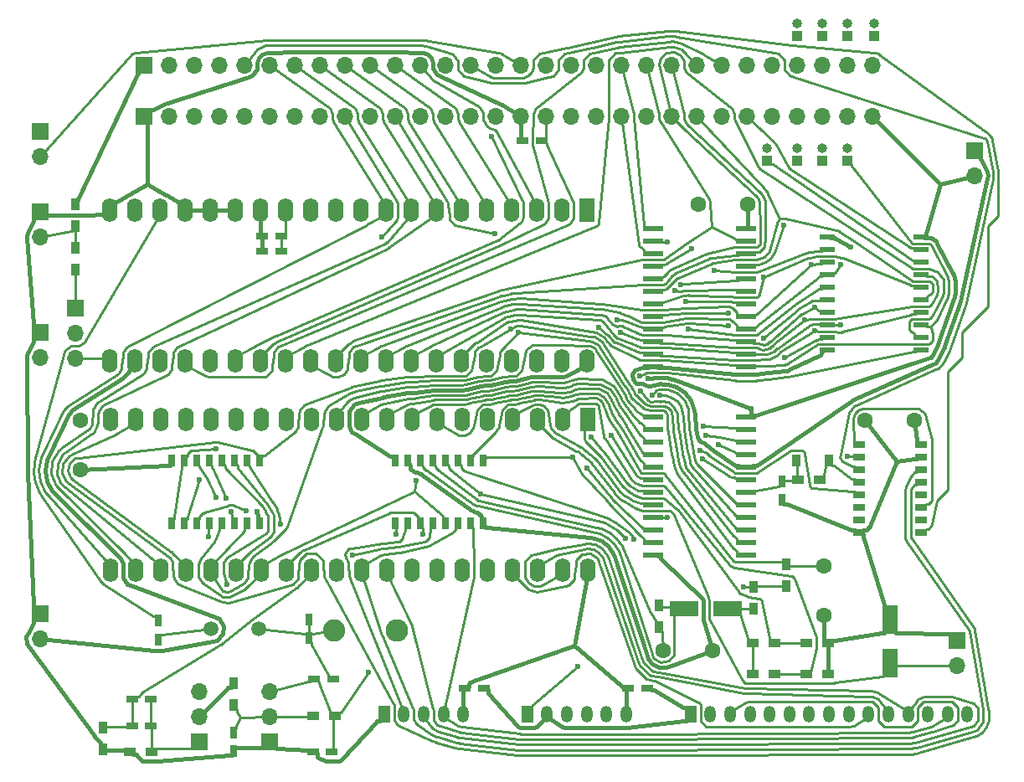
<source format=gbr>
G04 #@! TF.FileFunction,Copper,L1,Top,Signal*
%FSLAX46Y46*%
G04 Gerber Fmt 4.6, Leading zero omitted, Abs format (unit mm)*
G04 Created by KiCad (PCBNEW 4.0.7) date 06/28/18 00:34:14*
%MOMM*%
%LPD*%
G01*
G04 APERTURE LIST*
%ADD10C,0.100000*%
%ADD11R,0.750000X1.200000*%
%ADD12C,1.600000*%
%ADD13R,1.600000X3.000000*%
%ADD14R,1.200000X0.750000*%
%ADD15C,2.250000*%
%ADD16C,2.280000*%
%ADD17R,3.000000X1.600000*%
%ADD18R,0.900000X1.200000*%
%ADD19R,2.000000X0.600000*%
%ADD20R,1.700000X1.700000*%
%ADD21O,1.700000X1.700000*%
%ADD22R,1.600000X2.400000*%
%ADD23O,1.600000X2.400000*%
%ADD24R,1.200000X1.700000*%
%ADD25O,1.200000X1.700000*%
%ADD26R,1.000000X1.000000*%
%ADD27O,1.000000X1.000000*%
%ADD28R,1.200000X0.900000*%
%ADD29R,1.500000X0.600000*%
%ADD30R,1.300000X0.800000*%
%ADD31R,0.800000X1.300000*%
%ADD32C,1.500000*%
%ADD33C,0.600000*%
%ADD34C,0.250000*%
%ADD35C,0.400000*%
G04 APERTURE END LIST*
D10*
D11*
X85471000Y-104587000D03*
X85471000Y-106487000D03*
X100711000Y-106360000D03*
X100711000Y-104460000D03*
D12*
X140081000Y-62484000D03*
X145081000Y-62484000D03*
D13*
X159512000Y-108880000D03*
X159512000Y-104480000D03*
D14*
X101285000Y-110490000D03*
X103185000Y-110490000D03*
D15*
X103251000Y-105537000D03*
D16*
X109626000Y-105537000D03*
D14*
X84770000Y-112522000D03*
X82870000Y-112522000D03*
D11*
X93091000Y-117790000D03*
X93091000Y-115890000D03*
D14*
X124267000Y-56007000D03*
X122367000Y-56007000D03*
X101158000Y-117856000D03*
X103058000Y-117856000D03*
D12*
X77597000Y-84328000D03*
X77597000Y-89328000D03*
D11*
X148590000Y-90490000D03*
X148590000Y-92390000D03*
D12*
X156972000Y-84328000D03*
X161972000Y-84328000D03*
D14*
X116525000Y-111379000D03*
X118425000Y-111379000D03*
X96014000Y-67246500D03*
X97914000Y-67246500D03*
X96014000Y-65722500D03*
X97914000Y-65722500D03*
X133035000Y-111379000D03*
X134935000Y-111379000D03*
D12*
X152781000Y-99060000D03*
X152781000Y-104060000D03*
D17*
X138643000Y-103378000D03*
X143043000Y-103378000D03*
D12*
X136525000Y-107569000D03*
X141525000Y-107569000D03*
D18*
X149988000Y-88392000D03*
X153288000Y-88392000D03*
D19*
X135508000Y-64897000D03*
X135508000Y-66167000D03*
X135508000Y-67437000D03*
X135508000Y-68707000D03*
X135508000Y-69977000D03*
X135508000Y-71247000D03*
X135508000Y-72517000D03*
X135508000Y-73787000D03*
X135508000Y-75057000D03*
X135508000Y-76327000D03*
X135508000Y-77597000D03*
X135508000Y-78867000D03*
X144908000Y-78867000D03*
X144908000Y-77597000D03*
X144908000Y-76327000D03*
X144908000Y-75057000D03*
X144908000Y-73787000D03*
X144908000Y-72517000D03*
X144908000Y-71247000D03*
X144908000Y-69977000D03*
X144908000Y-68707000D03*
X144908000Y-67437000D03*
X144908000Y-66167000D03*
X144908000Y-64897000D03*
D20*
X84074000Y-53594000D03*
D21*
X86614000Y-53594000D03*
X89154000Y-53594000D03*
X91694000Y-53594000D03*
X94234000Y-53594000D03*
X96774000Y-53594000D03*
X99314000Y-53594000D03*
X101854000Y-53594000D03*
X104394000Y-53594000D03*
X106934000Y-53594000D03*
X109474000Y-53594000D03*
X112014000Y-53594000D03*
X114554000Y-53594000D03*
X117094000Y-53594000D03*
X119634000Y-53594000D03*
X122174000Y-53594000D03*
X124714000Y-53594000D03*
X127254000Y-53594000D03*
X129794000Y-53594000D03*
X132334000Y-53594000D03*
X134874000Y-53594000D03*
X137414000Y-53594000D03*
X139954000Y-53594000D03*
X142494000Y-53594000D03*
X145034000Y-53594000D03*
X147574000Y-53594000D03*
X150114000Y-53594000D03*
X152654000Y-53594000D03*
X155194000Y-53594000D03*
X157734000Y-53594000D03*
D20*
X84074000Y-48387000D03*
D21*
X86614000Y-48387000D03*
X89154000Y-48387000D03*
X91694000Y-48387000D03*
X94234000Y-48387000D03*
X96774000Y-48387000D03*
X99314000Y-48387000D03*
X101854000Y-48387000D03*
X104394000Y-48387000D03*
X106934000Y-48387000D03*
X109474000Y-48387000D03*
X112014000Y-48387000D03*
X114554000Y-48387000D03*
X117094000Y-48387000D03*
X119634000Y-48387000D03*
X122174000Y-48387000D03*
X124714000Y-48387000D03*
X127254000Y-48387000D03*
X129794000Y-48387000D03*
X132334000Y-48387000D03*
X134874000Y-48387000D03*
X137414000Y-48387000D03*
X139954000Y-48387000D03*
X142494000Y-48387000D03*
X145034000Y-48387000D03*
X147574000Y-48387000D03*
X150114000Y-48387000D03*
X152654000Y-48387000D03*
X155194000Y-48387000D03*
X157734000Y-48387000D03*
D22*
X128905000Y-84201000D03*
D23*
X80645000Y-99441000D03*
X126365000Y-84201000D03*
X83185000Y-99441000D03*
X123825000Y-84201000D03*
X85725000Y-99441000D03*
X121285000Y-84201000D03*
X88265000Y-99441000D03*
X118745000Y-84201000D03*
X90805000Y-99441000D03*
X116205000Y-84201000D03*
X93345000Y-99441000D03*
X113665000Y-84201000D03*
X95885000Y-99441000D03*
X111125000Y-84201000D03*
X98425000Y-99441000D03*
X108585000Y-84201000D03*
X100965000Y-99441000D03*
X106045000Y-84201000D03*
X103505000Y-99441000D03*
X103505000Y-84201000D03*
X106045000Y-99441000D03*
X100965000Y-84201000D03*
X108585000Y-99441000D03*
X98425000Y-84201000D03*
X111125000Y-99441000D03*
X95885000Y-84201000D03*
X113665000Y-99441000D03*
X93345000Y-84201000D03*
X116205000Y-99441000D03*
X90805000Y-84201000D03*
X118745000Y-99441000D03*
X88265000Y-84201000D03*
X121285000Y-99441000D03*
X85725000Y-84201000D03*
X123825000Y-99441000D03*
X83185000Y-84201000D03*
X126365000Y-99441000D03*
X80645000Y-84201000D03*
X128905000Y-99441000D03*
D19*
X135508000Y-83947000D03*
X135508000Y-85217000D03*
X135508000Y-86487000D03*
X135508000Y-87757000D03*
X135508000Y-89027000D03*
X135508000Y-90297000D03*
X135508000Y-91567000D03*
X135508000Y-92837000D03*
X135508000Y-94107000D03*
X135508000Y-95377000D03*
X135508000Y-96647000D03*
X135508000Y-97917000D03*
X144908000Y-97917000D03*
X144908000Y-96647000D03*
X144908000Y-95377000D03*
X144908000Y-94107000D03*
X144908000Y-92837000D03*
X144908000Y-91567000D03*
X144908000Y-90297000D03*
X144908000Y-89027000D03*
X144908000Y-87757000D03*
X144908000Y-86487000D03*
X144908000Y-85217000D03*
X144908000Y-83947000D03*
D24*
X108331000Y-114046000D03*
D25*
X110331000Y-114046000D03*
X112331000Y-114046000D03*
X114331000Y-114046000D03*
X116331000Y-114046000D03*
D22*
X128842000Y-63055500D03*
D23*
X80582000Y-78295500D03*
X126302000Y-63055500D03*
X83122000Y-78295500D03*
X123762000Y-63055500D03*
X85662000Y-78295500D03*
X121222000Y-63055500D03*
X88202000Y-78295500D03*
X118682000Y-63055500D03*
X90742000Y-78295500D03*
X116142000Y-63055500D03*
X93282000Y-78295500D03*
X113602000Y-63055500D03*
X95822000Y-78295500D03*
X111062000Y-63055500D03*
X98362000Y-78295500D03*
X108522000Y-63055500D03*
X100902000Y-78295500D03*
X105982000Y-63055500D03*
X103442000Y-78295500D03*
X103442000Y-63055500D03*
X105982000Y-78295500D03*
X100902000Y-63055500D03*
X108522000Y-78295500D03*
X98362000Y-63055500D03*
X111062000Y-78295500D03*
X95822000Y-63055500D03*
X113602000Y-78295500D03*
X93282000Y-63055500D03*
X116142000Y-78295500D03*
X90742000Y-63055500D03*
X118682000Y-78295500D03*
X88202000Y-63055500D03*
X121222000Y-78295500D03*
X85662000Y-63055500D03*
X123762000Y-78295500D03*
X83122000Y-63055500D03*
X126302000Y-78295500D03*
X80582000Y-63055500D03*
X128842000Y-78295500D03*
D24*
X122809000Y-114046000D03*
D25*
X124809000Y-114046000D03*
X126809000Y-114046000D03*
X128809000Y-114046000D03*
X130809000Y-114046000D03*
X132809000Y-114046000D03*
D20*
X73533000Y-103886000D03*
D21*
X73533000Y-106426000D03*
D20*
X73533000Y-63246000D03*
D21*
X73533000Y-65786000D03*
D20*
X73533000Y-75438000D03*
D21*
X73533000Y-77978000D03*
D24*
X139319000Y-114046000D03*
D25*
X141319000Y-114046000D03*
X143319000Y-114046000D03*
X145319000Y-114046000D03*
X147319000Y-114046000D03*
X149319000Y-114046000D03*
X151319000Y-114046000D03*
X153319000Y-114046000D03*
X155319000Y-114046000D03*
X157319000Y-114046000D03*
X159319000Y-114046000D03*
X161319000Y-114046000D03*
X163319000Y-114046000D03*
X165319000Y-114046000D03*
X167319000Y-114046000D03*
D20*
X73533000Y-55118000D03*
D21*
X73533000Y-57658000D03*
D20*
X168021000Y-57023000D03*
D21*
X168021000Y-59563000D03*
D14*
X82870000Y-115189000D03*
X84770000Y-115189000D03*
D26*
X147066000Y-58039000D03*
D27*
X147066000Y-56769000D03*
D26*
X150114000Y-58039000D03*
D27*
X150114000Y-56769000D03*
D26*
X150114000Y-45466000D03*
D27*
X150114000Y-44196000D03*
D26*
X152654000Y-58039000D03*
D27*
X152654000Y-56769000D03*
D26*
X152654000Y-45466000D03*
D27*
X152654000Y-44196000D03*
D26*
X155194000Y-58039000D03*
D27*
X155194000Y-56769000D03*
D26*
X155194000Y-45466000D03*
D27*
X155194000Y-44196000D03*
D26*
X157861000Y-45466000D03*
D27*
X157861000Y-44196000D03*
D20*
X89662000Y-116840000D03*
D21*
X89662000Y-114300000D03*
X89662000Y-111760000D03*
D20*
X96774000Y-116840000D03*
D21*
X96774000Y-114300000D03*
X96774000Y-111760000D03*
D20*
X77152000Y-72961000D03*
D21*
X77152000Y-75501000D03*
X77152000Y-78041000D03*
D18*
X93091000Y-110914000D03*
X93091000Y-113114000D03*
D28*
X103335000Y-114173000D03*
X101135000Y-114173000D03*
D18*
X79883000Y-115359000D03*
X79883000Y-117559000D03*
D28*
X84793000Y-117856000D03*
X82593000Y-117856000D03*
X152357000Y-90297000D03*
X150157000Y-90297000D03*
D18*
X77152000Y-66909000D03*
X77152000Y-69109000D03*
X77152000Y-64663500D03*
X77152000Y-62463500D03*
X148971000Y-98849000D03*
X148971000Y-101049000D03*
X145669000Y-101135000D03*
X145669000Y-103335000D03*
D28*
X147785000Y-106807000D03*
X145585000Y-106807000D03*
X153246000Y-106807000D03*
X151046000Y-106807000D03*
D18*
X136144000Y-103040000D03*
X136144000Y-105240000D03*
D28*
X147785000Y-109982000D03*
X145585000Y-109982000D03*
X153246000Y-109982000D03*
X151046000Y-109982000D03*
D20*
X166243000Y-106553000D03*
D21*
X166243000Y-109093000D03*
D29*
X153111000Y-72136000D03*
X153111000Y-70866000D03*
X153111000Y-69596000D03*
X153111000Y-68326000D03*
X153111000Y-67056000D03*
X153111000Y-65786000D03*
X153111000Y-73406000D03*
X153111000Y-74676000D03*
X153111000Y-75946000D03*
X153111000Y-77216000D03*
X162611000Y-77216000D03*
X162611000Y-75946000D03*
X162611000Y-74676000D03*
X162611000Y-73406000D03*
X162611000Y-72136000D03*
X162611000Y-70866000D03*
X162611000Y-69596000D03*
X162611000Y-68326000D03*
X162611000Y-67056000D03*
X162611000Y-65786000D03*
D30*
X156362000Y-86736000D03*
X156362000Y-88016000D03*
X156362000Y-89276000D03*
X156362000Y-90546000D03*
X156362000Y-91826000D03*
X156362000Y-93096000D03*
X156362000Y-94356000D03*
X156362000Y-95636000D03*
X162662000Y-95636000D03*
X162662000Y-94356000D03*
X162662000Y-93096000D03*
X162662000Y-91826000D03*
X162662000Y-90546000D03*
X162662000Y-89276000D03*
X162662000Y-88016000D03*
X162662000Y-86736000D03*
D31*
X86863000Y-94717000D03*
X88143000Y-94717000D03*
X89403000Y-94717000D03*
X90673000Y-94717000D03*
X91953000Y-94717000D03*
X93223000Y-94717000D03*
X94483000Y-94717000D03*
X95763000Y-94717000D03*
X95763000Y-88417000D03*
X94483000Y-88417000D03*
X93223000Y-88417000D03*
X91953000Y-88417000D03*
X90673000Y-88417000D03*
X89403000Y-88417000D03*
X88143000Y-88417000D03*
X86863000Y-88417000D03*
X109469000Y-94717000D03*
X110749000Y-94717000D03*
X112009000Y-94717000D03*
X113279000Y-94717000D03*
X114559000Y-94717000D03*
X115829000Y-94717000D03*
X117089000Y-94717000D03*
X118369000Y-94717000D03*
X118369000Y-88417000D03*
X117089000Y-88417000D03*
X115829000Y-88417000D03*
X114559000Y-88417000D03*
X113279000Y-88417000D03*
X112009000Y-88417000D03*
X110749000Y-88417000D03*
X109469000Y-88417000D03*
D32*
X90805000Y-105410000D03*
X95685000Y-105410000D03*
D33*
X155473600Y-66787900D03*
X95523900Y-93568400D03*
X145440000Y-83146900D03*
X135035700Y-80117800D03*
X106727600Y-109816300D03*
X138356400Y-70581900D03*
X140293900Y-87332100D03*
X141708300Y-69135900D03*
X137008100Y-66292500D03*
X139091100Y-75121700D03*
X146737700Y-75994400D03*
X139441400Y-66987700D03*
X148788500Y-77960100D03*
X146702700Y-69855500D03*
X143152800Y-73459200D03*
X143147100Y-74748000D03*
X131926900Y-74117800D03*
X150874300Y-74182000D03*
X132214300Y-75428200D03*
X151851200Y-75284900D03*
X130011700Y-74885900D03*
X154479200Y-74676000D03*
X151883700Y-72917300D03*
X154457900Y-68563700D03*
X151511300Y-68593700D03*
X138793400Y-72328800D03*
X137712900Y-71168800D03*
X148750700Y-64619500D03*
X140492000Y-88210100D03*
X140837300Y-85811600D03*
X140618600Y-84938500D03*
X108120200Y-65766600D03*
X131281300Y-85811300D03*
X119515000Y-65424800D03*
X129280600Y-86001100D03*
X142104500Y-86745200D03*
X89660100Y-90302000D03*
X155211900Y-87913100D03*
X135407400Y-81788400D03*
X136231500Y-81780500D03*
X134251800Y-81309800D03*
X121132600Y-75056200D03*
X121943800Y-75446200D03*
X127432000Y-88046400D03*
X128808400Y-89124300D03*
X111556700Y-90377900D03*
X92362200Y-92222300D03*
X137008100Y-94172800D03*
X112236900Y-95867100D03*
X133612900Y-96329400D03*
X91313000Y-87217000D03*
X109557200Y-95867100D03*
X118098800Y-91734600D03*
X132701100Y-96268800D03*
X119171500Y-55600200D03*
X134159400Y-79852000D03*
X127903700Y-109237800D03*
X144718900Y-101185900D03*
X91345300Y-92104600D03*
X94398800Y-93466900D03*
X97863300Y-94781800D03*
X92895500Y-93570900D03*
X92437800Y-100907500D03*
X90588000Y-96117000D03*
X105137800Y-97974600D03*
D34*
X85221000Y-104112000D02*
X85471000Y-104587000D01*
X85096000Y-104112000D02*
X85221000Y-104112000D01*
X85078100Y-104112100D02*
X85096000Y-104112000D01*
X85043800Y-104102000D02*
X85078100Y-104112100D01*
X85028700Y-104092400D02*
X85043800Y-104102000D01*
X79985900Y-100873700D02*
X85028700Y-104092400D01*
X79882300Y-100807600D02*
X79985900Y-100873700D01*
X79705600Y-100636900D02*
X79882300Y-100807600D01*
X79635900Y-100535700D02*
X79705600Y-100636900D01*
X73745700Y-91979300D02*
X79635900Y-100535700D01*
X73456300Y-91558900D02*
X73745700Y-91979300D01*
X73072500Y-90613100D02*
X73456300Y-91558900D01*
X72901800Y-89606800D02*
X73072500Y-90613100D01*
X78077700Y-76434000D02*
X78248500Y-76141800D01*
X77490500Y-76771000D02*
X78077700Y-76434000D01*
X85662000Y-63455500D02*
X78248500Y-76141800D01*
X85662000Y-63055500D02*
X85662000Y-63455500D01*
X72952200Y-88587300D02*
X72901800Y-89606800D01*
X73086800Y-88095000D02*
X72952200Y-88587300D01*
X75927000Y-77706100D02*
X73086800Y-88095000D01*
X76040200Y-77292000D02*
X75927000Y-77706100D01*
X76722700Y-76771000D02*
X76040200Y-77292000D01*
X77152000Y-76771000D02*
X76722700Y-76771000D01*
X77152000Y-76771000D02*
X77490500Y-76771000D01*
X93356900Y-115228900D02*
X93829400Y-114384800D01*
X93341000Y-115274000D02*
X93341000Y-115290000D01*
X93349100Y-115242900D02*
X93341000Y-115274000D01*
X93356900Y-115228900D02*
X93349100Y-115242900D01*
X93341000Y-115415000D02*
X93341000Y-115290000D01*
X93091000Y-115890000D02*
X93341000Y-115415000D01*
X93416000Y-113589000D02*
X93091000Y-113114000D01*
X93416000Y-113714000D02*
X93416000Y-113589000D01*
X93426400Y-113767100D02*
X93436300Y-113782300D01*
X93416000Y-113732200D02*
X93426400Y-113767100D01*
X93416000Y-113714000D02*
X93416000Y-113732200D01*
X93829400Y-114384800D02*
X93436300Y-113782300D01*
X96774000Y-114300000D02*
X93829400Y-114384800D01*
X100535000Y-114300000D02*
X96774000Y-114300000D01*
X100660000Y-114300000D02*
X100535000Y-114300000D01*
X101135000Y-114173000D02*
X100660000Y-114300000D01*
X85861100Y-106011100D02*
X90805000Y-105410000D01*
X85857300Y-106011500D02*
X85861100Y-106011100D01*
X85849800Y-106012000D02*
X85857300Y-106011500D01*
X85846000Y-106012000D02*
X85849800Y-106012000D01*
X85721000Y-106012000D02*
X85846000Y-106012000D01*
X85471000Y-106487000D02*
X85721000Y-106012000D01*
X101105900Y-105883400D02*
X103251000Y-105537000D01*
X101101000Y-105884200D02*
X101105900Y-105883400D01*
X101091000Y-105885000D02*
X101101000Y-105884200D01*
X101086000Y-105885000D02*
X101091000Y-105885000D01*
X100961000Y-105885000D02*
X101086000Y-105885000D01*
X100711000Y-106360000D02*
X100961000Y-105885000D01*
X100323300Y-105884400D02*
X95685000Y-105410000D01*
X100332800Y-105885000D02*
X100336000Y-105885000D01*
X100326500Y-105884700D02*
X100332800Y-105885000D01*
X100323300Y-105884400D02*
X100326500Y-105884700D01*
X100461000Y-105885000D02*
X100336000Y-105885000D01*
X100711000Y-106360000D02*
X100461000Y-105885000D01*
X100961000Y-106835000D02*
X100711000Y-106360000D01*
X100961000Y-106960000D02*
X100961000Y-106835000D01*
X100969200Y-107007500D02*
X100977200Y-107021600D01*
X100961000Y-106976200D02*
X100969200Y-107007500D01*
X100961000Y-106960000D02*
X100961000Y-106976200D01*
X102693800Y-110053400D02*
X100977200Y-107021600D01*
X102701800Y-110067500D02*
X102693800Y-110053400D01*
X102710000Y-110098800D02*
X102701800Y-110067500D01*
X102710000Y-110115000D02*
X102710000Y-110098800D01*
X102710000Y-110240000D02*
X102710000Y-110115000D01*
X103185000Y-110490000D02*
X102710000Y-110240000D01*
X100711000Y-105885000D02*
X100711000Y-106360000D01*
X100711000Y-105760000D02*
X100711000Y-105885000D01*
X100711000Y-105060000D02*
X100711000Y-105760000D01*
X100711000Y-104935000D02*
X100711000Y-105060000D01*
X100711000Y-104460000D02*
X100711000Y-104935000D01*
D35*
X157474200Y-94946900D02*
X160151900Y-88463000D01*
X157460700Y-94979800D02*
X157474200Y-94946900D01*
X157424500Y-95041000D02*
X157460700Y-94979800D01*
X157402300Y-95068700D02*
X157424500Y-95041000D01*
X157168100Y-95361000D02*
X157402300Y-95068700D01*
X157139600Y-95396600D02*
X157168100Y-95361000D01*
X157057500Y-95436000D02*
X157139600Y-95396600D01*
X157012000Y-95436000D02*
X157057500Y-95436000D01*
X156812000Y-95436000D02*
X157012000Y-95436000D01*
X156362000Y-95636000D02*
X156812000Y-95436000D01*
X168671000Y-57673000D02*
X168021000Y-57023000D01*
X168671000Y-57873000D02*
X168671000Y-57673000D01*
X168681800Y-57942000D02*
X168692300Y-57962900D01*
X168671000Y-57896400D02*
X168681800Y-57942000D01*
X168671000Y-57873000D02*
X168671000Y-57896400D01*
X169199200Y-58970200D02*
X168692300Y-57962900D01*
X169301000Y-59172700D02*
X169199200Y-58970200D01*
X169357900Y-59622400D02*
X169301000Y-59172700D01*
X169309600Y-59843900D02*
X169357900Y-59622400D01*
X166683600Y-71890300D02*
X169309600Y-59843900D01*
X166662600Y-71986900D02*
X166683600Y-71890300D01*
X166609300Y-72177200D02*
X166662600Y-71986900D01*
X166577200Y-72270700D02*
X166609300Y-72177200D01*
X165016400Y-76814600D02*
X166577200Y-72270700D01*
X164999700Y-76863100D02*
X165016400Y-76814600D01*
X164960800Y-76957900D02*
X164999700Y-76863100D01*
X164938600Y-77004100D02*
X164960800Y-76957900D01*
X164442800Y-78035900D02*
X164938600Y-77004100D01*
X164350700Y-78227500D02*
X164442800Y-78035900D01*
X164046100Y-78524100D02*
X164350700Y-78227500D01*
X163852200Y-78611100D02*
X164046100Y-78524100D01*
X155989600Y-82137900D02*
X163852200Y-78611100D01*
X155707200Y-82285100D02*
X155619500Y-82345100D01*
X155892700Y-82181400D02*
X155707200Y-82285100D01*
X155989600Y-82137900D02*
X155892700Y-82181400D01*
X146020700Y-88892200D02*
X155619500Y-82345100D01*
X145995800Y-88909200D02*
X146020700Y-88892200D01*
X145938200Y-88927000D02*
X145995800Y-88909200D01*
X145908000Y-88927000D02*
X145938200Y-88927000D01*
X145708000Y-88927000D02*
X145908000Y-88927000D01*
X144908000Y-89027000D02*
X145708000Y-88927000D01*
X86296500Y-61520800D02*
X84392000Y-60455800D01*
X86327500Y-61538600D02*
X86296500Y-61520800D01*
X88202000Y-62655500D02*
X86327500Y-61538600D01*
X88202000Y-63055500D02*
X88202000Y-62655500D01*
X72883000Y-76088000D02*
X73533000Y-75438000D01*
X72883000Y-76288000D02*
X72883000Y-76088000D01*
X72883000Y-76312800D02*
X72883000Y-76288000D01*
X72870900Y-76361000D02*
X72883000Y-76312800D01*
X72859100Y-76382900D02*
X72870900Y-76361000D01*
X72344600Y-77337400D02*
X72859100Y-76382900D01*
X72181300Y-77820400D02*
X72183000Y-77991500D01*
X72263400Y-77488100D02*
X72181300Y-77820400D01*
X72344600Y-77337400D02*
X72263400Y-77488100D01*
X72296500Y-89380800D02*
X72183000Y-77991500D01*
X72296500Y-89380800D02*
X72301100Y-89556700D01*
X95562400Y-94051100D02*
X95523900Y-93568400D01*
X95562700Y-94055100D02*
X95562400Y-94051100D01*
X95563000Y-94063000D02*
X95562700Y-94055100D01*
X95563000Y-94067000D02*
X95563000Y-94063000D01*
X95563000Y-94267000D02*
X95563000Y-94067000D01*
X95763000Y-94717000D02*
X95563000Y-94267000D01*
X156972000Y-84328000D02*
X160151900Y-88463000D01*
X118569000Y-95167000D02*
X118369000Y-94717000D01*
X118769000Y-95167000D02*
X118569000Y-95167000D01*
X118773900Y-95167000D02*
X118769000Y-95167000D01*
X118783700Y-95167500D02*
X118773900Y-95167000D01*
X118788600Y-95168000D02*
X118783700Y-95167500D01*
X129185300Y-96190100D02*
X118788600Y-95168000D01*
X129599700Y-96230900D02*
X129185300Y-96190100D01*
X130371100Y-96545000D02*
X129599700Y-96230900D01*
X131021100Y-97065800D02*
X130371100Y-96545000D01*
X131495900Y-97750100D02*
X131021100Y-97065800D01*
X131626100Y-98145700D02*
X131495900Y-97750100D01*
X134902300Y-108102900D02*
X131626100Y-98145700D01*
X136782900Y-109292900D02*
X137108700Y-109174500D01*
X136090500Y-109257100D02*
X136782900Y-109292900D01*
X135466900Y-108954200D02*
X136090500Y-109257100D01*
X135010600Y-108432200D02*
X135466900Y-108954200D01*
X134902300Y-108102900D02*
X135010600Y-108432200D01*
X141525000Y-107569000D02*
X137108700Y-109174500D01*
X84392000Y-54444000D02*
X84392000Y-60455800D01*
X84392000Y-54244000D02*
X84392000Y-54444000D01*
X84074000Y-53594000D02*
X84392000Y-54244000D01*
X152561000Y-77316000D02*
X153111000Y-77216000D01*
X152561000Y-77516000D02*
X152561000Y-77316000D01*
X152561000Y-77573600D02*
X152561000Y-77516000D01*
X152499700Y-77671200D02*
X152561000Y-77573600D01*
X152447800Y-77696200D02*
X152499700Y-77671200D01*
X149374400Y-79176500D02*
X152447800Y-77696200D01*
X149274700Y-79224600D02*
X149374400Y-79176500D01*
X149062400Y-79286900D02*
X149274700Y-79224600D01*
X148952600Y-79300300D02*
X149062400Y-79286900D01*
X147169300Y-79518700D02*
X148952600Y-79300300D01*
X147162600Y-79519500D02*
X147169300Y-79518700D01*
X145967900Y-79663500D02*
X147162600Y-79519500D01*
X145953000Y-79665300D02*
X145967900Y-79663500D01*
X145923000Y-79667100D02*
X145953000Y-79665300D01*
X145908000Y-79667100D02*
X145923000Y-79667100D01*
X143908000Y-79667100D02*
X145908000Y-79667100D01*
X143895800Y-79667100D02*
X143908000Y-79667100D01*
X143871400Y-79665900D02*
X143895800Y-79667100D01*
X143859200Y-79664700D02*
X143871400Y-79665900D01*
X136976900Y-78989900D02*
X143859200Y-79664700D01*
X136625400Y-78967000D02*
X136508000Y-78967000D01*
X136860000Y-78978400D02*
X136625400Y-78967000D01*
X136976900Y-78989900D02*
X136860000Y-78978400D01*
X136308000Y-78967000D02*
X136508000Y-78967000D01*
X135508000Y-78867000D02*
X136308000Y-78967000D01*
X79633000Y-117159000D02*
X79883000Y-117559000D01*
X79633000Y-116959000D02*
X79633000Y-117159000D01*
X79603300Y-116847000D02*
X79575800Y-116819000D01*
X79633000Y-116919700D02*
X79603300Y-116847000D01*
X79633000Y-116959000D02*
X79633000Y-116919700D01*
X79075900Y-116309100D02*
X79575800Y-116819000D01*
X79063100Y-116296200D02*
X79075900Y-116309100D01*
X79039600Y-116268400D02*
X79063100Y-116296200D01*
X79028900Y-116253700D02*
X79039600Y-116268400D01*
X72442200Y-107221500D02*
X79028900Y-116253700D01*
X72212500Y-106906500D02*
X72442200Y-107221500D01*
X72159600Y-106128600D02*
X72212500Y-106906500D01*
X72344600Y-105785400D02*
X72159600Y-106128600D01*
X72859100Y-104830900D02*
X72344600Y-105785400D01*
X72883000Y-104760800D02*
X72883000Y-104736000D01*
X72870900Y-104809000D02*
X72883000Y-104760800D01*
X72859100Y-104830900D02*
X72870900Y-104809000D01*
X153961200Y-65912900D02*
X155473600Y-66787900D01*
X153887400Y-65886000D02*
X153861000Y-65886000D01*
X153938400Y-65899700D02*
X153887400Y-65886000D01*
X153961200Y-65912900D02*
X153938400Y-65899700D01*
X153661000Y-65886000D02*
X153861000Y-65886000D01*
X153111000Y-65786000D02*
X153661000Y-65886000D01*
X84724000Y-52944000D02*
X84074000Y-53594000D01*
X84924000Y-52944000D02*
X84724000Y-52944000D01*
X84997000Y-52931800D02*
X85018900Y-52920100D01*
X84948800Y-52944000D02*
X84997000Y-52931800D01*
X84924000Y-52944000D02*
X84948800Y-52944000D01*
X85973400Y-52405600D02*
X85018900Y-52920100D01*
X86027700Y-52376300D02*
X85973400Y-52405600D01*
X86141300Y-52327800D02*
X86027700Y-52376300D01*
X86200100Y-52308900D02*
X86141300Y-52327800D01*
X94623400Y-49595800D02*
X86200100Y-52308900D01*
X95504000Y-48800500D02*
X95504000Y-48387000D01*
X95017000Y-49469000D02*
X95504000Y-48800500D01*
X94623400Y-49595800D02*
X95017000Y-49469000D01*
X95504000Y-48139600D02*
X95504000Y-48387000D01*
X95689700Y-47680900D02*
X95504000Y-48139600D01*
X96034100Y-47325600D02*
X95689700Y-47680900D01*
X96486600Y-47125400D02*
X96034100Y-47325600D01*
X96733900Y-47117600D02*
X96486600Y-47125400D01*
X99271400Y-47037600D02*
X96733900Y-47117600D01*
X99314000Y-47036900D02*
X99271400Y-47037600D01*
X109474000Y-47036900D02*
X99314000Y-47036900D01*
X109516600Y-47037600D02*
X109474000Y-47036900D01*
X112054100Y-47117600D02*
X109516600Y-47037600D01*
X112301400Y-47125400D02*
X112054100Y-47117600D01*
X112753900Y-47325600D02*
X112301400Y-47125400D01*
X113098300Y-47681000D02*
X112753900Y-47325600D01*
X113284000Y-48139600D02*
X113098300Y-47681000D01*
X113284000Y-48387000D02*
X113284000Y-48139600D01*
X113686600Y-49386700D02*
X114025400Y-49541800D01*
X113284000Y-48759600D02*
X113686600Y-49386700D01*
X113284000Y-48387000D02*
X113284000Y-48759600D01*
X120195900Y-52366400D02*
X114025400Y-49541800D01*
X120236200Y-52384800D02*
X120195900Y-52366400D01*
X120314100Y-52426900D02*
X120236200Y-52384800D01*
X120351600Y-52450400D02*
X120314100Y-52426900D01*
X122174000Y-53594000D02*
X120351600Y-52450400D01*
X92916000Y-118190000D02*
X93091000Y-117790000D01*
X92716000Y-118190000D02*
X92916000Y-118190000D01*
X92703400Y-118190400D02*
X92699200Y-118190700D01*
X92711800Y-118190000D02*
X92703400Y-118190400D01*
X92716000Y-118190000D02*
X92711800Y-118190000D01*
X85435100Y-118804300D02*
X92699200Y-118190700D01*
X85424600Y-118805200D02*
X85435100Y-118804300D01*
X85403500Y-118806100D02*
X85424600Y-118805200D01*
X85393000Y-118806100D02*
X85403500Y-118806100D01*
X84193000Y-118806100D02*
X85393000Y-118806100D01*
X84094800Y-118806100D02*
X84193000Y-118806100D01*
X83913000Y-118731800D02*
X84094800Y-118806100D01*
X83842900Y-118663100D02*
X83913000Y-118731800D01*
X83333000Y-118163200D02*
X83842900Y-118663100D01*
X83232300Y-118106000D02*
X83193000Y-118106000D01*
X83305000Y-118135700D02*
X83232300Y-118106000D01*
X83333000Y-118163200D02*
X83305000Y-118135700D01*
X82993000Y-118106000D02*
X83193000Y-118106000D01*
X82593000Y-117856000D02*
X82993000Y-118106000D01*
X96014000Y-65897500D02*
X96014000Y-65722500D01*
X96014000Y-66097500D02*
X96014000Y-65897500D01*
X96014000Y-66871500D02*
X96014000Y-66097500D01*
X96014000Y-67071500D02*
X96014000Y-66871500D01*
X96014000Y-67246500D02*
X96014000Y-67071500D01*
X93266000Y-117390000D02*
X93091000Y-117790000D01*
X93466000Y-117390000D02*
X93266000Y-117390000D01*
X95924000Y-117390000D02*
X93466000Y-117390000D01*
X96124000Y-117390000D02*
X95924000Y-117390000D01*
X96774000Y-116840000D02*
X96124000Y-117390000D01*
X122174000Y-55632000D02*
X122174000Y-53594000D01*
X122174000Y-55832000D02*
X122174000Y-55632000D01*
X122367000Y-56007000D02*
X122174000Y-55832000D01*
X97424000Y-117490000D02*
X96774000Y-116840000D01*
X97624000Y-117490000D02*
X97424000Y-117490000D01*
X97637100Y-117490400D02*
X97624000Y-117490000D01*
X100544900Y-117680600D02*
X97637100Y-117490400D01*
X100544900Y-117680600D02*
X100558000Y-117681000D01*
X100758000Y-117681000D02*
X100558000Y-117681000D01*
X101158000Y-117856000D02*
X100758000Y-117681000D01*
X134708000Y-78967000D02*
X135508000Y-78867000D01*
X134508000Y-78967000D02*
X134708000Y-78967000D01*
X134456900Y-78972900D02*
X134440700Y-78978700D01*
X134490800Y-78967000D02*
X134456900Y-78972900D01*
X134508000Y-78967000D02*
X134490800Y-78967000D01*
X133914500Y-79166800D02*
X134440700Y-78978700D01*
X133832400Y-80550300D02*
X134086200Y-80576000D01*
X133467900Y-80193200D02*
X133832400Y-80550300D01*
X133406200Y-79686800D02*
X133467900Y-80193200D01*
X133674300Y-79252700D02*
X133406200Y-79686800D01*
X133914500Y-79166800D02*
X133674300Y-79252700D01*
X134323600Y-80600000D02*
X134086200Y-80576000D01*
X134409400Y-80608700D02*
X134323600Y-80600000D01*
X134571800Y-80666300D02*
X134409400Y-80608700D01*
X134643800Y-80713700D02*
X134571800Y-80666300D01*
X134643700Y-80713900D02*
X134643800Y-80713700D01*
X135040100Y-80845100D02*
X135178800Y-80816700D01*
X134762000Y-80791700D02*
X135040100Y-80845100D01*
X134643700Y-80713900D02*
X134762000Y-80791700D01*
X135999700Y-80648600D02*
X135178800Y-80816700D01*
X136068000Y-80634600D02*
X135999700Y-80648600D01*
X136206900Y-80623300D02*
X136068000Y-80634600D01*
X136276600Y-80626000D02*
X136206900Y-80623300D01*
X136450800Y-80632800D02*
X136276600Y-80626000D01*
X136450800Y-80632800D02*
X136508000Y-80633900D01*
X136999800Y-80633900D02*
X136508000Y-80633900D01*
X137936200Y-80934700D02*
X136999800Y-80633900D01*
X138735600Y-81507600D02*
X137936200Y-80934700D01*
X139321500Y-82297600D02*
X138735600Y-81507600D01*
X139479600Y-82763300D02*
X139321500Y-82297600D01*
X139586100Y-83077200D02*
X139479600Y-82763300D01*
X139655200Y-83280600D02*
X139586100Y-83077200D01*
X139738500Y-83702000D02*
X139655200Y-83280600D01*
X139752100Y-83916300D02*
X139738500Y-83702000D01*
X139820100Y-84989100D02*
X139752100Y-83916300D01*
X139833600Y-85097500D02*
X139842500Y-85132900D01*
X139822400Y-85025500D02*
X139833600Y-85097500D01*
X139820100Y-84989100D02*
X139822400Y-85025500D01*
X140061200Y-86006000D02*
X139842500Y-85132900D01*
X140316800Y-86443200D02*
X140469800Y-86522300D01*
X140103000Y-86173100D02*
X140316800Y-86443200D01*
X140061200Y-86006000D02*
X140103000Y-86173100D01*
X140661400Y-86621400D02*
X140469800Y-86522300D01*
X140698400Y-86640500D02*
X140661400Y-86621400D01*
X140768000Y-86686300D02*
X140698400Y-86640500D01*
X140800200Y-86712600D02*
X140768000Y-86686300D01*
X141598200Y-87364700D02*
X140800200Y-86712600D01*
X141635500Y-87393600D02*
X141648400Y-87402600D01*
X141610400Y-87374700D02*
X141635500Y-87393600D01*
X141598200Y-87364700D02*
X141610400Y-87374700D01*
X143794000Y-88891300D02*
X141648400Y-87402600D01*
X143877400Y-88927000D02*
X143908000Y-88927000D01*
X143819100Y-88908700D02*
X143877400Y-88927000D01*
X143794000Y-88891300D02*
X143819100Y-88908700D01*
X144108000Y-88927000D02*
X143908000Y-88927000D01*
X144908000Y-89027000D02*
X144108000Y-88927000D01*
X82487500Y-61520800D02*
X84392000Y-60455800D01*
X82487500Y-61520800D02*
X82456500Y-61538600D01*
X80582000Y-62655500D02*
X82456500Y-61538600D01*
X80582000Y-63055500D02*
X80582000Y-62655500D01*
X101558000Y-118031000D02*
X101158000Y-117856000D01*
X101558000Y-118231000D02*
X101558000Y-118031000D01*
X101619900Y-118386900D02*
X101672300Y-118411700D01*
X101558000Y-118288900D02*
X101619900Y-118386900D01*
X101558000Y-118231000D02*
X101558000Y-118288900D01*
X102243600Y-118682800D02*
X101672300Y-118411700D01*
X102402400Y-118731100D02*
X102458000Y-118731100D01*
X102293900Y-118706600D02*
X102402400Y-118731100D01*
X102243600Y-118682800D02*
X102293900Y-118706600D01*
X103658000Y-118731100D02*
X102458000Y-118731100D01*
X103952500Y-118648300D02*
X104023500Y-118572400D01*
X103761900Y-118731100D02*
X103952500Y-118648300D01*
X103658000Y-118731100D02*
X103761900Y-118731100D01*
X107584800Y-114759500D02*
X104023500Y-118572400D01*
X107613200Y-114729100D02*
X107584800Y-114759500D01*
X107689400Y-114696000D02*
X107613200Y-114729100D01*
X107731000Y-114696000D02*
X107689400Y-114696000D01*
X107931000Y-114696000D02*
X107731000Y-114696000D01*
X108331000Y-114046000D02*
X107931000Y-114696000D01*
X118169000Y-94267000D02*
X118369000Y-94717000D01*
X118169000Y-94067000D02*
X118169000Y-94267000D01*
X118129600Y-93939400D02*
X118094000Y-93910900D01*
X118169000Y-94021500D02*
X118129600Y-93939400D01*
X118169000Y-94067000D02*
X118169000Y-94021500D01*
X117801700Y-93676700D02*
X118094000Y-93910900D01*
X117698300Y-93611000D02*
X117659800Y-93597000D01*
X117769700Y-93651100D02*
X117698300Y-93611000D01*
X117801700Y-93676700D02*
X117769700Y-93651100D01*
X117449600Y-93520600D02*
X117659800Y-93597000D01*
X117329200Y-93476800D02*
X117449600Y-93520600D01*
X117102200Y-93357600D02*
X117329200Y-93476800D01*
X116997800Y-93283400D02*
X117102200Y-93357600D01*
X112270500Y-89923000D02*
X116997800Y-93283400D01*
X112220500Y-89885100D02*
X112270500Y-89923000D01*
X112058400Y-89754600D02*
X112220500Y-89885100D01*
X111794800Y-89607300D02*
X111695000Y-89589800D01*
X111979400Y-89691000D02*
X111794800Y-89607300D01*
X112058400Y-89754600D02*
X111979400Y-89691000D01*
X111522500Y-89559600D02*
X111695000Y-89589800D01*
X111456000Y-89547900D02*
X111522500Y-89559600D01*
X111333900Y-89490100D02*
X111456000Y-89547900D01*
X111282700Y-89446000D02*
X111333900Y-89490100D01*
X111018500Y-89218600D02*
X111282700Y-89446000D01*
X110985400Y-89190100D02*
X111018500Y-89218600D01*
X110949000Y-89110700D02*
X110985400Y-89190100D01*
X110949000Y-89067000D02*
X110949000Y-89110700D01*
X110949000Y-88867000D02*
X110949000Y-89067000D01*
X110749000Y-88417000D02*
X110949000Y-88867000D01*
X161985500Y-88217800D02*
X160151900Y-88463000D01*
X161992100Y-88216900D02*
X161985500Y-88217800D01*
X162005400Y-88216000D02*
X161992100Y-88216900D01*
X162012000Y-88216000D02*
X162005400Y-88216000D01*
X162212000Y-88216000D02*
X162012000Y-88216000D01*
X162662000Y-88016000D02*
X162212000Y-88216000D01*
X118825000Y-111554000D02*
X118425000Y-111379000D01*
X118825000Y-111754000D02*
X118825000Y-111554000D01*
X118851000Y-111859200D02*
X118875300Y-111886600D01*
X118825000Y-111790600D02*
X118851000Y-111859200D01*
X118825000Y-111754000D02*
X118825000Y-111790600D01*
X121834600Y-115227600D02*
X118875300Y-111886600D01*
X122101600Y-115396100D02*
X122209000Y-115396100D01*
X121905800Y-115308000D02*
X122101600Y-115396100D01*
X121834600Y-115227600D02*
X121905800Y-115308000D01*
X123409000Y-115396100D02*
X122209000Y-115396100D01*
X123676900Y-115328500D02*
X123746000Y-115265500D01*
X123502500Y-115396100D02*
X123676900Y-115328500D01*
X123409000Y-115396100D02*
X123502500Y-115396100D01*
X124809000Y-114296000D02*
X123746000Y-115265500D01*
X124809000Y-114046000D02*
X124809000Y-114296000D01*
X148765000Y-92790000D02*
X148590000Y-92390000D01*
X148965000Y-92790000D02*
X148765000Y-92790000D01*
X148983900Y-92790000D02*
X148965000Y-92790000D01*
X149021100Y-92797100D02*
X148983900Y-92790000D01*
X149038700Y-92804100D02*
X149021100Y-92797100D01*
X155638300Y-95421900D02*
X149038700Y-92804100D01*
X155693100Y-95436000D02*
X155712000Y-95436000D01*
X155655900Y-95428900D02*
X155693100Y-95436000D01*
X155638300Y-95421900D02*
X155655900Y-95428900D01*
X155912000Y-95436000D02*
X155712000Y-95436000D01*
X156362000Y-95636000D02*
X155912000Y-95436000D01*
X158912000Y-105780000D02*
X159512000Y-104480000D01*
X158712000Y-105780000D02*
X158912000Y-105780000D01*
X158688200Y-105781300D02*
X158680300Y-105782500D01*
X158704000Y-105780000D02*
X158688200Y-105781300D01*
X158712000Y-105780000D02*
X158704000Y-105780000D01*
X153877700Y-106554500D02*
X158680300Y-105782500D01*
X153869800Y-106555700D02*
X153877700Y-106554500D01*
X153854000Y-106557000D02*
X153869800Y-106555700D01*
X153846000Y-106557000D02*
X153854000Y-106557000D01*
X153646000Y-106557000D02*
X153846000Y-106557000D01*
X153246000Y-106807000D02*
X153646000Y-106557000D01*
X82193000Y-117707500D02*
X82593000Y-117856000D01*
X81993000Y-117707500D02*
X82193000Y-117707500D01*
X80333000Y-117707500D02*
X81993000Y-117707500D01*
X80133000Y-117707500D02*
X80333000Y-117707500D01*
X79883000Y-117559000D02*
X80133000Y-117707500D01*
X72883000Y-74788000D02*
X73533000Y-75438000D01*
X72883000Y-74588000D02*
X72883000Y-74788000D01*
X72882700Y-74576000D02*
X72882400Y-74572000D01*
X72883000Y-74584000D02*
X72882700Y-74576000D01*
X72883000Y-74588000D02*
X72883000Y-74584000D01*
X72187200Y-65893800D02*
X72882400Y-74572000D01*
X72171700Y-65699200D02*
X72187200Y-65893800D01*
X72252000Y-65317200D02*
X72171700Y-65699200D01*
X72344600Y-65145400D02*
X72252000Y-65317200D01*
X72859100Y-64190900D02*
X72344600Y-65145400D01*
X72883000Y-64120800D02*
X72883000Y-64096000D01*
X72870900Y-64169000D02*
X72883000Y-64120800D01*
X72859100Y-64190900D02*
X72870900Y-64169000D01*
X72883000Y-63896000D02*
X72883000Y-64096000D01*
X73533000Y-63246000D02*
X72883000Y-63896000D01*
X124809000Y-114296000D02*
X124809000Y-114046000D01*
X126203900Y-115214700D02*
X124809000Y-114296000D01*
X126647700Y-115396100D02*
X126809000Y-115396100D01*
X126338600Y-115303400D02*
X126647700Y-115396100D01*
X126203900Y-115214700D02*
X126338600Y-115303400D01*
X132809000Y-115396100D02*
X126809000Y-115396100D01*
X132907500Y-115392200D02*
X132940100Y-115388300D01*
X132841900Y-115396100D02*
X132907500Y-115392200D01*
X132809000Y-115396100D02*
X132841900Y-115396100D01*
X138695200Y-114697400D02*
X132940100Y-115388300D01*
X138701100Y-114696700D02*
X138695200Y-114697400D01*
X138713000Y-114696000D02*
X138701100Y-114696700D01*
X138719000Y-114696000D02*
X138713000Y-114696000D01*
X138919000Y-114696000D02*
X138719000Y-114696000D01*
X139319000Y-114046000D02*
X138919000Y-114696000D01*
X153246000Y-107057000D02*
X153246000Y-106807000D01*
X153246000Y-107257000D02*
X153246000Y-107057000D01*
X153246000Y-109532000D02*
X153246000Y-107257000D01*
X153246000Y-109732000D02*
X153246000Y-109532000D01*
X153246000Y-109982000D02*
X153246000Y-109732000D01*
X152846000Y-106557000D02*
X153246000Y-106807000D01*
X152846000Y-106357000D02*
X152846000Y-106557000D01*
X152845900Y-106351300D02*
X152846000Y-106357000D01*
X152781000Y-104060000D02*
X152845900Y-106351300D01*
X135335000Y-111554000D02*
X134935000Y-111379000D01*
X135535000Y-111554000D02*
X135335000Y-111554000D01*
X135562200Y-111554000D02*
X135535000Y-111554000D01*
X135614500Y-111568500D02*
X135562200Y-111554000D01*
X135637800Y-111582500D02*
X135614500Y-111568500D01*
X138616200Y-113367500D02*
X135637800Y-111582500D01*
X138691800Y-113396000D02*
X138719000Y-113396000D01*
X138639500Y-113381500D02*
X138691800Y-113396000D01*
X138616200Y-113367500D02*
X138639500Y-113381500D01*
X138919000Y-113396000D02*
X138719000Y-113396000D01*
X139319000Y-114046000D02*
X138919000Y-113396000D01*
X160112000Y-105780000D02*
X159512000Y-104480000D01*
X160312000Y-105780000D02*
X160112000Y-105780000D01*
X160316800Y-105780100D02*
X160312000Y-105780000D01*
X165388200Y-105902900D02*
X160316800Y-105780100D01*
X165393000Y-105903000D02*
X165388200Y-105902900D01*
X165593000Y-105903000D02*
X165393000Y-105903000D01*
X166243000Y-106553000D02*
X165593000Y-105903000D01*
X140629600Y-104439300D02*
X141525000Y-107569000D01*
X140611400Y-104375600D02*
X140629600Y-104439300D01*
X140593000Y-104244300D02*
X140611400Y-104375600D01*
X140593000Y-104178000D02*
X140593000Y-104244300D01*
X140593000Y-102578000D02*
X140593000Y-104178000D01*
X140520300Y-102315900D02*
X140453400Y-102252200D01*
X140593000Y-102485700D02*
X140520300Y-102315900D01*
X140593000Y-102578000D02*
X140593000Y-102485700D01*
X136370000Y-98361800D02*
X140453400Y-102252200D01*
X136340300Y-98333500D02*
X136370000Y-98361800D01*
X136308000Y-98258000D02*
X136340300Y-98333500D01*
X136308000Y-98217000D02*
X136308000Y-98258000D01*
X136308000Y-98017000D02*
X136308000Y-98217000D01*
X135508000Y-97917000D02*
X136308000Y-98017000D01*
X156812000Y-95836000D02*
X156362000Y-95636000D01*
X156812000Y-96036000D02*
X156812000Y-95836000D01*
X156816400Y-96080200D02*
X156820700Y-96094400D01*
X156812000Y-96050800D02*
X156816400Y-96080200D01*
X156812000Y-96036000D02*
X156812000Y-96050800D01*
X158903300Y-102921600D02*
X156820700Y-96094400D01*
X158907600Y-102935800D02*
X158903300Y-102921600D01*
X158912000Y-102965200D02*
X158907600Y-102935800D01*
X158912000Y-102980000D02*
X158912000Y-102965200D01*
X158912000Y-103180000D02*
X158912000Y-102980000D01*
X159512000Y-104480000D02*
X158912000Y-103180000D01*
X74183000Y-63563500D02*
X73533000Y-63246000D01*
X74383000Y-63563500D02*
X74183000Y-63563500D01*
X76702000Y-63563500D02*
X74383000Y-63563500D01*
X76702400Y-63563500D02*
X76702000Y-63563500D01*
X76826600Y-63563400D02*
X76702400Y-63563500D01*
X76827700Y-63563400D02*
X76826600Y-63563400D01*
X76901300Y-63563500D02*
X76827700Y-63563400D01*
X76902000Y-63563500D02*
X76901300Y-63563500D01*
X77402000Y-63563500D02*
X76902000Y-63563500D01*
X77402700Y-63563500D02*
X77402000Y-63563500D01*
X77476300Y-63563400D02*
X77402700Y-63563500D01*
X77477400Y-63563400D02*
X77476300Y-63563400D01*
X77601600Y-63563500D02*
X77477400Y-63563400D01*
X77601600Y-63563500D02*
X77620200Y-63563200D01*
X80582000Y-63455500D02*
X77620200Y-63563200D01*
X80582000Y-63055500D02*
X80582000Y-63455500D01*
X90742000Y-63055500D02*
X88202000Y-63055500D01*
X93282000Y-63055500D02*
X90742000Y-63055500D01*
X95822000Y-63455500D02*
X95822000Y-63055500D01*
X95822000Y-65347500D02*
X95822000Y-63455500D01*
X95822000Y-65547500D02*
X95822000Y-65347500D01*
X96014000Y-65722500D02*
X95822000Y-65547500D01*
X72882800Y-103027400D02*
X72301100Y-89556700D01*
X72883000Y-103036000D02*
X72882800Y-103027400D01*
X72883000Y-103236000D02*
X72883000Y-103036000D01*
X73533000Y-103886000D02*
X72883000Y-103236000D01*
X72883000Y-104536000D02*
X72883000Y-104736000D01*
X73533000Y-103886000D02*
X72883000Y-104536000D01*
X77402000Y-62063500D02*
X77152000Y-62463500D01*
X77402000Y-61863500D02*
X77402000Y-62063500D01*
X77402000Y-61841000D02*
X77402000Y-61863500D01*
X77412000Y-61797200D02*
X77402000Y-61841000D01*
X77421700Y-61776900D02*
X77412000Y-61797200D01*
X83404300Y-49323600D02*
X77421700Y-61776900D01*
X83424000Y-49259500D02*
X83424000Y-49237000D01*
X83414000Y-49303300D02*
X83424000Y-49259500D01*
X83404300Y-49323600D02*
X83414000Y-49303300D01*
X83424000Y-49037000D02*
X83424000Y-49237000D01*
X84074000Y-48387000D02*
X83424000Y-49037000D01*
X116925000Y-111204000D02*
X116525000Y-111379000D01*
X116925000Y-111004000D02*
X116925000Y-111204000D01*
X116925000Y-110946100D02*
X116925000Y-111004000D01*
X116987000Y-110848100D02*
X116925000Y-110946100D01*
X117039300Y-110823300D02*
X116987000Y-110848100D01*
X117610600Y-110552200D02*
X117039300Y-110823300D01*
X117622600Y-110546500D02*
X117610600Y-110552200D01*
X117647000Y-110536500D02*
X117622600Y-110546500D01*
X117659500Y-110532100D02*
X117647000Y-110536500D01*
X127543900Y-107064900D02*
X117659500Y-110532100D01*
X85045900Y-107584600D02*
X73533000Y-106426000D01*
X85083500Y-107587100D02*
X85096000Y-107587100D01*
X85058400Y-107585900D02*
X85083500Y-107587100D01*
X85045900Y-107584600D02*
X85058400Y-107585900D01*
X85846000Y-107587100D02*
X85096000Y-107587100D01*
X85914300Y-107582900D02*
X85936700Y-107578800D01*
X85868800Y-107587100D02*
X85914300Y-107582900D01*
X85846000Y-107587100D02*
X85868800Y-107587100D01*
X91031700Y-106639400D02*
X85936700Y-107578800D01*
X91031700Y-106639400D02*
X91445700Y-106563100D01*
X83122000Y-78695500D02*
X81929700Y-79963100D01*
X83122000Y-78295500D02*
X83122000Y-78695500D01*
X145708000Y-83847000D02*
X144908000Y-83947000D01*
X145908000Y-83847000D02*
X145708000Y-83847000D01*
X145955900Y-83841800D02*
X145971200Y-83836700D01*
X145924100Y-83847000D02*
X145955900Y-83841800D01*
X145908000Y-83847000D02*
X145924100Y-83847000D01*
X163519100Y-77990500D02*
X145971200Y-83836700D01*
X163767800Y-77824100D02*
X163811800Y-77732600D01*
X163615400Y-77958400D02*
X163767800Y-77824100D01*
X163519100Y-77990500D02*
X163615400Y-77958400D01*
X164307600Y-76700900D02*
X163811800Y-77732600D01*
X164344300Y-76616300D02*
X164354200Y-76587200D01*
X164320900Y-76673200D02*
X164344300Y-76616300D01*
X164307600Y-76700900D02*
X164320900Y-76673200D01*
X165915000Y-72043300D02*
X164354200Y-76587200D01*
X166061500Y-71389900D02*
X166061500Y-71166000D01*
X165987700Y-71831600D02*
X166061500Y-71389900D01*
X165915000Y-72043300D02*
X165987700Y-71831600D01*
X166061500Y-70566000D02*
X166061500Y-71166000D01*
X165905900Y-69605500D02*
X165754900Y-69316100D01*
X166061500Y-70239600D02*
X165905900Y-69605500D01*
X166061500Y-70566000D02*
X166061500Y-70239600D01*
X164243000Y-66420500D02*
X165754900Y-69316100D01*
X163638900Y-65886000D02*
X163361000Y-65886000D01*
X164114400Y-66174100D02*
X163638900Y-65886000D01*
X164243000Y-66420500D02*
X164114400Y-66174100D01*
X163161000Y-65886000D02*
X163361000Y-65886000D01*
X162611000Y-65786000D02*
X163161000Y-65886000D01*
X132304700Y-111155700D02*
X127543900Y-107064900D01*
X132399100Y-111204000D02*
X132435000Y-111204000D01*
X132331900Y-111179100D02*
X132399100Y-111204000D01*
X132304700Y-111155700D02*
X132331900Y-111179100D01*
X132635000Y-111204000D02*
X132435000Y-111204000D01*
X133035000Y-111379000D02*
X132635000Y-111204000D01*
X116331000Y-111554000D02*
X116525000Y-111379000D01*
X116331000Y-111754000D02*
X116331000Y-111554000D01*
X116331000Y-113796000D02*
X116331000Y-111754000D01*
X116331000Y-114046000D02*
X116331000Y-113796000D01*
X92497400Y-111374800D02*
X89662000Y-114300000D01*
X92525600Y-111345700D02*
X92497400Y-111374800D01*
X92600400Y-111314000D02*
X92525600Y-111345700D01*
X92641000Y-111314000D02*
X92600400Y-111314000D01*
X92841000Y-111314000D02*
X92641000Y-111314000D01*
X93091000Y-110914000D02*
X92841000Y-111314000D01*
X137832100Y-80270200D02*
X145440000Y-83146900D01*
X136847300Y-80028200D02*
X136508000Y-80028200D01*
X137514800Y-80150200D02*
X136847300Y-80028200D01*
X137832100Y-80270200D02*
X137514800Y-80150200D01*
X136487700Y-80028000D02*
X136508000Y-80028200D01*
X136273000Y-80022900D02*
X136487700Y-80028000D01*
X136129900Y-80024700D02*
X136082400Y-80028700D01*
X136225300Y-80021800D02*
X136129900Y-80024700D01*
X136273000Y-80022900D02*
X136225300Y-80021800D01*
X135035700Y-80117800D02*
X136082400Y-80028700D01*
X132809000Y-111554000D02*
X133035000Y-111379000D01*
X132809000Y-111754000D02*
X132809000Y-111554000D01*
X132809000Y-113796000D02*
X132809000Y-111754000D01*
X132809000Y-114046000D02*
X132809000Y-113796000D01*
X77597000Y-89328000D02*
X86452600Y-88867300D01*
X163161000Y-65686000D02*
X162611000Y-65786000D01*
X163161000Y-65486000D02*
X163161000Y-65686000D01*
X163161000Y-65472500D02*
X163161000Y-65486000D01*
X163164600Y-65445800D02*
X163161000Y-65472500D01*
X163168200Y-65432800D02*
X163164600Y-65445800D01*
X164535100Y-60475200D02*
X163168200Y-65432800D01*
X168021000Y-59563000D02*
X164535100Y-60475200D01*
X145081000Y-64597000D02*
X145081000Y-62484000D01*
X145081000Y-64797000D02*
X145081000Y-64597000D01*
X144908000Y-64897000D02*
X145081000Y-64797000D01*
X128842000Y-78695500D02*
X128842000Y-78295500D01*
X126913200Y-79781300D02*
X128842000Y-78695500D01*
X126768100Y-79863000D02*
X126913200Y-79781300D01*
X126445100Y-79944400D02*
X126768100Y-79863000D01*
X126278600Y-79941300D02*
X126445100Y-79944400D01*
X123898500Y-79896500D02*
X126278600Y-79941300D01*
X123187900Y-79940800D02*
X122956100Y-79993700D01*
X123660800Y-79892000D02*
X123187900Y-79940800D01*
X123898500Y-79896500D02*
X123660800Y-79892000D01*
X121589500Y-80305600D02*
X122956100Y-79993700D01*
X121504100Y-80325100D02*
X121589500Y-80305600D01*
X121330000Y-80345800D02*
X121504100Y-80325100D01*
X121242400Y-80346900D02*
X121330000Y-80345800D01*
X120695300Y-80392400D02*
X120516600Y-80433100D01*
X121059200Y-80349200D02*
X120695300Y-80392400D01*
X121242400Y-80346900D02*
X121059200Y-80349200D01*
X119149600Y-80745000D02*
X120516600Y-80433100D01*
X119040900Y-80769800D02*
X119149600Y-80745000D01*
X118819400Y-80796100D02*
X119040900Y-80769800D01*
X118707900Y-80797500D02*
X118819400Y-80796100D01*
X118232000Y-80837100D02*
X118076600Y-80872600D01*
X118548500Y-80799500D02*
X118232000Y-80837100D01*
X118707900Y-80797500D02*
X118548500Y-80799500D01*
X116710100Y-81184500D02*
X118076600Y-80872600D01*
X116570200Y-81216400D02*
X116710100Y-81184500D01*
X116285000Y-81248500D02*
X116570200Y-81216400D01*
X116141500Y-81248500D02*
X116285000Y-81248500D01*
X113665500Y-81248000D02*
X116141500Y-81248500D01*
X113451700Y-81255900D02*
X113380800Y-81263900D01*
X113594200Y-81248000D02*
X113451700Y-81255900D01*
X113665500Y-81248000D02*
X113594200Y-81248000D01*
X111374800Y-81488500D02*
X113380800Y-81263900D01*
X111305500Y-81496300D02*
X111374800Y-81488500D01*
X111166400Y-81504900D02*
X111305500Y-81496300D01*
X111096700Y-81505800D02*
X111166400Y-81504900D01*
X110815300Y-81524700D02*
X110722700Y-81541100D01*
X111002600Y-81507000D02*
X110815300Y-81524700D01*
X111096700Y-81505800D02*
X111002600Y-81507000D01*
X108260700Y-81979400D02*
X110722700Y-81541100D01*
X108260700Y-81979400D02*
X108162400Y-81999700D01*
X105754900Y-82564600D02*
X108162400Y-81999700D01*
X104775000Y-83358800D02*
X104775000Y-83801000D01*
X105324400Y-82665600D02*
X104775000Y-83358800D01*
X105754900Y-82564600D02*
X105324400Y-82665600D01*
X104775000Y-84601000D02*
X104775000Y-83801000D01*
X105091600Y-85501700D02*
X105368800Y-85676000D01*
X104775000Y-84928400D02*
X105091600Y-85501700D01*
X104775000Y-84601000D02*
X104775000Y-84928400D01*
X108962500Y-87936300D02*
X105368800Y-85676000D01*
X109040700Y-87967000D02*
X109069000Y-87967000D01*
X108986400Y-87951300D02*
X109040700Y-87967000D01*
X108962500Y-87936300D02*
X108986400Y-87951300D01*
X109269000Y-87967000D02*
X109069000Y-87967000D01*
X109469000Y-88417000D02*
X109269000Y-87967000D01*
X145440000Y-83647000D02*
X145440000Y-83146900D01*
X145440000Y-83847000D02*
X145440000Y-83647000D01*
X144908000Y-83947000D02*
X145440000Y-83847000D01*
X162210600Y-86312100D02*
X161972000Y-84328000D01*
X162211300Y-86318100D02*
X162210600Y-86312100D01*
X162212000Y-86330000D02*
X162211300Y-86318100D01*
X162212000Y-86336000D02*
X162212000Y-86330000D01*
X162212000Y-86536000D02*
X162212000Y-86336000D01*
X162662000Y-86736000D02*
X162212000Y-86536000D01*
X157734000Y-53594000D02*
X164535100Y-60475200D01*
X128905000Y-99841000D02*
X127543900Y-107064900D01*
X128905000Y-99441000D02*
X128905000Y-99841000D01*
X74053800Y-89370900D02*
X74237900Y-90456100D01*
X74211500Y-88281700D02*
X74053800Y-89370900D01*
X74453700Y-87787500D02*
X74211500Y-88281700D01*
X76429600Y-83755900D02*
X74453700Y-87787500D01*
X76508500Y-83594700D02*
X76429600Y-83755900D01*
X76747800Y-83327300D02*
X76508500Y-83594700D01*
X76899200Y-83231000D02*
X76747800Y-83327300D01*
X81575100Y-80256600D02*
X76899200Y-83231000D01*
X81850600Y-80047300D02*
X81929700Y-79963100D01*
X81672600Y-80194600D02*
X81850600Y-80047300D01*
X81575100Y-80256600D02*
X81672600Y-80194600D01*
X86663000Y-88867000D02*
X86863000Y-88417000D01*
X86463000Y-88867000D02*
X86663000Y-88867000D01*
X86463000Y-88867000D02*
X86452600Y-88867300D01*
X91640200Y-104389000D02*
X91246400Y-104240400D01*
X92087700Y-105102200D02*
X91640200Y-104389000D01*
X92012600Y-105940700D02*
X92087700Y-105102200D01*
X91445700Y-106563100D02*
X92012600Y-105940700D01*
X82736600Y-101029200D02*
X91246400Y-104240400D01*
X82365800Y-100889300D02*
X82736600Y-101029200D01*
X81915000Y-100237300D02*
X82365800Y-100889300D01*
X81915000Y-99841000D02*
X81915000Y-100237300D01*
X81915000Y-99041000D02*
X81915000Y-99841000D01*
X81718500Y-98316200D02*
X81537300Y-98137200D01*
X81915000Y-98786300D02*
X81718500Y-98316200D01*
X81915000Y-99041000D02*
X81915000Y-98786300D01*
X75137700Y-91819000D02*
X81537300Y-98137200D01*
X74746100Y-91432400D02*
X75137700Y-91819000D01*
X74237900Y-90456100D02*
X74746100Y-91432400D01*
D34*
X160187000Y-109093000D02*
X159512000Y-108880000D01*
X160312000Y-109093000D02*
X160187000Y-109093000D01*
X166243000Y-109093000D02*
X160312000Y-109093000D01*
X158837000Y-110255000D02*
X159512000Y-108880000D01*
X158712000Y-110255000D02*
X158837000Y-110255000D01*
X158700400Y-110255500D02*
X158696500Y-110256000D01*
X158708100Y-110255000D02*
X158700400Y-110255500D01*
X158712000Y-110255000D02*
X158708100Y-110255000D01*
X153898600Y-110853800D02*
X158696500Y-110256000D01*
X153885500Y-110855500D02*
X153898600Y-110853800D01*
X153859200Y-110857100D02*
X153885500Y-110855500D01*
X153846000Y-110857100D02*
X153859200Y-110857100D01*
X144985000Y-110857100D02*
X153846000Y-110857100D01*
X144867900Y-110857200D02*
X144985000Y-110857100D01*
X144666800Y-110737300D02*
X144867900Y-110857200D01*
X144611100Y-110634400D02*
X144666800Y-110737300D01*
X141213200Y-104356500D02*
X144611100Y-110634400D01*
X141191000Y-104315400D02*
X141213200Y-104356500D01*
X141168000Y-104224700D02*
X141191000Y-104315400D01*
X141168000Y-104178000D02*
X141168000Y-104224700D01*
X141168000Y-102578000D02*
X141168000Y-104178000D01*
X141129100Y-102280700D02*
X141090900Y-102187900D01*
X141168000Y-102477600D02*
X141129100Y-102280700D01*
X141168000Y-102578000D02*
X141168000Y-102477600D01*
X137678600Y-93896800D02*
X141090900Y-102187900D01*
X137201200Y-93436800D02*
X136970900Y-93448700D01*
X137590800Y-93683600D02*
X137201200Y-93436800D01*
X137678600Y-93896800D02*
X137590800Y-93683600D01*
X136525200Y-93471600D02*
X136970900Y-93448700D01*
X136508000Y-93472000D02*
X136525200Y-93471600D01*
X134508000Y-93472000D02*
X136508000Y-93472000D01*
X134478100Y-93472000D02*
X134508000Y-93472000D01*
X134419200Y-93461400D02*
X134478100Y-93472000D01*
X134391200Y-93451000D02*
X134419200Y-93461400D01*
X133976200Y-93296600D02*
X134391200Y-93451000D01*
X133916500Y-93274400D02*
X133976200Y-93296600D01*
X133801300Y-93220200D02*
X133916500Y-93274400D01*
X133746100Y-93188400D02*
X133801300Y-93220200D01*
X132646900Y-92554600D02*
X133746100Y-93188400D01*
X132316700Y-92364200D02*
X132646900Y-92554600D01*
X131747100Y-91857500D02*
X132316700Y-92364200D01*
X131519500Y-91551800D02*
X131747100Y-91857500D01*
X129390000Y-88691300D02*
X131519500Y-91551800D01*
X129293500Y-88583300D02*
X129255500Y-88553400D01*
X129361100Y-88652500D02*
X129293500Y-88583300D01*
X129390000Y-88691300D02*
X129361100Y-88652500D01*
X127879100Y-87475500D02*
X129255500Y-88553400D01*
X127807900Y-87425600D02*
X127782500Y-87411600D01*
X127856300Y-87457600D02*
X127807900Y-87425600D01*
X127879100Y-87475500D02*
X127856300Y-87457600D01*
X125506900Y-86155000D02*
X127782500Y-87411600D01*
X125402100Y-86097200D02*
X125506900Y-86155000D01*
X125209900Y-85954400D02*
X125402100Y-86097200D01*
X125124300Y-85870700D02*
X125209900Y-85954400D01*
X123825000Y-84601000D02*
X125124300Y-85870700D01*
X123825000Y-84201000D02*
X123825000Y-84601000D01*
X101760000Y-110740000D02*
X101285000Y-110490000D01*
X101760000Y-110865000D02*
X101760000Y-110740000D01*
X101764300Y-110899700D02*
X101768600Y-110910600D01*
X101760000Y-110876700D02*
X101764300Y-110899700D01*
X101760000Y-110865000D02*
X101760000Y-110876700D01*
X102851400Y-113677400D02*
X101768600Y-110910600D01*
X102855700Y-113688300D02*
X102851400Y-113677400D01*
X102860000Y-113711300D02*
X102855700Y-113688300D01*
X102860000Y-113723000D02*
X102860000Y-113711300D01*
X102860000Y-113848000D02*
X102860000Y-113723000D01*
X103335000Y-114173000D02*
X102860000Y-113848000D01*
X103196500Y-114498000D02*
X103335000Y-114173000D01*
X103196500Y-114623000D02*
X103196500Y-114498000D01*
X103196500Y-117481000D02*
X103196500Y-114623000D01*
X103196500Y-117606000D02*
X103196500Y-117481000D01*
X103058000Y-117856000D02*
X103196500Y-117606000D01*
X100810000Y-110740000D02*
X101285000Y-110490000D01*
X100685000Y-110740000D02*
X100810000Y-110740000D01*
X100661100Y-110742100D02*
X100653300Y-110744100D01*
X100677000Y-110740000D02*
X100661100Y-110742100D01*
X100685000Y-110740000D02*
X100677000Y-110740000D01*
X96774000Y-111760000D02*
X100653300Y-110744100D01*
X103810000Y-113848000D02*
X103335000Y-114173000D01*
X103935000Y-113848000D02*
X103810000Y-113848000D01*
X104021100Y-113818800D02*
X104038500Y-113793000D01*
X103966100Y-113848000D02*
X104021100Y-113818800D01*
X103935000Y-113848000D02*
X103966100Y-113848000D01*
X106727600Y-109816300D02*
X104038500Y-113793000D01*
X84770000Y-112772000D02*
X84770000Y-112522000D01*
X84770000Y-112897000D02*
X84770000Y-112772000D01*
X84770000Y-114814000D02*
X84770000Y-112897000D01*
X84770000Y-114939000D02*
X84770000Y-114814000D01*
X84770000Y-115189000D02*
X84770000Y-114939000D01*
X84781500Y-115439000D02*
X84770000Y-115189000D01*
X84781500Y-115564000D02*
X84781500Y-115439000D01*
X84781500Y-117406000D02*
X84781500Y-115564000D01*
X84781500Y-117531000D02*
X84781500Y-117406000D01*
X84793000Y-117856000D02*
X84781500Y-117531000D01*
X85268000Y-117531000D02*
X84793000Y-117856000D01*
X85393000Y-117531000D02*
X85268000Y-117531000D01*
X88812000Y-117531000D02*
X85393000Y-117531000D01*
X88937000Y-117531000D02*
X88812000Y-117531000D01*
X89662000Y-116840000D02*
X88937000Y-117531000D01*
X82870000Y-112772000D02*
X82870000Y-112522000D01*
X82870000Y-112897000D02*
X82870000Y-112772000D01*
X82870000Y-114814000D02*
X82870000Y-112897000D01*
X82870000Y-114939000D02*
X82870000Y-114814000D01*
X82870000Y-115189000D02*
X82870000Y-114939000D01*
X82395000Y-115274000D02*
X82870000Y-115189000D01*
X82270000Y-115274000D02*
X82395000Y-115274000D01*
X80333000Y-115274000D02*
X82270000Y-115274000D01*
X80208000Y-115274000D02*
X80333000Y-115274000D01*
X79883000Y-115359000D02*
X80208000Y-115274000D01*
X83345000Y-112272000D02*
X82870000Y-112522000D01*
X83470000Y-112272000D02*
X83345000Y-112272000D01*
X83550400Y-112246900D02*
X83568200Y-112224300D01*
X83498700Y-112272000D02*
X83550400Y-112246900D01*
X83470000Y-112272000D02*
X83498700Y-112272000D01*
X83835900Y-111884100D02*
X83568200Y-112224300D01*
X83859400Y-111854300D02*
X83835900Y-111884100D01*
X83916300Y-111803800D02*
X83859400Y-111854300D01*
X83948800Y-111784000D02*
X83916300Y-111803800D01*
X91780800Y-107011300D02*
X83948800Y-111784000D01*
X91930300Y-106911200D02*
X91977100Y-106873700D01*
X91832000Y-106980100D02*
X91930300Y-106911200D01*
X91780800Y-107011300D02*
X91832000Y-106980100D01*
X94950500Y-104492700D02*
X91977100Y-106873700D01*
X95004000Y-104452400D02*
X94950500Y-104492700D01*
X99453800Y-101287700D02*
X95004000Y-104452400D01*
X99616200Y-101159000D02*
X99665700Y-101110700D01*
X99510100Y-101247600D02*
X99616200Y-101159000D01*
X99453800Y-101287700D02*
X99510100Y-101247600D01*
X100965000Y-99841000D02*
X99665700Y-101110700D01*
X100965000Y-99441000D02*
X100965000Y-99841000D01*
X138366500Y-70579400D02*
X138356400Y-70581900D01*
X138439500Y-70561600D02*
X138366500Y-70579400D01*
X138588000Y-70538200D02*
X138439500Y-70561600D01*
X138662900Y-70532800D02*
X138588000Y-70538200D01*
X143898900Y-70152300D02*
X138662900Y-70532800D01*
X143908000Y-70152000D02*
X143898900Y-70152300D01*
X144033000Y-70152000D02*
X143908000Y-70152000D01*
X144908000Y-69977000D02*
X144033000Y-70152000D01*
X88202000Y-78695500D02*
X88202000Y-78295500D01*
X90151100Y-79768700D02*
X88202000Y-78695500D01*
X90587000Y-79920600D02*
X90742000Y-79920600D01*
X90286900Y-79843400D02*
X90587000Y-79920600D01*
X90151100Y-79768700D02*
X90286900Y-79843400D01*
X95822000Y-79920600D02*
X90742000Y-79920600D01*
X96995300Y-79285200D02*
X97041300Y-78814600D01*
X96294900Y-79920600D02*
X96995300Y-79285200D01*
X95822000Y-79920600D02*
X96294900Y-79920600D01*
X97142700Y-77776400D02*
X97041300Y-78814600D01*
X97175400Y-77440800D02*
X97142700Y-77776400D01*
X97575300Y-76897600D02*
X97175400Y-77440800D01*
X97886000Y-76766600D02*
X97575300Y-76897600D01*
X126778000Y-64584400D02*
X97886000Y-76766600D01*
X127527100Y-63825000D02*
X127527100Y-63455500D01*
X127118500Y-64440800D02*
X127527100Y-63825000D01*
X126778000Y-64584400D02*
X127118500Y-64440800D01*
X127527100Y-62655500D02*
X127527100Y-63455500D01*
X127469100Y-62259500D02*
X127412400Y-62137900D01*
X127527100Y-62521400D02*
X127469100Y-62259500D01*
X127527100Y-62655500D02*
X127527100Y-62521400D01*
X124753700Y-56434800D02*
X127412400Y-62137900D01*
X124747900Y-56422400D02*
X124753700Y-56434800D01*
X124742000Y-56395700D02*
X124747900Y-56422400D01*
X124742000Y-56382000D02*
X124742000Y-56395700D01*
X124742000Y-56257000D02*
X124742000Y-56382000D01*
X124267000Y-56007000D02*
X124742000Y-56257000D01*
X124714000Y-55757000D02*
X124267000Y-56007000D01*
X124714000Y-55632000D02*
X124714000Y-55757000D01*
X124714000Y-53594000D02*
X124714000Y-55632000D01*
X148840000Y-90393500D02*
X148590000Y-90490000D01*
X148965000Y-90393500D02*
X148840000Y-90393500D01*
X149557000Y-90393500D02*
X148965000Y-90393500D01*
X149682000Y-90393500D02*
X149557000Y-90393500D01*
X150157000Y-90297000D02*
X149682000Y-90393500D01*
X150072500Y-89972000D02*
X150157000Y-90297000D01*
X150072500Y-89847000D02*
X150072500Y-89972000D01*
X150072500Y-88992000D02*
X150072500Y-89847000D01*
X150072500Y-88867000D02*
X150072500Y-88992000D01*
X149988000Y-88392000D02*
X150072500Y-88867000D01*
X148340000Y-90965000D02*
X148590000Y-90490000D01*
X148215000Y-90965000D02*
X148340000Y-90965000D01*
X148197700Y-90966100D02*
X148192000Y-90967100D01*
X148209200Y-90965000D02*
X148197700Y-90966100D01*
X148215000Y-90965000D02*
X148209200Y-90965000D01*
X145931000Y-91389900D02*
X148192000Y-90967100D01*
X145925300Y-91390900D02*
X145931000Y-91389900D01*
X145913800Y-91392000D02*
X145925300Y-91390900D01*
X145908000Y-91392000D02*
X145913800Y-91392000D01*
X145783000Y-91392000D02*
X145908000Y-91392000D01*
X144908000Y-91567000D02*
X145783000Y-91392000D01*
X97914000Y-66996500D02*
X97914000Y-67246500D01*
X97914000Y-66871500D02*
X97914000Y-66996500D01*
X97914000Y-66097500D02*
X97914000Y-66871500D01*
X97914000Y-65972500D02*
X97914000Y-66097500D01*
X97914000Y-65722500D02*
X97914000Y-65972500D01*
X98362000Y-65472500D02*
X97914000Y-65722500D01*
X98362000Y-65347500D02*
X98362000Y-65472500D01*
X98362000Y-63455500D02*
X98362000Y-65347500D01*
X98362000Y-63055500D02*
X98362000Y-63455500D01*
X140782500Y-87545700D02*
X140293900Y-87332100D01*
X140825700Y-87564600D02*
X140782500Y-87545700D01*
X140906600Y-87613300D02*
X140825700Y-87564600D01*
X140943500Y-87642700D02*
X140906600Y-87613300D01*
X141217100Y-87860400D02*
X140943500Y-87642700D01*
X141217100Y-87860400D02*
X141290900Y-87915300D01*
X143716800Y-89602000D02*
X141290900Y-87915300D01*
X143861100Y-89662800D02*
X143913900Y-89661900D01*
X143760100Y-89632100D02*
X143861100Y-89662800D01*
X143716800Y-89602000D02*
X143760100Y-89632100D01*
X144027100Y-89660000D02*
X143913900Y-89661900D01*
X144044100Y-89660100D02*
X144027100Y-89660000D01*
X144097000Y-89661800D02*
X144044100Y-89660100D01*
X144097000Y-89661800D02*
X144108000Y-89662000D01*
X145708000Y-89662000D02*
X144108000Y-89662000D01*
X145708000Y-89662000D02*
X145719000Y-89661800D01*
X145771900Y-89660100D02*
X145719000Y-89661800D01*
X145788900Y-89660000D02*
X145771900Y-89660100D01*
X145902100Y-89661900D02*
X145788900Y-89660000D01*
X146052700Y-89633500D02*
X146095500Y-89604600D01*
X145953700Y-89662800D02*
X146052700Y-89633500D01*
X145902100Y-89661900D02*
X145953700Y-89662800D01*
X149300000Y-87439700D02*
X146095500Y-89604600D01*
X149352700Y-87404100D02*
X149300000Y-87439700D01*
X149474400Y-87366900D02*
X149352700Y-87404100D01*
X149538000Y-87366900D02*
X149474400Y-87366900D01*
X150438000Y-87366900D02*
X149538000Y-87366900D01*
X150595200Y-87366900D02*
X150438000Y-87366900D01*
X150834000Y-87571400D02*
X150595200Y-87366900D01*
X150858100Y-87726800D02*
X150834000Y-87571400D01*
X151336900Y-90812200D02*
X150858100Y-87726800D01*
X151571400Y-91156300D02*
X151716600Y-91170200D01*
X151359300Y-90956300D02*
X151571400Y-91156300D01*
X151336900Y-90812200D02*
X151359300Y-90956300D01*
X155700100Y-91550400D02*
X151716600Y-91170200D01*
X155709000Y-91551000D02*
X155712000Y-91551000D01*
X155703100Y-91550700D02*
X155709000Y-91551000D01*
X155700100Y-91550400D02*
X155703100Y-91550700D01*
X155837000Y-91551000D02*
X155712000Y-91551000D01*
X156362000Y-91826000D02*
X155837000Y-91551000D01*
X149421000Y-99060000D02*
X152781000Y-99060000D01*
X149296000Y-99060000D02*
X149421000Y-99060000D01*
X148971000Y-98849000D02*
X149296000Y-99060000D01*
X148646000Y-98642100D02*
X148971000Y-98849000D01*
X148521000Y-98642100D02*
X148646000Y-98642100D01*
X143908000Y-98642100D02*
X148521000Y-98642100D01*
X143809800Y-98642000D02*
X143908000Y-98642100D01*
X143633400Y-98556000D02*
X143809800Y-98642000D01*
X143573000Y-98478600D02*
X143633400Y-98556000D01*
X136843000Y-89860400D02*
X143573000Y-98478600D01*
X136813500Y-89826100D02*
X136802700Y-89815600D01*
X136833700Y-89848500D02*
X136813500Y-89826100D01*
X136843000Y-89860400D02*
X136833700Y-89848500D01*
X136740200Y-89755500D02*
X136802700Y-89815600D01*
X136572900Y-89662000D02*
X136508000Y-89662000D01*
X136693400Y-89710500D02*
X136572900Y-89662000D01*
X136740200Y-89755500D02*
X136693400Y-89710500D01*
X134508000Y-89662000D02*
X136508000Y-89662000D01*
X134443100Y-89662000D02*
X134508000Y-89662000D01*
X134322600Y-89613500D02*
X134443100Y-89662000D01*
X134275800Y-89568500D02*
X134322600Y-89613500D01*
X134213300Y-89508400D02*
X134275800Y-89568500D01*
X134190900Y-89486800D02*
X134213300Y-89508400D01*
X134152800Y-89437500D02*
X134190900Y-89486800D01*
X134137500Y-89410400D02*
X134152800Y-89437500D01*
X131913300Y-85455800D02*
X134137500Y-89410400D01*
X131891900Y-85419900D02*
X131884100Y-85408400D01*
X131906500Y-85443700D02*
X131891900Y-85419900D01*
X131913300Y-85455800D02*
X131906500Y-85443700D01*
X131299700Y-84534000D02*
X131884100Y-85408400D01*
X131136300Y-84289500D02*
X131299700Y-84534000D01*
X130869800Y-83765300D02*
X131136300Y-84289500D01*
X130768600Y-83489200D02*
X130869800Y-83765300D01*
X130484700Y-82715100D02*
X130768600Y-83489200D01*
X130414800Y-82566400D02*
X130383200Y-82521600D01*
X130465800Y-82663600D02*
X130414800Y-82566400D01*
X130484700Y-82715100D02*
X130465800Y-82663600D01*
X130383100Y-82521600D02*
X130383200Y-82521600D01*
X130355300Y-82481700D02*
X130383100Y-82521600D01*
X130347500Y-82470500D02*
X130355300Y-82481700D01*
X129801500Y-82065300D02*
X129568700Y-82068100D01*
X130215100Y-82279000D02*
X129801500Y-82065300D01*
X130347500Y-82470500D02*
X130215100Y-82279000D01*
X128218900Y-82084500D02*
X129568700Y-82068100D01*
X127941200Y-82126000D02*
X127855400Y-82164400D01*
X128124900Y-82085600D02*
X127941200Y-82126000D01*
X128218900Y-82084500D02*
X128124900Y-82085600D01*
X127855400Y-82164500D02*
X127855400Y-82164400D01*
X127377500Y-82378500D02*
X127855400Y-82164500D01*
X126341500Y-82532100D02*
X127377500Y-82378500D01*
X125822100Y-82466000D02*
X126341500Y-82532100D01*
X124024100Y-82237100D02*
X125822100Y-82466000D01*
X123609400Y-82233100D02*
X123474200Y-82264000D01*
X123886500Y-82219600D02*
X123609400Y-82233100D01*
X124024100Y-82237100D02*
X123886500Y-82219600D01*
X122107600Y-82575900D02*
X123474200Y-82264000D01*
X121901700Y-82622900D02*
X122107600Y-82575900D01*
X121482300Y-82672800D02*
X121901700Y-82622900D01*
X121271100Y-82675400D02*
X121482300Y-82672800D01*
X120252000Y-83199100D02*
X120178300Y-83595100D01*
X120868300Y-82680400D02*
X120252000Y-83199100D01*
X121271100Y-82675400D02*
X120868300Y-82680400D01*
X119949400Y-84825100D02*
X120178300Y-83595100D01*
X119915400Y-85007500D02*
X119949400Y-84825100D01*
X119742600Y-85335900D02*
X119915400Y-85007500D01*
X119611400Y-85467100D02*
X119742600Y-85335900D01*
X117400600Y-87678600D02*
X119611400Y-85467100D01*
X117364000Y-87742100D02*
X117364000Y-87767000D01*
X117383000Y-87696200D02*
X117364000Y-87742100D01*
X117400600Y-87678600D02*
X117383000Y-87696200D01*
X117364000Y-87892000D02*
X117364000Y-87767000D01*
X117089000Y-88417000D02*
X117364000Y-87892000D01*
X137268000Y-103209000D02*
X138643000Y-103378000D01*
X137143000Y-103209000D02*
X137268000Y-103209000D01*
X136594000Y-103209000D02*
X137143000Y-103209000D01*
X136469000Y-103209000D02*
X136594000Y-103209000D01*
X136144000Y-103040000D02*
X136469000Y-103209000D01*
X137679100Y-104053000D02*
X138643000Y-103378000D01*
X137679100Y-104178000D02*
X137679100Y-104053000D01*
X137679100Y-107569000D02*
X137679100Y-104178000D01*
X137679100Y-107994900D02*
X137679100Y-107569000D01*
X137125700Y-108642600D02*
X137679100Y-107994900D01*
X136284200Y-108775400D02*
X137125700Y-108642600D01*
X135558200Y-108329700D02*
X136284200Y-108775400D01*
X135427000Y-107924500D02*
X135558200Y-108329700D01*
X132204600Y-97972600D02*
X135427000Y-107924500D01*
X130110100Y-95757600D02*
X129669800Y-95658100D01*
X130910300Y-96175400D02*
X130110100Y-95757600D01*
X131576900Y-96784100D02*
X130910300Y-96175400D01*
X132065600Y-97543200D02*
X131576900Y-96784100D01*
X132204600Y-97972600D02*
X132065600Y-97543200D01*
X117817600Y-92978400D02*
X129669800Y-95658100D01*
X117694200Y-92950400D02*
X117817600Y-92978400D01*
X117463100Y-92847200D02*
X117694200Y-92950400D01*
X117360000Y-92773900D02*
X117463100Y-92847200D01*
X112632700Y-89413500D02*
X117360000Y-92773900D01*
X112626300Y-89408900D02*
X112632700Y-89413500D01*
X112613700Y-89399300D02*
X112626300Y-89408900D01*
X112607600Y-89394200D02*
X112613700Y-89399300D01*
X112329200Y-89163200D02*
X112607600Y-89394200D01*
X112307700Y-89145400D02*
X112329200Y-89163200D01*
X112284000Y-89094900D02*
X112307700Y-89145400D01*
X112284000Y-89067000D02*
X112284000Y-89094900D01*
X112284000Y-88942000D02*
X112284000Y-89067000D01*
X112009000Y-88417000D02*
X112284000Y-88942000D01*
X144418000Y-103356500D02*
X143043000Y-103378000D01*
X144543000Y-103356500D02*
X144418000Y-103356500D01*
X145219000Y-103356500D02*
X144543000Y-103356500D01*
X145344000Y-103356500D02*
X145219000Y-103356500D01*
X145669000Y-103335000D02*
X145344000Y-103356500D01*
X144418000Y-104053000D02*
X143043000Y-103378000D01*
X144418000Y-104178000D02*
X144418000Y-104053000D01*
X144421100Y-104207200D02*
X144424100Y-104216500D01*
X144418000Y-104187800D02*
X144421100Y-104207200D01*
X144418000Y-104178000D02*
X144418000Y-104187800D01*
X145103900Y-106318500D02*
X144424100Y-104216500D01*
X145106900Y-106327800D02*
X145103900Y-106318500D01*
X145110000Y-106347200D02*
X145106900Y-106327800D01*
X145110000Y-106357000D02*
X145110000Y-106347200D01*
X145110000Y-106482000D02*
X145110000Y-106357000D01*
X145585000Y-106807000D02*
X145110000Y-106482000D01*
X145585000Y-107132000D02*
X145585000Y-106807000D01*
X145585000Y-107257000D02*
X145585000Y-107132000D01*
X145585000Y-109532000D02*
X145585000Y-107257000D01*
X145585000Y-109657000D02*
X145585000Y-109532000D01*
X145585000Y-109982000D02*
X145585000Y-109657000D01*
X136469100Y-105844100D02*
X136525000Y-107569000D01*
X136469000Y-105840000D02*
X136469100Y-105844100D01*
X136469000Y-105715000D02*
X136469000Y-105840000D01*
X136144000Y-105240000D02*
X136469000Y-105715000D01*
X135819000Y-104765000D02*
X136144000Y-105240000D01*
X135819000Y-104640000D02*
X135819000Y-104765000D01*
X135808500Y-104586500D02*
X135798400Y-104571200D01*
X135819000Y-104621700D02*
X135808500Y-104586500D01*
X135819000Y-104640000D02*
X135819000Y-104621700D01*
X135339000Y-103873800D02*
X135798400Y-104571200D01*
X135328600Y-103858100D02*
X135339000Y-103873800D01*
X135310800Y-103825100D02*
X135328600Y-103858100D01*
X135303400Y-103807800D02*
X135310800Y-103825100D01*
X132577300Y-97463100D02*
X135303400Y-103807800D01*
X130253800Y-95249000D02*
X129793300Y-95144100D01*
X131100300Y-95667700D02*
X130253800Y-95249000D01*
X131826000Y-96272200D02*
X131100300Y-95667700D01*
X132390900Y-97029200D02*
X131826000Y-96272200D01*
X132577300Y-97463100D02*
X132390900Y-97029200D01*
X117937600Y-92441600D02*
X129793300Y-95144100D01*
X117860600Y-92424000D02*
X117937600Y-92441600D01*
X117717700Y-92356500D02*
X117860600Y-92424000D01*
X117655200Y-92308200D02*
X117717700Y-92356500D01*
X113898900Y-89403300D02*
X117655200Y-92308200D01*
X113893200Y-89398800D02*
X113898900Y-89403300D01*
X113600800Y-89164600D02*
X113893200Y-89398800D01*
X113578600Y-89146800D02*
X113600800Y-89164600D01*
X113554000Y-89095500D02*
X113578600Y-89146800D01*
X113554000Y-89067000D02*
X113554000Y-89095500D01*
X113554000Y-88942000D02*
X113554000Y-89067000D01*
X113279000Y-88417000D02*
X113554000Y-88942000D01*
X152963000Y-88867000D02*
X153288000Y-88392000D01*
X152963000Y-88992000D02*
X152963000Y-88867000D01*
X152963000Y-88996900D02*
X152963000Y-88992000D01*
X152962300Y-89006600D02*
X152963000Y-88996900D01*
X152961500Y-89011400D02*
X152962300Y-89006600D01*
X152833500Y-89827600D02*
X152961500Y-89011400D01*
X152832000Y-89842100D02*
X152832000Y-89847000D01*
X152832700Y-89832400D02*
X152832000Y-89842100D01*
X152833500Y-89827600D02*
X152832700Y-89832400D01*
X152832000Y-89972000D02*
X152832000Y-89847000D01*
X152357000Y-90297000D02*
X152832000Y-89972000D01*
X153613000Y-88867000D02*
X153288000Y-88392000D01*
X153738000Y-88867000D02*
X153613000Y-88867000D01*
X153758100Y-88867000D02*
X153738000Y-88867000D01*
X153796300Y-88879600D02*
X153758100Y-88867000D01*
X153812500Y-88891600D02*
X153796300Y-88879600D01*
X155637500Y-90246400D02*
X153812500Y-88891600D01*
X155691900Y-90271000D02*
X155712000Y-90271000D01*
X155653700Y-90258400D02*
X155691900Y-90271000D01*
X155637500Y-90246400D02*
X155653700Y-90258400D01*
X155837000Y-90271000D02*
X155712000Y-90271000D01*
X156362000Y-90546000D02*
X155837000Y-90271000D01*
X134633000Y-64722000D02*
X135508000Y-64897000D01*
X134633000Y-64597000D02*
X134633000Y-64722000D01*
X134632700Y-64588200D02*
X134632500Y-64585300D01*
X134633000Y-64594100D02*
X134632700Y-64588200D01*
X134633000Y-64597000D02*
X134633000Y-64594100D01*
X133609600Y-53713000D02*
X134632500Y-64585300D01*
X133606800Y-53683300D02*
X133609600Y-53713000D01*
X133604000Y-53623800D02*
X133606800Y-53683300D01*
X133604000Y-53594000D02*
X133604000Y-53623800D01*
X133584700Y-53360200D02*
X133565600Y-53284200D01*
X133604000Y-53515700D02*
X133584700Y-53360200D01*
X133604000Y-53594000D02*
X133604000Y-53515700D01*
X132334000Y-48387000D02*
X133565600Y-53284200D01*
X143876500Y-69340500D02*
X141708300Y-69135900D01*
X143900100Y-69342000D02*
X143908000Y-69342000D01*
X143884400Y-69341200D02*
X143900100Y-69342000D01*
X143876500Y-69340500D02*
X143884400Y-69341200D01*
X145908000Y-69342000D02*
X143908000Y-69342000D01*
X145996800Y-69331400D02*
X146024800Y-69321000D01*
X145937900Y-69342000D02*
X145996800Y-69331400D01*
X145908000Y-69342000D02*
X145937900Y-69342000D01*
X146439800Y-69166600D02*
X146024800Y-69321000D01*
X146439800Y-69166600D02*
X146452500Y-69161800D01*
X151056100Y-67402500D02*
X146452500Y-69161800D01*
X151134100Y-67372700D02*
X151056100Y-67402500D01*
X151296600Y-67333900D02*
X151134100Y-67372700D01*
X151379700Y-67325300D02*
X151296600Y-67333900D01*
X152217100Y-67238400D02*
X151379700Y-67325300D01*
X152253000Y-67234700D02*
X152217100Y-67238400D01*
X152325000Y-67231000D02*
X152253000Y-67234700D01*
X152361000Y-67231000D02*
X152325000Y-67231000D01*
X152486000Y-67231000D02*
X152361000Y-67231000D01*
X153111000Y-67056000D02*
X152486000Y-67231000D01*
X136508000Y-66292500D02*
X137008100Y-66292500D01*
X136383000Y-66292500D02*
X136508000Y-66292500D01*
X135508000Y-66167000D02*
X136383000Y-66292500D01*
X143868500Y-75689700D02*
X139091100Y-75121700D01*
X143898100Y-75692000D02*
X143908000Y-75692000D01*
X143878300Y-75690900D02*
X143898100Y-75692000D01*
X143868500Y-75689700D02*
X143878300Y-75690900D01*
X145908000Y-75692000D02*
X143908000Y-75692000D01*
X146071500Y-75654800D02*
X146115900Y-75619700D01*
X145964600Y-75692000D02*
X146071500Y-75654800D01*
X145908000Y-75692000D02*
X145964600Y-75692000D01*
X149741700Y-72750600D02*
X146115900Y-75619700D01*
X149772700Y-72726000D02*
X149741700Y-72750600D01*
X149836900Y-72679700D02*
X149772700Y-72726000D01*
X149869900Y-72657900D02*
X149836900Y-72679700D01*
X152292200Y-71061600D02*
X149869900Y-72657900D01*
X152307500Y-71051500D02*
X152292200Y-71061600D01*
X152342700Y-71041000D02*
X152307500Y-71051500D01*
X152361000Y-71041000D02*
X152342700Y-71041000D01*
X152486000Y-71041000D02*
X152361000Y-71041000D01*
X153111000Y-70866000D02*
X152486000Y-71041000D01*
X134633000Y-67262000D02*
X135508000Y-67437000D01*
X134633000Y-67137000D02*
X134633000Y-67262000D01*
X134604600Y-67051900D02*
X134579400Y-67034400D01*
X134633000Y-67106300D02*
X134604600Y-67051900D01*
X134633000Y-67137000D02*
X134633000Y-67106300D01*
X134265300Y-66816000D02*
X134579400Y-67034400D01*
X134192000Y-66765000D02*
X134265300Y-66816000D01*
X134098800Y-66612600D02*
X134192000Y-66765000D01*
X134086800Y-66524100D02*
X134098800Y-66612600D01*
X132334000Y-53594000D02*
X134086800Y-66524100D01*
X146747000Y-75984700D02*
X146737700Y-75994400D01*
X146799700Y-75930200D02*
X146747000Y-75984700D01*
X146910800Y-75827100D02*
X146799700Y-75930200D01*
X146969000Y-75778500D02*
X146910800Y-75827100D01*
X150057500Y-73202700D02*
X146969000Y-75778500D01*
X150093000Y-73173100D02*
X150057500Y-73202700D01*
X150168000Y-73119300D02*
X150093000Y-73173100D01*
X150207400Y-73095100D02*
X150168000Y-73119300D01*
X151504500Y-72299300D02*
X150207400Y-73095100D01*
X151590100Y-72246800D02*
X151504500Y-72299300D01*
X151783300Y-72192200D02*
X151590100Y-72246800D01*
X151883700Y-72192200D02*
X151783300Y-72192200D01*
X152361000Y-72192200D02*
X151883700Y-72192200D01*
X152486000Y-72192200D02*
X152361000Y-72192200D01*
X153111000Y-72136000D02*
X152486000Y-72192200D01*
X136383000Y-68532000D02*
X135508000Y-68707000D01*
X136508000Y-68532000D02*
X136383000Y-68532000D01*
X136861700Y-68469800D02*
X136966300Y-68409700D01*
X136628600Y-68532000D02*
X136861700Y-68469800D01*
X136508000Y-68532000D02*
X136628600Y-68532000D01*
X139441400Y-66987700D02*
X136966300Y-68409700D01*
X151892700Y-76260600D02*
X148788500Y-77960100D01*
X151937900Y-76237300D02*
X151892700Y-76260600D01*
X152016100Y-76199700D02*
X151937900Y-76237300D01*
X152096800Y-76160900D02*
X152016100Y-76199700D01*
X152271400Y-76121000D02*
X152096800Y-76160900D01*
X152361000Y-76121000D02*
X152271400Y-76121000D01*
X152486000Y-76121000D02*
X152361000Y-76121000D01*
X153111000Y-75946000D02*
X152486000Y-76121000D01*
X136383000Y-69802000D02*
X135508000Y-69977000D01*
X136508000Y-69802000D02*
X136383000Y-69802000D01*
X136579200Y-69782700D02*
X136596800Y-69764900D01*
X136533000Y-69802000D02*
X136579200Y-69782700D01*
X136508000Y-69802000D02*
X136533000Y-69802000D01*
X137059100Y-69297900D02*
X136596800Y-69764900D01*
X137182500Y-69173200D02*
X137059100Y-69297900D01*
X137472300Y-68975400D02*
X137182500Y-69173200D01*
X137633400Y-68905900D02*
X137472300Y-68975400D01*
X140985300Y-67459900D02*
X137633400Y-68905900D01*
X141064700Y-67425700D02*
X140985300Y-67459900D01*
X141229300Y-67372500D02*
X141064700Y-67425700D01*
X141313700Y-67353800D02*
X141229300Y-67372500D01*
X143705900Y-66824100D02*
X141313700Y-67353800D01*
X143755700Y-66813100D02*
X143705900Y-66824100D01*
X143857000Y-66802000D02*
X143755700Y-66813100D01*
X143908000Y-66802000D02*
X143857000Y-66802000D01*
X145908000Y-66802000D02*
X143908000Y-66802000D01*
X146093400Y-66753500D02*
X146140200Y-66708500D01*
X145972900Y-66802000D02*
X146093400Y-66753500D01*
X145908000Y-66802000D02*
X145972900Y-66802000D01*
X146202700Y-66648400D02*
X146140200Y-66708500D01*
X146333100Y-66428700D02*
X146333100Y-66342000D01*
X146265200Y-66588300D02*
X146333100Y-66428700D01*
X146202700Y-66648400D02*
X146265200Y-66588300D01*
X146333100Y-64597000D02*
X146333100Y-66342000D01*
X146333100Y-64591600D02*
X146333100Y-64597000D01*
X146306000Y-62468400D02*
X146333100Y-64591600D01*
X146097600Y-61755400D02*
X145912400Y-61584200D01*
X146302800Y-62216200D02*
X146097600Y-61755400D01*
X146306000Y-62468400D02*
X146302800Y-62216200D01*
X138715400Y-54934600D02*
X145912400Y-61584200D01*
X138642400Y-54863300D02*
X138715400Y-54934600D01*
X137414000Y-53594000D02*
X138642400Y-54863300D01*
X136182400Y-48696800D02*
X137414000Y-53594000D01*
X136092500Y-48339500D02*
X136182400Y-48696800D01*
X136323000Y-47639700D02*
X136092500Y-48339500D01*
X136892300Y-47171900D02*
X136323000Y-47639700D01*
X137623500Y-47081300D02*
X136892300Y-47171900D01*
X138289700Y-47396200D02*
X137623500Y-47081300D01*
X138684000Y-48018600D02*
X138289700Y-47396200D01*
X138684000Y-48387000D02*
X138684000Y-48018600D01*
X138941100Y-49207400D02*
X139172200Y-49387900D01*
X138684000Y-48680200D02*
X138941100Y-49207400D01*
X138684000Y-48387000D02*
X138684000Y-48680200D01*
X143275800Y-52593100D02*
X139172200Y-49387900D01*
X143506900Y-52773600D02*
X143275800Y-52593100D01*
X143764000Y-53300800D02*
X143506900Y-52773600D01*
X143764000Y-53594000D02*
X143764000Y-53300800D01*
X143832200Y-54030400D02*
X143898500Y-54162800D01*
X143764000Y-53742100D02*
X143832200Y-54030400D01*
X143764000Y-53594000D02*
X143764000Y-53742100D01*
X146185900Y-58729400D02*
X143898500Y-54162800D01*
X146286400Y-58864200D02*
X146333700Y-58895000D01*
X146211200Y-58779900D02*
X146286400Y-58864200D01*
X146185900Y-58729400D02*
X146211200Y-58779900D01*
X161677900Y-68906600D02*
X146333700Y-58895000D01*
X161812200Y-68961100D02*
X161861000Y-68961000D01*
X161718700Y-68933300D02*
X161812200Y-68961100D01*
X161677900Y-68906600D02*
X161718700Y-68933300D01*
X163361000Y-68961000D02*
X161861000Y-68961000D01*
X163390900Y-68961000D02*
X163361000Y-68961000D01*
X163449800Y-68971600D02*
X163390900Y-68961000D01*
X163477800Y-68982000D02*
X163449800Y-68971600D01*
X163892800Y-69136400D02*
X163477800Y-68982000D01*
X164340800Y-69303100D02*
X163892800Y-69136400D01*
X164886300Y-70088000D02*
X164340800Y-69303100D01*
X164886300Y-70566000D02*
X164886300Y-70088000D01*
X164886300Y-71166000D02*
X164886300Y-70566000D01*
X164886300Y-71337600D02*
X164886300Y-71166000D01*
X164810100Y-71672100D02*
X164886300Y-71337600D01*
X164735800Y-71826700D02*
X164810100Y-71672100D01*
X164240000Y-72858400D02*
X164735800Y-71826700D01*
X164216300Y-72904500D02*
X164240000Y-72858400D01*
X163733800Y-73785200D02*
X164216300Y-72904500D01*
X163718300Y-73813600D02*
X163733800Y-73785200D01*
X163679000Y-73865000D02*
X163718300Y-73813600D01*
X163655700Y-73887400D02*
X163679000Y-73865000D01*
X163593200Y-73947500D02*
X163655700Y-73887400D01*
X163546400Y-73992500D02*
X163593200Y-73947500D01*
X163425900Y-74041000D02*
X163546400Y-73992500D01*
X163361000Y-74041000D02*
X163425900Y-74041000D01*
X161861000Y-74041000D02*
X163361000Y-74041000D01*
X161675600Y-74089500D02*
X161628800Y-74134500D01*
X161796100Y-74041000D02*
X161675600Y-74089500D01*
X161861000Y-74041000D02*
X161796100Y-74041000D01*
X161566300Y-74194600D02*
X161628800Y-74134500D01*
X161435900Y-74414300D02*
X161435900Y-74501000D01*
X161503800Y-74254700D02*
X161435900Y-74414300D01*
X161566300Y-74194600D02*
X161503800Y-74254700D01*
X161435900Y-74976000D02*
X161435900Y-74501000D01*
X161532600Y-75265400D02*
X161618300Y-75325000D01*
X161435900Y-75080400D02*
X161532600Y-75265400D01*
X161435900Y-74976000D02*
X161435900Y-75080400D01*
X161932400Y-75543400D02*
X161618300Y-75325000D01*
X161957600Y-75560900D02*
X161932400Y-75543400D01*
X161986000Y-75615300D02*
X161957600Y-75560900D01*
X161986000Y-75646000D02*
X161986000Y-75615300D01*
X161986000Y-75771000D02*
X161986000Y-75646000D01*
X162611000Y-75946000D02*
X161986000Y-75771000D01*
X147167300Y-61457200D02*
X148355900Y-63872300D01*
X146896700Y-61021300D02*
X146779700Y-60896100D01*
X147091600Y-61303400D02*
X146896700Y-61021300D01*
X147167300Y-61457200D02*
X147091600Y-61303400D01*
X139954000Y-53594000D02*
X146779700Y-60896100D01*
X136383000Y-71072000D02*
X135508000Y-71247000D01*
X136508000Y-71072000D02*
X136383000Y-71072000D01*
X136898300Y-70982700D02*
X137003900Y-70898400D01*
X136643100Y-71072000D02*
X136898300Y-70982700D01*
X136508000Y-71072000D02*
X136643100Y-71072000D01*
X137064800Y-70849700D02*
X137003900Y-70898400D01*
X137124900Y-70797700D02*
X137143500Y-70778900D01*
X137085500Y-70833200D02*
X137124900Y-70797700D01*
X137064800Y-70849700D02*
X137085500Y-70833200D01*
X137840200Y-70072700D02*
X137143500Y-70778900D01*
X137889300Y-70022900D02*
X137840200Y-70072700D01*
X138004900Y-69943800D02*
X137889300Y-70022900D01*
X138069200Y-69916100D02*
X138004900Y-69943800D01*
X141421100Y-68470100D02*
X138069200Y-69916100D01*
X141463800Y-68451600D02*
X141421100Y-68470100D01*
X141553300Y-68426000D02*
X141463800Y-68451600D01*
X141599300Y-68419000D02*
X141553300Y-68426000D01*
X143857700Y-68075800D02*
X141599300Y-68419000D01*
X143870200Y-68073900D02*
X143857700Y-68075800D01*
X143895400Y-68072000D02*
X143870200Y-68073900D01*
X143908000Y-68072000D02*
X143895400Y-68072000D01*
X145908000Y-68072000D02*
X143908000Y-68072000D01*
X145996800Y-68061400D02*
X146024800Y-68051000D01*
X145937900Y-68072000D02*
X145996800Y-68061400D01*
X145908000Y-68072000D02*
X145937900Y-68072000D01*
X146439800Y-67896600D02*
X146024800Y-68051000D01*
X147281000Y-67226300D02*
X147378600Y-66871800D01*
X146784400Y-67768400D02*
X147281000Y-67226300D01*
X146439800Y-67896600D02*
X146784400Y-67768400D01*
X148051600Y-64427100D02*
X147378600Y-66871800D01*
X148065000Y-64378700D02*
X148051600Y-64427100D01*
X148104700Y-64286400D02*
X148065000Y-64378700D01*
X148130800Y-64243400D02*
X148104700Y-64286400D01*
X148355900Y-63872300D02*
X148130800Y-64243400D01*
X148789300Y-63895400D02*
X148355900Y-63872300D01*
X148820100Y-63897100D02*
X148789300Y-63895400D01*
X148881100Y-63905600D02*
X148820100Y-63897100D01*
X148911100Y-63912400D02*
X148881100Y-63905600D01*
X154087700Y-65086300D02*
X148911100Y-63912400D01*
X154177600Y-65106700D02*
X154087700Y-65086300D01*
X154347400Y-65178900D02*
X154177600Y-65106700D01*
X154424400Y-65229600D02*
X154347400Y-65178900D01*
X155872200Y-66182200D02*
X154424400Y-65229600D01*
X155884600Y-66190500D02*
X155872200Y-66182200D01*
X161671100Y-70172000D02*
X155884600Y-66190500D01*
X161810100Y-70231000D02*
X161861000Y-70231000D01*
X161713000Y-70200800D02*
X161810100Y-70231000D01*
X161671100Y-70172000D02*
X161713000Y-70200800D01*
X163361000Y-70231000D02*
X161861000Y-70231000D01*
X163425900Y-70231000D02*
X163361000Y-70231000D01*
X163546400Y-70279500D02*
X163425900Y-70231000D01*
X163593200Y-70324500D02*
X163546400Y-70279500D01*
X163655700Y-70384600D02*
X163593200Y-70324500D01*
X163718200Y-70444700D02*
X163655700Y-70384600D01*
X163786100Y-70604300D02*
X163718200Y-70444700D01*
X163786100Y-70691000D02*
X163786100Y-70604300D01*
X163786100Y-71166000D02*
X163786100Y-70691000D01*
X163786100Y-71270400D02*
X163786100Y-71166000D01*
X163689400Y-71455400D02*
X163786100Y-71270400D01*
X163603700Y-71515000D02*
X163689400Y-71455400D01*
X163289600Y-71733400D02*
X163603700Y-71515000D01*
X163236000Y-71805300D02*
X163236000Y-71836000D01*
X163264400Y-71750900D02*
X163236000Y-71805300D01*
X163289600Y-71733400D02*
X163264400Y-71750900D01*
X163236000Y-71961000D02*
X163236000Y-71836000D01*
X162611000Y-72136000D02*
X163236000Y-71961000D01*
X151226900Y-67926700D02*
X146702700Y-69855500D01*
X151258900Y-67913000D02*
X151226900Y-67926700D01*
X151325100Y-67892000D02*
X151258900Y-67913000D01*
X151359100Y-67884700D02*
X151325100Y-67892000D01*
X152164800Y-67711800D02*
X151359100Y-67884700D01*
X152213200Y-67701400D02*
X152164800Y-67711800D01*
X152311500Y-67691000D02*
X152213200Y-67701400D01*
X152361000Y-67691000D02*
X152311500Y-67691000D01*
X153861000Y-67691000D02*
X152361000Y-67691000D01*
X153880000Y-67691000D02*
X153861000Y-67691000D01*
X153917600Y-67695300D02*
X153880000Y-67691000D01*
X153936100Y-67699500D02*
X153917600Y-67695300D01*
X154620600Y-67857100D02*
X153936100Y-67699500D01*
X154648200Y-67863500D02*
X154620600Y-67857100D01*
X154702400Y-67880500D02*
X154648200Y-67863500D01*
X154728700Y-67891100D02*
X154702400Y-67880500D01*
X161517400Y-70624400D02*
X154728700Y-67891100D01*
X161772700Y-70691000D02*
X161861000Y-70691000D01*
X161599300Y-70657400D02*
X161772700Y-70691000D01*
X161517400Y-70624400D02*
X161599300Y-70657400D01*
X161986000Y-70691000D02*
X161861000Y-70691000D01*
X162611000Y-70866000D02*
X161986000Y-70691000D01*
X146322400Y-71516900D02*
X146702700Y-69855500D01*
X146308500Y-71577400D02*
X146322400Y-71516900D01*
X146247400Y-71685400D02*
X146308500Y-71577400D01*
X146202700Y-71728400D02*
X146247400Y-71685400D01*
X146140200Y-71788500D02*
X146202700Y-71728400D01*
X146093400Y-71833500D02*
X146140200Y-71788500D01*
X145972900Y-71882000D02*
X146093400Y-71833500D01*
X145908000Y-71882000D02*
X145972900Y-71882000D01*
X143908000Y-71882000D02*
X145908000Y-71882000D01*
X143893300Y-71882000D02*
X143908000Y-71882000D01*
X143864100Y-71879500D02*
X143893300Y-71882000D01*
X143849700Y-71876900D02*
X143864100Y-71879500D01*
X143444900Y-71805400D02*
X143849700Y-71876900D01*
X143265300Y-71782500D02*
X143205000Y-71780600D01*
X143385400Y-71794900D02*
X143265300Y-71782500D01*
X143444900Y-71805400D02*
X143385400Y-71794900D01*
X139198800Y-71656100D02*
X143205000Y-71780600D01*
X138852100Y-71660700D02*
X138737000Y-71672500D01*
X139083200Y-71652500D02*
X138852100Y-71660700D01*
X139198800Y-71656100D02*
X139083200Y-71652500D01*
X138726100Y-71673600D02*
X138737000Y-71672500D01*
X138629600Y-71690000D02*
X138598400Y-71699700D01*
X138693600Y-71676900D02*
X138629600Y-71690000D01*
X138726100Y-71673600D02*
X138693600Y-71676900D01*
X136545000Y-72336400D02*
X138598400Y-71699700D01*
X136536000Y-72339200D02*
X136545000Y-72336400D01*
X136517400Y-72342000D02*
X136536000Y-72339200D01*
X136508000Y-72342000D02*
X136517400Y-72342000D01*
X136383000Y-72342000D02*
X136508000Y-72342000D01*
X135508000Y-72517000D02*
X136383000Y-72342000D01*
X136383000Y-73612000D02*
X135508000Y-73787000D01*
X136508000Y-73612000D02*
X136383000Y-73612000D01*
X136508000Y-73612000D02*
X136558000Y-73610600D01*
X138856300Y-73485600D02*
X136558000Y-73610600D01*
X138856300Y-73485600D02*
X138911700Y-73481200D01*
X138922600Y-73480100D02*
X138911700Y-73481200D01*
X138963300Y-73475900D02*
X138922600Y-73480100D01*
X139045100Y-73471600D02*
X138963300Y-73475900D01*
X139086100Y-73471500D02*
X139045100Y-73471600D01*
X143152800Y-73459200D02*
X139086100Y-73471500D01*
X147699000Y-56094300D02*
X145034000Y-53594000D01*
X147750300Y-56142500D02*
X147699000Y-56094300D01*
X147837200Y-56253300D02*
X147750300Y-56142500D01*
X147871800Y-56314600D02*
X147837200Y-56253300D01*
X149243700Y-58747800D02*
X147871800Y-56314600D01*
X149338600Y-58866900D02*
X149381400Y-58894800D01*
X149268800Y-58792300D02*
X149338600Y-58866900D01*
X149243700Y-58747800D02*
X149268800Y-58792300D01*
X161327500Y-66702300D02*
X149381400Y-58894800D01*
X161409300Y-66750900D02*
X161437900Y-66764700D01*
X161354100Y-66719700D02*
X161409300Y-66750900D01*
X161327500Y-66702300D02*
X161354100Y-66719700D01*
X161516100Y-66802300D02*
X161437900Y-66764700D01*
X161771400Y-66881000D02*
X161861000Y-66881000D01*
X161596800Y-66841200D02*
X161771400Y-66881000D01*
X161516100Y-66802300D02*
X161596800Y-66841200D01*
X161986000Y-66881000D02*
X161861000Y-66881000D01*
X162611000Y-67056000D02*
X161986000Y-66881000D01*
X134633000Y-74882000D02*
X135508000Y-75057000D01*
X134508000Y-74882000D02*
X134633000Y-74882000D01*
X134422800Y-74882000D02*
X134508000Y-74882000D01*
X134255400Y-74850700D02*
X134422800Y-74882000D01*
X134176000Y-74820000D02*
X134255400Y-74850700D01*
X132674500Y-74238900D02*
X134176000Y-74820000D01*
X132427100Y-74167900D02*
X132341500Y-74159400D01*
X132594300Y-74207900D02*
X132427100Y-74167900D01*
X132674500Y-74238900D02*
X132594300Y-74207900D01*
X131926900Y-74117800D02*
X132341500Y-74159400D01*
X139139400Y-74456800D02*
X143147100Y-74748000D01*
X139016800Y-74457900D02*
X138976400Y-74464900D01*
X139098600Y-74453800D02*
X139016800Y-74457900D01*
X139139400Y-74456800D02*
X139098600Y-74453800D01*
X136666200Y-74868300D02*
X138976400Y-74464900D01*
X136627000Y-74875100D02*
X136666200Y-74868300D01*
X136547800Y-74882000D02*
X136627000Y-74875100D01*
X136508000Y-74882000D02*
X136547800Y-74882000D01*
X136383000Y-74882000D02*
X136508000Y-74882000D01*
X135508000Y-75057000D02*
X136383000Y-74882000D01*
X147441000Y-58414000D02*
X147066000Y-58039000D01*
X147566000Y-58414000D02*
X147441000Y-58414000D01*
X147584900Y-58414000D02*
X147566000Y-58414000D01*
X147621000Y-58425200D02*
X147584900Y-58414000D01*
X147636600Y-58435900D02*
X147621000Y-58425200D01*
X161790400Y-68129100D02*
X147636600Y-58435900D01*
X161842100Y-68151000D02*
X161861000Y-68151000D01*
X161806000Y-68139800D02*
X161842100Y-68151000D01*
X161790400Y-68129100D02*
X161806000Y-68139800D01*
X161986000Y-68151000D02*
X161861000Y-68151000D01*
X162611000Y-68326000D02*
X161986000Y-68151000D01*
X134633000Y-76152000D02*
X135508000Y-76327000D01*
X134508000Y-76152000D02*
X134633000Y-76152000D01*
X134321100Y-76152000D02*
X134508000Y-76152000D01*
X133953400Y-76084900D02*
X134321100Y-76152000D01*
X133778500Y-76018900D02*
X133953400Y-76084900D01*
X132214300Y-75428200D02*
X133778500Y-76018900D01*
X147752900Y-76650700D02*
X150874300Y-74182000D01*
X147627300Y-76759400D02*
X147588800Y-76799200D01*
X147709500Y-76685100D02*
X147627300Y-76759400D01*
X147752900Y-76650700D02*
X147709500Y-76685100D01*
X147579400Y-76808900D02*
X147588800Y-76799200D01*
X147339400Y-77057000D02*
X147579400Y-76808900D01*
X146666900Y-77213500D02*
X147339400Y-77057000D01*
X146342000Y-77096900D02*
X146666900Y-77213500D01*
X146021200Y-76981700D02*
X146342000Y-77096900D01*
X145936900Y-76962000D02*
X145908000Y-76962000D01*
X145994000Y-76971900D02*
X145936900Y-76962000D01*
X146021200Y-76981700D02*
X145994000Y-76971900D01*
X143908000Y-76962000D02*
X145908000Y-76962000D01*
X143847900Y-76960100D02*
X143908000Y-76962000D01*
X136967400Y-76516800D02*
X143847900Y-76960100D01*
X136967400Y-76516800D02*
X136508000Y-76502000D01*
X136383000Y-76502000D02*
X136508000Y-76502000D01*
X135508000Y-76327000D02*
X136383000Y-76502000D01*
X151647200Y-74053900D02*
X150874300Y-74182000D01*
X151700200Y-74045100D02*
X151647200Y-74053900D01*
X151807200Y-74036700D02*
X151700200Y-74045100D01*
X151860900Y-74037100D02*
X151807200Y-74036700D01*
X152353700Y-74041000D02*
X151860900Y-74037100D01*
X152361000Y-74041000D02*
X152353700Y-74041000D01*
X153861000Y-74041000D02*
X152361000Y-74041000D01*
X153903400Y-74038600D02*
X153917300Y-74036200D01*
X153875200Y-74041000D02*
X153903400Y-74038600D01*
X153861000Y-74041000D02*
X153875200Y-74041000D01*
X154357300Y-73961200D02*
X153917300Y-74036200D01*
X154365200Y-73959900D02*
X154357300Y-73961200D01*
X161808300Y-72775200D02*
X154365200Y-73959900D01*
X161821400Y-72773100D02*
X161808300Y-72775200D01*
X161847800Y-72771000D02*
X161821400Y-72773100D01*
X161861000Y-72771000D02*
X161847800Y-72771000D01*
X163361000Y-72771000D02*
X161861000Y-72771000D01*
X163546400Y-72722500D02*
X163593200Y-72677500D01*
X163425900Y-72771000D02*
X163546400Y-72722500D01*
X163361000Y-72771000D02*
X163425900Y-72771000D01*
X163655700Y-72617400D02*
X163593200Y-72677500D01*
X163718300Y-72543600D02*
X163733800Y-72515200D01*
X163679000Y-72595000D02*
X163718300Y-72543600D01*
X163655700Y-72617400D02*
X163679000Y-72595000D01*
X164216300Y-71634500D02*
X163733800Y-72515200D01*
X164336200Y-71288800D02*
X164336200Y-71166000D01*
X164275300Y-71526800D02*
X164336200Y-71288800D01*
X164216300Y-71634500D02*
X164275300Y-71526800D01*
X164336200Y-70983500D02*
X164336200Y-71166000D01*
X164327400Y-70845000D02*
X164318700Y-70799500D01*
X164336200Y-70937200D02*
X164327400Y-70845000D01*
X164336200Y-70983500D02*
X164336200Y-70937200D01*
X164264500Y-70517400D02*
X164318700Y-70799500D01*
X163691900Y-69771000D02*
X163361000Y-69771000D01*
X164202100Y-70192500D02*
X163691900Y-69771000D01*
X164264500Y-70517400D02*
X164202100Y-70192500D01*
X163236000Y-69771000D02*
X163361000Y-69771000D01*
X162611000Y-69596000D02*
X163236000Y-69771000D01*
X152343600Y-75310500D02*
X151851200Y-75284900D01*
X152343600Y-75310500D02*
X152361000Y-75311000D01*
X153861000Y-75311000D02*
X152361000Y-75311000D01*
X153875200Y-75311000D02*
X153861000Y-75311000D01*
X153903400Y-75313400D02*
X153875200Y-75311000D01*
X153917300Y-75315800D02*
X153903400Y-75313400D01*
X154357300Y-75390800D02*
X153917300Y-75315800D01*
X154583900Y-75397500D02*
X154657500Y-75378800D01*
X154432200Y-75403600D02*
X154583900Y-75397500D01*
X154357300Y-75390800D02*
X154432200Y-75403600D01*
X161634800Y-73609200D02*
X154657500Y-75378800D01*
X161690300Y-73595200D02*
X161634800Y-73609200D01*
X161803800Y-73581000D02*
X161690300Y-73595200D01*
X161861000Y-73581000D02*
X161803800Y-73581000D01*
X161986000Y-73581000D02*
X161861000Y-73581000D01*
X162611000Y-73406000D02*
X161986000Y-73581000D01*
X134633000Y-77422000D02*
X135508000Y-77597000D01*
X134508000Y-77422000D02*
X134633000Y-77422000D01*
X134305700Y-77422000D02*
X134508000Y-77422000D01*
X133908900Y-77343500D02*
X134305700Y-77422000D01*
X133721900Y-77266500D02*
X133908900Y-77343500D01*
X131785700Y-76469400D02*
X133721900Y-77266500D01*
X131642700Y-76410500D02*
X131785700Y-76469400D01*
X131399000Y-76220000D02*
X131642700Y-76410500D01*
X131307300Y-76095400D02*
X131399000Y-76220000D01*
X131300900Y-76086800D02*
X131307300Y-76095400D01*
X130951200Y-75681800D02*
X130814900Y-75566300D01*
X131195000Y-75942900D02*
X130951200Y-75681800D01*
X131300900Y-76086800D02*
X131195000Y-75942900D01*
X130011700Y-74885900D02*
X130814900Y-75566300D01*
X148435700Y-77386900D02*
X151851200Y-75284900D01*
X148334100Y-77461800D02*
X148304800Y-77492000D01*
X148399800Y-77409000D02*
X148334100Y-77461800D01*
X148435700Y-77386900D02*
X148399800Y-77409000D01*
X148295400Y-77501700D02*
X148304800Y-77492000D01*
X148020200Y-77786200D02*
X148295400Y-77501700D01*
X147304300Y-78123800D02*
X148020200Y-77786200D01*
X146909800Y-78155200D02*
X147304300Y-78123800D01*
X145982200Y-78229000D02*
X146909800Y-78155200D01*
X145963700Y-78230500D02*
X145982200Y-78229000D01*
X145926600Y-78232000D02*
X145963700Y-78230500D01*
X145908000Y-78232000D02*
X145926600Y-78232000D01*
X143908000Y-78232000D02*
X145908000Y-78232000D01*
X143848200Y-78230100D02*
X143908000Y-78232000D01*
X136883500Y-77784000D02*
X143848200Y-78230100D01*
X136883500Y-77784000D02*
X136508000Y-77772000D01*
X136383000Y-77772000D02*
X136508000Y-77772000D01*
X135508000Y-77597000D02*
X136383000Y-77772000D01*
X164107100Y-74334000D02*
X163664600Y-74859700D01*
X164213400Y-74183800D02*
X164240000Y-74128400D01*
X164146700Y-74287000D02*
X164213400Y-74183800D01*
X164107100Y-74334000D02*
X164146700Y-74287000D01*
X165231600Y-72065000D02*
X164240000Y-74128400D01*
X165436400Y-71399400D02*
X165436400Y-71166000D01*
X165332700Y-71854600D02*
X165436400Y-71399400D01*
X165231600Y-72065000D02*
X165332700Y-71854600D01*
X165436400Y-70566000D02*
X165436400Y-71166000D01*
X165325000Y-69852900D02*
X165216600Y-69636500D01*
X165436400Y-70324000D02*
X165325000Y-69852900D01*
X165436400Y-70566000D02*
X165436400Y-70324000D01*
X163741100Y-66690600D02*
X165216600Y-69636500D01*
X163681800Y-66599700D02*
X163655700Y-66574600D01*
X163724900Y-66658200D02*
X163681800Y-66599700D01*
X163741100Y-66690600D02*
X163724900Y-66658200D01*
X163593200Y-66514500D02*
X163655700Y-66574600D01*
X163425900Y-66421000D02*
X163361000Y-66421000D01*
X163546400Y-66469500D02*
X163425900Y-66421000D01*
X163593200Y-66514500D02*
X163546400Y-66469500D01*
X163355100Y-66420900D02*
X163361000Y-66421000D01*
X163241900Y-66419000D02*
X163355100Y-66420900D01*
X163241900Y-66419000D02*
X163224900Y-66419100D01*
X163172000Y-66420800D02*
X163224900Y-66419100D01*
X163161000Y-66421000D02*
X163172000Y-66420800D01*
X162061000Y-66421000D02*
X163161000Y-66421000D01*
X162050000Y-66420800D02*
X162061000Y-66421000D01*
X161997100Y-66419100D02*
X162050000Y-66420800D01*
X161997100Y-66419100D02*
X161980100Y-66419000D01*
X161866900Y-66420900D02*
X161980100Y-66419000D01*
X161788000Y-66422300D02*
X161866900Y-66420900D01*
X161645700Y-66354400D02*
X161788000Y-66422300D01*
X161597100Y-66292300D02*
X161645700Y-66354400D01*
X155595500Y-58616000D02*
X161597100Y-66292300D01*
X155582600Y-58599500D02*
X155595500Y-58616000D01*
X155569000Y-58559900D02*
X155582600Y-58599500D01*
X155569000Y-58539000D02*
X155569000Y-58559900D01*
X155569000Y-58414000D02*
X155569000Y-58539000D01*
X155194000Y-58039000D02*
X155569000Y-58414000D01*
X144033000Y-78692000D02*
X144908000Y-78867000D01*
X143908000Y-78692000D02*
X144033000Y-78692000D01*
X143820000Y-78689200D02*
X143908000Y-78692000D01*
X136741300Y-78241700D02*
X143820000Y-78689200D01*
X136741300Y-78241700D02*
X136532700Y-78232500D01*
X136516200Y-78232100D02*
X136532700Y-78232500D01*
X136516200Y-78232100D02*
X136502100Y-78232100D01*
X136388900Y-78234000D02*
X136502100Y-78232100D01*
X136371900Y-78233900D02*
X136388900Y-78234000D01*
X136319000Y-78232200D02*
X136371900Y-78233900D01*
X136319000Y-78232200D02*
X136308000Y-78232000D01*
X134708000Y-78232000D02*
X136308000Y-78232000D01*
X134708000Y-78232000D02*
X134697000Y-78232200D01*
X134644100Y-78233900D02*
X134697000Y-78232200D01*
X134627100Y-78234000D02*
X134644100Y-78233900D01*
X134513900Y-78232100D02*
X134627100Y-78234000D01*
X134508000Y-78232000D02*
X134513900Y-78232100D01*
X134401000Y-78232000D02*
X134508000Y-78232000D01*
X134192600Y-78183700D02*
X134401000Y-78232000D01*
X134096500Y-78136600D02*
X134192600Y-78183700D01*
X133594600Y-77890600D02*
X134096500Y-78136600D01*
X133592900Y-77889800D02*
X133594600Y-77890600D01*
X131508200Y-76865600D02*
X133592900Y-77889800D01*
X131334900Y-76780500D02*
X131508200Y-76865600D01*
X131038600Y-76532700D02*
X131334900Y-76780500D01*
X130924200Y-76377100D02*
X131038600Y-76532700D01*
X130917900Y-76368500D02*
X130924200Y-76377100D01*
X129757100Y-75434000D02*
X129258600Y-75352400D01*
X130618600Y-75961600D02*
X129757100Y-75434000D01*
X130917900Y-76368500D02*
X130618600Y-75961600D01*
X122150000Y-74187800D02*
X129258600Y-75352400D01*
X121795000Y-74174200D02*
X121678700Y-74198900D01*
X122032700Y-74168600D02*
X121795000Y-74174200D01*
X122150000Y-74187800D02*
X122032700Y-74168600D01*
X120981900Y-74346900D02*
X121678700Y-74198900D01*
X120794100Y-74411500D02*
X120738300Y-74447700D01*
X120916900Y-74360700D02*
X120794100Y-74411500D01*
X120981900Y-74346900D02*
X120916900Y-74360700D01*
X117716600Y-76405700D02*
X120738300Y-74447700D01*
X117504500Y-76564100D02*
X117441300Y-76625800D01*
X117642500Y-76453700D02*
X117504500Y-76564100D01*
X117716600Y-76405700D02*
X117642500Y-76453700D01*
X116142000Y-77895500D02*
X117441300Y-76625800D01*
X116142000Y-78295500D02*
X116142000Y-77895500D01*
X163236000Y-74851000D02*
X162611000Y-74676000D01*
X163361000Y-74851000D02*
X163236000Y-74851000D01*
X163364600Y-74851100D02*
X163361000Y-74851000D01*
X163664600Y-74859700D02*
X163364600Y-74851100D01*
X163665600Y-74862500D02*
X163664600Y-74859700D01*
X163671600Y-74878300D02*
X163665600Y-74862500D01*
X163680000Y-74910900D02*
X163671600Y-74878300D01*
X163682500Y-74927500D02*
X163680000Y-74910900D01*
X163781300Y-75582600D02*
X163682500Y-74927500D01*
X163783700Y-75598300D02*
X163781300Y-75582600D01*
X163786100Y-75630100D02*
X163783700Y-75598300D01*
X163786100Y-75646000D02*
X163786100Y-75630100D01*
X163786100Y-76121000D02*
X163786100Y-75646000D01*
X163786100Y-76207700D02*
X163786100Y-76121000D01*
X163718200Y-76367300D02*
X163786100Y-76207700D01*
X163655700Y-76427400D02*
X163718200Y-76367300D01*
X163593200Y-76487500D02*
X163655700Y-76427400D01*
X163546400Y-76532500D02*
X163593200Y-76487500D01*
X163425900Y-76581000D02*
X163546400Y-76532500D01*
X163361000Y-76581000D02*
X163425900Y-76581000D01*
X153861000Y-76581000D02*
X163361000Y-76581000D01*
X153855100Y-76581100D02*
X153861000Y-76581000D01*
X153741900Y-76583000D02*
X153855100Y-76581100D01*
X153724900Y-76582900D02*
X153741900Y-76583000D01*
X153672000Y-76581200D02*
X153724900Y-76582900D01*
X153672000Y-76581200D02*
X153661000Y-76581000D01*
X152561000Y-76581000D02*
X153661000Y-76581000D01*
X152561000Y-76581000D02*
X152550000Y-76581200D01*
X152497100Y-76582900D02*
X152550000Y-76581200D01*
X152480100Y-76583000D02*
X152497100Y-76582900D01*
X152366900Y-76581100D02*
X152480100Y-76583000D01*
X152221200Y-76607600D02*
X152179300Y-76634500D01*
X152317100Y-76580200D02*
X152221200Y-76607600D01*
X152366900Y-76581100D02*
X152317100Y-76580200D01*
X149181700Y-78569300D02*
X152179300Y-76634500D01*
X149104100Y-78619400D02*
X149181700Y-78569300D01*
X148928700Y-78677500D02*
X149104100Y-78619400D01*
X148836500Y-78683600D02*
X148928700Y-78677500D01*
X146924600Y-78810500D02*
X148836500Y-78683600D01*
X146737700Y-78816700D02*
X146924600Y-78810500D01*
X145908000Y-78816700D02*
X146737700Y-78816700D01*
X145783000Y-78816700D02*
X145908000Y-78816700D01*
X144908000Y-78867000D02*
X145783000Y-78816700D01*
X153736000Y-74676000D02*
X153111000Y-74676000D01*
X153861000Y-74676000D02*
X153736000Y-74676000D01*
X154479200Y-74676000D02*
X153861000Y-74676000D01*
X144033000Y-77422000D02*
X144908000Y-77597000D01*
X143908000Y-77422000D02*
X144033000Y-77422000D01*
X143900100Y-77421800D02*
X143908000Y-77422000D01*
X136817900Y-76974400D02*
X143900100Y-77421800D01*
X136817900Y-76974400D02*
X136528000Y-76962400D01*
X136514600Y-76962100D02*
X136528000Y-76962400D01*
X136508000Y-76962000D02*
X136514600Y-76962100D01*
X134508000Y-76962000D02*
X136508000Y-76962000D01*
X134419900Y-76962000D02*
X134508000Y-76962000D01*
X134246900Y-76929100D02*
X134419900Y-76962000D01*
X134165000Y-76896800D02*
X134246900Y-76929100D01*
X131975600Y-76033300D02*
X134165000Y-76896800D01*
X131890200Y-75999600D02*
X131975600Y-76033300D01*
X131744700Y-75887600D02*
X131890200Y-75999600D01*
X131690300Y-75813600D02*
X131744700Y-75887600D01*
X131684000Y-75805000D02*
X131690300Y-75813600D01*
X131684000Y-75805000D02*
X131584000Y-75675500D01*
X130575200Y-74429600D02*
X131584000Y-75675500D01*
X130211300Y-74172600D02*
X130060300Y-74162400D01*
X130480000Y-74312000D02*
X130211300Y-74172600D01*
X130575200Y-74429600D02*
X130480000Y-74312000D01*
X122066200Y-73625000D02*
X130060300Y-74162400D01*
X121688000Y-73634500D02*
X121564400Y-73660800D01*
X121940100Y-73616500D02*
X121688000Y-73634500D01*
X122066200Y-73625000D02*
X121940100Y-73616500D01*
X120867500Y-73808900D02*
X121564400Y-73660800D01*
X120585400Y-73900200D02*
X120499300Y-73949300D01*
X120770600Y-73829500D02*
X120585400Y-73900200D01*
X120867500Y-73808900D02*
X120770600Y-73829500D01*
X113602000Y-77895500D02*
X120499300Y-73949300D01*
X113602000Y-78295500D02*
X113602000Y-77895500D01*
X145783000Y-77663800D02*
X144908000Y-77597000D01*
X145908000Y-77663800D02*
X145783000Y-77663800D01*
X146737700Y-77663800D02*
X145908000Y-77663800D01*
X147701500Y-77399000D02*
X147937400Y-77155300D01*
X147076900Y-77663800D02*
X147701500Y-77399000D01*
X146737700Y-77663800D02*
X147076900Y-77663800D01*
X147946800Y-77145600D02*
X147937400Y-77155300D01*
X147987000Y-77104100D02*
X147946800Y-77145600D01*
X148075200Y-77029300D02*
X147987000Y-77104100D01*
X148122700Y-76996500D02*
X148075200Y-77029300D01*
X151446800Y-74699600D02*
X148122700Y-76996500D01*
X151536000Y-74638000D02*
X151446800Y-74699600D01*
X151742800Y-74573500D02*
X151536000Y-74638000D01*
X151851200Y-74573500D02*
X151742800Y-74573500D01*
X152361000Y-74573500D02*
X151851200Y-74573500D01*
X152486000Y-74573500D02*
X152361000Y-74573500D01*
X153111000Y-74676000D02*
X152486000Y-74573500D01*
X145783000Y-76502000D02*
X144908000Y-76327000D01*
X145908000Y-76502000D02*
X145783000Y-76502000D01*
X145942100Y-76502000D02*
X145908000Y-76502000D01*
X146010200Y-76507100D02*
X145942100Y-76502000D01*
X146044000Y-76512100D02*
X146010200Y-76507100D01*
X146089100Y-76518800D02*
X146044000Y-76512100D01*
X146192600Y-76534300D02*
X146089100Y-76518800D01*
X146395500Y-76586000D02*
X146192600Y-76534300D01*
X146493800Y-76621900D02*
X146395500Y-76586000D01*
X146506700Y-76626600D02*
X146493800Y-76621900D01*
X147082700Y-76605800D02*
X147221400Y-76462500D01*
X146694000Y-76695000D02*
X147082700Y-76605800D01*
X146506700Y-76626600D02*
X146694000Y-76695000D01*
X147230800Y-76452800D02*
X147221400Y-76462500D01*
X147259500Y-76423000D02*
X147230800Y-76452800D01*
X147319300Y-76365800D02*
X147259500Y-76423000D01*
X147350200Y-76338400D02*
X147319300Y-76365800D01*
X150393200Y-73639500D02*
X147350200Y-76338400D01*
X150433000Y-73604200D02*
X150393200Y-73639500D01*
X150522100Y-73546000D02*
X150433000Y-73604200D01*
X150570400Y-73523700D02*
X150522100Y-73546000D01*
X151883700Y-72917300D02*
X150570400Y-73523700D01*
X144033000Y-76152000D02*
X144908000Y-76327000D01*
X143908000Y-76152000D02*
X144033000Y-76152000D01*
X143849800Y-76150200D02*
X143908000Y-76152000D01*
X139045200Y-75845300D02*
X143849800Y-76150200D01*
X139044500Y-75845300D02*
X139045200Y-75845300D01*
X136905800Y-75707600D02*
X139044500Y-75845300D01*
X136905800Y-75707600D02*
X136525200Y-75692300D01*
X136513500Y-75692100D02*
X136525200Y-75692300D01*
X136508000Y-75692000D02*
X136513500Y-75692100D01*
X134508000Y-75692000D02*
X136508000Y-75692000D01*
X134478100Y-75692000D02*
X134508000Y-75692000D01*
X134419200Y-75681400D02*
X134478100Y-75692000D01*
X134391200Y-75671000D02*
X134419200Y-75681400D01*
X133976200Y-75516600D02*
X134391200Y-75671000D01*
X133944900Y-75505000D02*
X133976200Y-75516600D01*
X133883300Y-75479000D02*
X133944900Y-75505000D01*
X133853100Y-75464600D02*
X133883300Y-75479000D01*
X132502300Y-74822400D02*
X133853100Y-75464600D01*
X132179700Y-74749100D02*
X132070600Y-74772900D01*
X132401500Y-74774500D02*
X132179700Y-74749100D01*
X132502300Y-74822400D02*
X132401500Y-74774500D01*
X132070600Y-74773100D02*
X132070600Y-74772900D01*
X131891700Y-74812300D02*
X132070600Y-74773100D01*
X131543600Y-74698000D02*
X131891700Y-74812300D01*
X131422800Y-74560400D02*
X131543600Y-74698000D01*
X130970000Y-74044600D02*
X131422800Y-74560400D01*
X130349600Y-73630500D02*
X130097200Y-73613600D01*
X130803100Y-73854500D02*
X130349600Y-73630500D01*
X130970000Y-74044600D02*
X130803100Y-73854500D01*
X122103100Y-73076100D02*
X130097200Y-73613600D01*
X121610900Y-73088500D02*
X121450000Y-73122700D01*
X121939000Y-73065100D02*
X121610900Y-73088500D01*
X122103100Y-73076100D02*
X121939000Y-73065100D01*
X120753200Y-73270800D02*
X121450000Y-73122700D01*
X120456700Y-73357600D02*
X120363100Y-73401000D01*
X120652300Y-73292200D02*
X120456700Y-73357600D01*
X120753200Y-73270800D02*
X120652300Y-73292200D01*
X113085500Y-76784600D02*
X120363100Y-73401000D01*
X113085500Y-76784600D02*
X113011100Y-76822300D01*
X111062000Y-77895500D02*
X113011100Y-76822300D01*
X111062000Y-78295500D02*
X111062000Y-77895500D01*
X152486000Y-73231000D02*
X153111000Y-73406000D01*
X152361000Y-73231000D02*
X152486000Y-73231000D01*
X152341400Y-73231000D02*
X152361000Y-73231000D01*
X152304000Y-73219000D02*
X152341400Y-73231000D01*
X152288100Y-73207600D02*
X152304000Y-73219000D01*
X151883700Y-72917300D02*
X152288100Y-73207600D01*
X144033000Y-74882000D02*
X144908000Y-75057000D01*
X144033000Y-74757000D02*
X144033000Y-74882000D01*
X144012900Y-74684400D02*
X143994400Y-74666700D01*
X144033000Y-74731400D02*
X144012900Y-74684400D01*
X144033000Y-74757000D02*
X144033000Y-74731400D01*
X143592500Y-74282300D02*
X143994400Y-74666700D01*
X143275800Y-74104700D02*
X143152800Y-74103600D01*
X143503600Y-74197300D02*
X143275800Y-74104700D01*
X143592500Y-74282300D02*
X143503600Y-74197300D01*
X143147100Y-74103600D02*
X143152800Y-74103600D01*
X143130400Y-74103200D02*
X143147100Y-74103600D01*
X139131400Y-73963900D02*
X143130400Y-74103200D01*
X138940200Y-73971300D02*
X138877400Y-73983100D01*
X139067600Y-73961700D02*
X138940200Y-73971300D01*
X139131400Y-73963900D02*
X139067600Y-73961700D01*
X136569800Y-74416200D02*
X138877400Y-73983100D01*
X136554500Y-74419100D02*
X136569800Y-74416200D01*
X136523600Y-74422000D02*
X136554500Y-74419100D01*
X136508000Y-74422000D02*
X136523600Y-74422000D01*
X134508000Y-74422000D02*
X136508000Y-74422000D01*
X134472700Y-74422100D02*
X134508000Y-74422000D01*
X134403600Y-74407300D02*
X134472700Y-74422100D01*
X134371300Y-74392900D02*
X134403600Y-74407300D01*
X132959000Y-73761700D02*
X134371300Y-74392900D01*
X132959000Y-73761700D02*
X132913800Y-73742300D01*
X132204800Y-73448100D02*
X132913800Y-73742300D01*
X132095300Y-73411500D02*
X132057400Y-73404500D01*
X132169200Y-73433300D02*
X132095300Y-73411500D01*
X132204800Y-73448100D02*
X132169200Y-73433300D01*
X130340200Y-73090400D02*
X132057400Y-73404500D01*
X130185900Y-73068200D02*
X130134100Y-73064700D01*
X130289100Y-73081000D02*
X130185900Y-73068200D01*
X130340200Y-73090400D02*
X130289100Y-73081000D01*
X122140000Y-72527300D02*
X130134100Y-73064700D01*
X121533800Y-72542500D02*
X121335700Y-72584600D01*
X121937900Y-72513700D02*
X121533800Y-72542500D01*
X122140000Y-72527300D02*
X121937900Y-72513700D01*
X120638800Y-72732700D02*
X121335700Y-72584600D01*
X120337300Y-72815500D02*
X120240600Y-72854700D01*
X120536800Y-72754400D02*
X120337300Y-72815500D01*
X120638800Y-72732700D02*
X120536800Y-72754400D01*
X110601900Y-76760100D02*
X120240600Y-72854700D01*
X110502900Y-76804900D02*
X110471100Y-76822300D01*
X110568300Y-76773700D02*
X110502900Y-76804900D01*
X110601900Y-76760100D02*
X110568300Y-76773700D01*
X108522000Y-77895500D02*
X110471100Y-76822300D01*
X108522000Y-78295500D02*
X108522000Y-77895500D01*
X152486000Y-69771000D02*
X153111000Y-69596000D01*
X152361000Y-69771000D02*
X152486000Y-69771000D01*
X152299400Y-69785200D02*
X152282700Y-69798500D01*
X152339700Y-69771000D02*
X152299400Y-69785200D01*
X152361000Y-69771000D02*
X152339700Y-69771000D01*
X145986300Y-74854500D02*
X152282700Y-69798500D01*
X145969600Y-74867800D02*
X145986300Y-74854500D01*
X145929300Y-74882000D02*
X145969600Y-74867800D01*
X145908000Y-74882000D02*
X145929300Y-74882000D01*
X145783000Y-74882000D02*
X145908000Y-74882000D01*
X144908000Y-75057000D02*
X145783000Y-74882000D01*
X153736000Y-69421000D02*
X153111000Y-69596000D01*
X153861000Y-69421000D02*
X153736000Y-69421000D01*
X153950400Y-69389200D02*
X153967500Y-69361500D01*
X153893600Y-69421000D02*
X153950400Y-69389200D01*
X153861000Y-69421000D02*
X153893600Y-69421000D01*
X154457900Y-68563700D02*
X153967500Y-69361500D01*
X144033000Y-73612000D02*
X144908000Y-73787000D01*
X144033000Y-73487000D02*
X144033000Y-73612000D01*
X144014300Y-73416800D02*
X143997000Y-73399200D01*
X144033000Y-73462400D02*
X144014300Y-73416800D01*
X144033000Y-73487000D02*
X144033000Y-73462400D01*
X143662000Y-73059900D02*
X143997000Y-73399200D01*
X143657400Y-73055400D02*
X143662000Y-73059900D01*
X143648800Y-73045900D02*
X143657400Y-73055400D01*
X143644600Y-73041000D02*
X143648800Y-73045900D01*
X143644700Y-73040900D02*
X143644600Y-73041000D01*
X143275400Y-72808000D02*
X143126600Y-72814000D01*
X143548200Y-72927500D02*
X143275400Y-72808000D01*
X143644700Y-73040900D02*
X143548200Y-72927500D01*
X139004200Y-72981500D02*
X143126600Y-72814000D01*
X139004200Y-72981500D02*
X138872400Y-72990900D01*
X138861500Y-72992000D02*
X138872400Y-72990900D01*
X138838700Y-72994000D02*
X138861500Y-72992000D01*
X136530800Y-73151200D02*
X138838700Y-72994000D01*
X136508000Y-73152000D02*
X136530800Y-73151200D01*
X134508000Y-73152000D02*
X136508000Y-73152000D01*
X134495600Y-73152000D02*
X134508000Y-73152000D01*
X134470800Y-73150100D02*
X134495600Y-73152000D01*
X134458500Y-73148300D02*
X134470800Y-73150100D01*
X130362600Y-72536600D02*
X134458500Y-73148300D01*
X130219100Y-72519100D02*
X130171000Y-72515800D01*
X130314900Y-72529500D02*
X130219100Y-72519100D01*
X130362600Y-72536600D02*
X130314900Y-72529500D01*
X122176900Y-71978400D02*
X130171000Y-72515800D01*
X121456800Y-71996500D02*
X121221400Y-72046500D01*
X121936800Y-71962300D02*
X121456800Y-71996500D01*
X122176900Y-71978400D02*
X121936800Y-71962300D01*
X120524500Y-72194600D02*
X121221400Y-72046500D01*
X120219000Y-72275000D02*
X120120100Y-72311500D01*
X120421400Y-72216500D02*
X120219000Y-72275000D01*
X120524500Y-72194600D02*
X120421400Y-72216500D01*
X108098000Y-76746100D02*
X120120100Y-72311500D01*
X107971300Y-76800200D02*
X107931100Y-76822300D01*
X108054900Y-76762000D02*
X107971300Y-76800200D01*
X108098000Y-76746100D02*
X108054900Y-76762000D01*
X105982000Y-77895500D02*
X107931100Y-76822300D01*
X105982000Y-78295500D02*
X105982000Y-77895500D01*
X145991800Y-73579800D02*
X151511300Y-68593700D01*
X145974500Y-73595300D02*
X145991800Y-73579800D01*
X145931200Y-73612000D02*
X145974500Y-73595300D01*
X145908000Y-73612000D02*
X145931200Y-73612000D01*
X145783000Y-73612000D02*
X145908000Y-73612000D01*
X144908000Y-73787000D02*
X145783000Y-73612000D01*
X152347300Y-68501700D02*
X151511300Y-68593700D01*
X152350700Y-68501400D02*
X152347300Y-68501700D01*
X152357600Y-68501000D02*
X152350700Y-68501400D01*
X152361000Y-68501000D02*
X152357600Y-68501000D01*
X152486000Y-68501000D02*
X152361000Y-68501000D01*
X153111000Y-68326000D02*
X152486000Y-68501000D01*
X144033000Y-72342000D02*
X144908000Y-72517000D01*
X143908000Y-72342000D02*
X144033000Y-72342000D01*
X143874500Y-72342000D02*
X143908000Y-72342000D01*
X143807600Y-72338800D02*
X143874500Y-72342000D01*
X143774300Y-72335600D02*
X143807600Y-72338800D01*
X143265700Y-72286600D02*
X143774300Y-72335600D01*
X143174200Y-72281000D02*
X143143600Y-72281200D01*
X143235300Y-72283700D02*
X143174200Y-72281000D01*
X143265700Y-72286600D02*
X143235300Y-72283700D01*
X139069100Y-72313100D02*
X143143600Y-72281200D01*
X138870300Y-72320900D02*
X138804300Y-72327700D01*
X139002800Y-72313600D02*
X138870300Y-72320900D01*
X139069100Y-72313100D02*
X139002800Y-72313600D01*
X138793400Y-72328800D02*
X138804300Y-72327700D01*
X144033000Y-71083800D02*
X144908000Y-71247000D01*
X143908000Y-71083800D02*
X144033000Y-71083800D01*
X143152800Y-71083800D02*
X143908000Y-71083800D01*
X143152800Y-71083800D02*
X143102100Y-71084300D01*
X139006700Y-71171800D02*
X143102100Y-71084300D01*
X138767200Y-71183400D02*
X138687700Y-71191600D01*
X138926800Y-71173500D02*
X138767200Y-71183400D01*
X139006700Y-71171800D02*
X138926800Y-71173500D01*
X138676800Y-71192700D02*
X138687700Y-71191600D01*
X138560600Y-71210000D02*
X138522600Y-71219300D01*
X138637800Y-71196700D02*
X138560600Y-71210000D01*
X138676800Y-71192700D02*
X138637800Y-71196700D01*
X138512500Y-71221700D02*
X138522600Y-71219300D01*
X138455200Y-71235700D02*
X138512500Y-71221700D01*
X138337400Y-71242900D02*
X138455200Y-71235700D01*
X138278800Y-71235900D02*
X138337400Y-71242900D01*
X137712900Y-71168800D02*
X138278800Y-71235900D01*
X145783000Y-68532000D02*
X144908000Y-68707000D01*
X145908000Y-68532000D02*
X145783000Y-68532000D01*
X147748400Y-67456900D02*
X147855100Y-67154800D01*
X147362000Y-67967900D02*
X147748400Y-67456900D01*
X146838900Y-68337900D02*
X147362000Y-67967900D01*
X146228300Y-68532000D02*
X146838900Y-68337900D01*
X145908000Y-68532000D02*
X146228300Y-68532000D01*
X148750700Y-64619500D02*
X147855100Y-67154800D01*
X138645600Y-53284200D02*
X137414000Y-48387000D01*
X138664700Y-53360200D02*
X138645600Y-53284200D01*
X138684000Y-53515700D02*
X138664700Y-53360200D01*
X138684000Y-53594000D02*
X138684000Y-53515700D01*
X138896800Y-54346100D02*
X139091700Y-54526400D01*
X138684000Y-53859500D02*
X138896800Y-54346100D01*
X138684000Y-53594000D02*
X138684000Y-53859500D01*
X146286400Y-61180800D02*
X139091700Y-54526400D01*
X146554600Y-61428800D02*
X146286400Y-61180800D01*
X146851500Y-62096200D02*
X146554600Y-61428800D01*
X146856100Y-62461400D02*
X146851500Y-62096200D01*
X146883100Y-64584600D02*
X146856100Y-62461400D01*
X146883200Y-64597000D02*
X146883100Y-64584600D01*
X146883200Y-65992000D02*
X146883200Y-64597000D01*
X146883200Y-66030600D02*
X146883200Y-65992000D01*
X146877100Y-66107700D02*
X146883200Y-66030600D01*
X146871000Y-66145800D02*
X146877100Y-66107700D01*
X146816500Y-66487100D02*
X146871000Y-66145800D01*
X146763000Y-66821900D02*
X146816500Y-66487100D01*
X146247100Y-67262000D02*
X146763000Y-66821900D01*
X145908000Y-67262000D02*
X146247100Y-67262000D01*
X145783000Y-67262000D02*
X145908000Y-67262000D01*
X144908000Y-67437000D02*
X145783000Y-67262000D01*
X144033000Y-67612000D02*
X144908000Y-67437000D01*
X143908000Y-67612000D02*
X144033000Y-67612000D01*
X143831100Y-67614900D02*
X143805600Y-67617700D01*
X143882300Y-67612000D02*
X143831100Y-67614900D01*
X143908000Y-67612000D02*
X143882300Y-67612000D01*
X141566300Y-67868600D02*
X143805600Y-67617700D01*
X141289900Y-67927600D02*
X141203200Y-67965000D01*
X141472500Y-67879100D02*
X141289900Y-67927600D01*
X141566300Y-67868600D02*
X141472500Y-67879100D01*
X137851300Y-69411000D02*
X141203200Y-67965000D01*
X137476700Y-69646900D02*
X137381000Y-69760400D01*
X137715000Y-69469800D02*
X137476700Y-69646900D01*
X137851300Y-69411000D02*
X137715000Y-69469800D01*
X136764200Y-70492800D02*
X137381000Y-69760400D01*
X136716500Y-70549500D02*
X136764200Y-70492800D01*
X136582100Y-70612000D02*
X136716500Y-70549500D01*
X136508000Y-70612000D02*
X136582100Y-70612000D01*
X134508000Y-70612000D02*
X136508000Y-70612000D01*
X134508000Y-70612000D02*
X134486700Y-70612700D01*
X121687700Y-71428700D02*
X134486700Y-70612700D01*
X121250500Y-71478000D02*
X121107000Y-71508400D01*
X121541300Y-71438000D02*
X121250500Y-71478000D01*
X121687700Y-71428700D02*
X121541300Y-71438000D01*
X120410200Y-71656500D02*
X121107000Y-71508400D01*
X120101100Y-71735500D02*
X120000500Y-71770100D01*
X120306100Y-71678600D02*
X120101100Y-71735500D01*
X120410200Y-71656500D02*
X120306100Y-71678600D01*
X105583000Y-76737200D02*
X120000500Y-71770100D01*
X104797700Y-77418600D02*
X104762700Y-77776400D01*
X105243100Y-76854300D02*
X104797700Y-77418600D01*
X105583000Y-76737200D02*
X105243100Y-76854300D01*
X104661300Y-78814600D02*
X104762700Y-77776400D01*
X104631300Y-79122200D02*
X104661300Y-78814600D01*
X104286600Y-79635200D02*
X104631300Y-79122200D01*
X103739800Y-79923400D02*
X104286600Y-79635200D01*
X103121800Y-79917800D02*
X103739800Y-79923400D01*
X102851100Y-79768700D02*
X103121800Y-79917800D01*
X100902000Y-78695500D02*
X102851100Y-79768700D01*
X100902000Y-78295500D02*
X100902000Y-78695500D01*
X139039700Y-66384000D02*
X141455100Y-64777000D01*
X139039700Y-66384000D02*
X139027300Y-66392500D01*
X136699300Y-68012000D02*
X139027300Y-66392500D01*
X136657200Y-68041300D02*
X136699300Y-68012000D01*
X136559300Y-68072000D02*
X136657200Y-68041300D01*
X136508000Y-68072000D02*
X136559300Y-68072000D01*
X134508000Y-68072000D02*
X136508000Y-68072000D01*
X134454900Y-68075800D02*
X134437600Y-68079500D01*
X134490300Y-68072000D02*
X134454900Y-68075800D01*
X134508000Y-68072000D02*
X134490300Y-68072000D01*
X120286800Y-71120300D02*
X134437600Y-68079500D01*
X119935600Y-71210600D02*
X119821300Y-71250000D01*
X120168600Y-71145700D02*
X119935600Y-71210600D01*
X120286800Y-71120300D02*
X120168600Y-71145700D01*
X105403800Y-76217100D02*
X119821300Y-71250000D01*
X104882200Y-76488100D02*
X104741300Y-76625800D01*
X105217500Y-76281300D02*
X104882200Y-76488100D01*
X105403800Y-76217100D02*
X105217500Y-76281300D01*
X103442000Y-77895500D02*
X104741300Y-76625800D01*
X103442000Y-78295500D02*
X103442000Y-77895500D01*
X143852000Y-65978700D02*
X141455100Y-64777000D01*
X143893400Y-65992000D02*
X143908000Y-65992000D01*
X143865000Y-65985200D02*
X143893400Y-65992000D01*
X143852000Y-65978700D02*
X143865000Y-65985200D01*
X144033000Y-65992000D02*
X143908000Y-65992000D01*
X144908000Y-66167000D02*
X144033000Y-65992000D01*
X141303600Y-62405900D02*
X141455100Y-64777000D01*
X141198800Y-61959600D02*
X141116600Y-61829500D01*
X141293800Y-62252300D02*
X141198800Y-61959600D01*
X141303600Y-62405900D02*
X141293800Y-62252300D01*
X136340400Y-54272500D02*
X141116600Y-61829500D01*
X136244200Y-54120200D02*
X136340400Y-54272500D01*
X136144000Y-53774100D02*
X136244200Y-54120200D01*
X136144000Y-53594000D02*
X136144000Y-53774100D01*
X136124700Y-53360200D02*
X136105600Y-53284200D01*
X136144000Y-53515700D02*
X136124700Y-53360200D01*
X136144000Y-53594000D02*
X136144000Y-53515700D01*
X134874000Y-48387000D02*
X136105600Y-53284200D01*
X144033000Y-90122000D02*
X144908000Y-90297000D01*
X143908000Y-90122000D02*
X144033000Y-90122000D01*
X143857400Y-90122000D02*
X143908000Y-90122000D01*
X143757000Y-90109100D02*
X143857400Y-90122000D01*
X143708000Y-90096400D02*
X143757000Y-90109100D01*
X143561900Y-90058400D02*
X143708000Y-90096400D01*
X143460000Y-90032000D02*
X143561900Y-90058400D01*
X143266800Y-89948700D02*
X143460000Y-90032000D01*
X143177600Y-89892800D02*
X143266800Y-89948700D01*
X140492000Y-88210100D02*
X143177600Y-89892800D01*
X144033000Y-86312000D02*
X144908000Y-86487000D01*
X143908000Y-86312000D02*
X144033000Y-86312000D01*
X143902800Y-86312000D02*
X143908000Y-86312000D01*
X143892400Y-86311200D02*
X143902800Y-86312000D01*
X143887200Y-86310300D02*
X143892400Y-86311200D01*
X142225000Y-86030200D02*
X143887200Y-86310300D01*
X142217300Y-86028900D02*
X142225000Y-86030200D01*
X140837300Y-85811600D02*
X142217300Y-86028900D01*
X144033000Y-85042000D02*
X144908000Y-85217000D01*
X143908000Y-85042000D02*
X144033000Y-85042000D01*
X143904100Y-85041900D02*
X143908000Y-85042000D01*
X140618600Y-84938500D02*
X143904100Y-85041900D01*
X134633000Y-83772000D02*
X135508000Y-83947000D01*
X134508000Y-83772000D02*
X134633000Y-83772000D01*
X134493900Y-83772000D02*
X134508000Y-83772000D01*
X134466300Y-83765700D02*
X134493900Y-83772000D01*
X134453600Y-83759500D02*
X134466300Y-83765700D01*
X134453500Y-83759600D02*
X134453600Y-83759500D01*
X134246200Y-83659200D02*
X134453500Y-83759600D01*
X133882400Y-83376700D02*
X134246200Y-83659200D01*
X133733900Y-83200700D02*
X133882400Y-83376700D01*
X133017300Y-82351500D02*
X133733900Y-83200700D01*
X132948900Y-82270600D02*
X133017300Y-82351500D01*
X132834600Y-82092200D02*
X132948900Y-82270600D01*
X132789600Y-81996300D02*
X132834600Y-82092200D01*
X132619000Y-81632900D02*
X132789600Y-81996300D01*
X132415700Y-81258700D02*
X132333700Y-81142700D01*
X132558600Y-81504300D02*
X132415700Y-81258700D01*
X132619000Y-81632900D02*
X132558600Y-81504300D01*
X132333600Y-81142700D02*
X132333700Y-81142700D01*
X132286200Y-81072900D02*
X132333600Y-81142700D01*
X129805800Y-77267300D02*
X132286200Y-81072900D01*
X129158400Y-76753800D02*
X128875800Y-76745500D01*
X129651400Y-77030500D02*
X129158400Y-76753800D01*
X129805800Y-77267300D02*
X129651400Y-77030500D01*
X126338000Y-76670900D02*
X128875800Y-76745500D01*
X126338000Y-76670900D02*
X126302000Y-76670400D01*
X123762000Y-76670400D02*
X126302000Y-76670400D01*
X122638500Y-77236200D02*
X122557600Y-77671400D01*
X123319400Y-76670400D02*
X122638500Y-77236200D01*
X123762000Y-76670400D02*
X123319400Y-76670400D01*
X122328700Y-78901400D02*
X122557600Y-77671400D01*
X122255000Y-79297400D02*
X122328700Y-78901400D01*
X121638700Y-79816100D02*
X122255000Y-79297400D01*
X121235900Y-79821100D02*
X121638700Y-79816100D01*
X120605300Y-79873600D02*
X120399400Y-79920600D01*
X121024700Y-79823700D02*
X120605300Y-79873600D01*
X121235900Y-79821100D02*
X121024700Y-79823700D01*
X119032800Y-80232500D02*
X120399400Y-79920600D01*
X118951300Y-80251100D02*
X119032800Y-80232500D01*
X118785100Y-80270900D02*
X118951300Y-80251100D01*
X118701500Y-80271900D02*
X118785100Y-80270900D01*
X118142400Y-80318400D02*
X117959900Y-80360000D01*
X118514300Y-80274200D02*
X118142400Y-80318400D01*
X118701500Y-80271900D02*
X118514300Y-80274200D01*
X116592900Y-80671900D02*
X117959900Y-80360000D01*
X116481900Y-80697200D02*
X116592900Y-80671900D01*
X116255600Y-80722700D02*
X116481900Y-80697200D01*
X116141700Y-80722700D02*
X116255600Y-80722700D01*
X113665500Y-80722300D02*
X116141700Y-80722700D01*
X113478500Y-80727300D02*
X113416300Y-80732400D01*
X113603100Y-80722300D02*
X113478500Y-80727300D01*
X113665500Y-80722300D02*
X113603100Y-80722300D01*
X111241400Y-80908600D02*
X113416300Y-80732400D01*
X111089400Y-80915700D02*
X111241400Y-80908600D01*
X110765700Y-80935900D02*
X110659000Y-80953400D01*
X110981200Y-80917000D02*
X110765700Y-80935900D01*
X111089400Y-80915700D02*
X110981200Y-80917000D01*
X108185200Y-81358200D02*
X110659000Y-80953400D01*
X108185200Y-81358200D02*
X108048900Y-81384400D01*
X105628100Y-81921500D02*
X108048900Y-81384400D01*
X104789100Y-82309000D02*
X104585800Y-82545200D01*
X105323900Y-81989000D02*
X104789100Y-82309000D01*
X105628100Y-81921500D02*
X105323900Y-81989000D01*
X103505000Y-83801000D02*
X104585800Y-82545200D01*
X103505000Y-84201000D02*
X103505000Y-83801000D01*
X134633000Y-85042000D02*
X135508000Y-85217000D01*
X134633000Y-84917000D02*
X134633000Y-85042000D01*
X134604600Y-84831900D02*
X134579400Y-84814400D01*
X134633000Y-84886300D02*
X134604600Y-84831900D01*
X134633000Y-84917000D02*
X134633000Y-84886300D01*
X134265300Y-84596000D02*
X134579400Y-84814400D01*
X134245300Y-84582100D02*
X134265300Y-84596000D01*
X134208800Y-84550000D02*
X134245300Y-84582100D01*
X134192500Y-84531900D02*
X134208800Y-84550000D01*
X133373600Y-83625100D02*
X134192500Y-84531900D01*
X133328500Y-83575200D02*
X133373600Y-83625100D01*
X133243400Y-83471000D02*
X133328500Y-83575200D01*
X133203400Y-83416900D02*
X133243400Y-83471000D01*
X132566500Y-82555000D02*
X133203400Y-83416900D01*
X132503200Y-82469200D02*
X132566500Y-82555000D01*
X132394500Y-82285800D02*
X132503200Y-82469200D01*
X132349800Y-82189000D02*
X132394500Y-82285800D01*
X132193400Y-81850700D02*
X132349800Y-82189000D01*
X132015700Y-81520600D02*
X131943500Y-81418500D01*
X132140900Y-81737200D02*
X132015700Y-81520600D01*
X132193400Y-81850700D02*
X132140900Y-81737200D01*
X131927100Y-81395100D02*
X131943500Y-81418500D01*
X131919400Y-81383800D02*
X131927100Y-81395100D01*
X130367500Y-80187600D02*
X129699200Y-80159600D01*
X131539000Y-80833600D02*
X130367500Y-80187600D01*
X131919400Y-81383800D02*
X131539000Y-80833600D01*
X128351600Y-80103100D02*
X129699200Y-80159600D01*
X127352400Y-80216000D02*
X127044600Y-80353800D01*
X128014700Y-80089000D02*
X127352400Y-80216000D01*
X128351600Y-80103100D02*
X128014700Y-80089000D01*
X126853400Y-80439500D02*
X127044600Y-80353800D01*
X126442000Y-80519200D02*
X126853400Y-80439500D01*
X126232600Y-80511200D02*
X126442000Y-80519200D01*
X123954100Y-80424100D02*
X126232600Y-80511200D01*
X123289800Y-80456900D02*
X123073300Y-80506300D01*
X123732100Y-80415600D02*
X123289800Y-80456900D01*
X123954100Y-80424100D02*
X123732100Y-80415600D01*
X121706300Y-80818200D02*
X123073300Y-80506300D01*
X121593700Y-80843800D02*
X121706300Y-80818200D01*
X121364400Y-80871100D02*
X121593700Y-80843800D01*
X121248900Y-80872500D02*
X121364400Y-80871100D01*
X120784800Y-80911100D02*
X120633300Y-80945700D01*
X121093500Y-80874400D02*
X120784800Y-80911100D01*
X121248900Y-80872500D02*
X121093500Y-80874400D01*
X119266800Y-81257600D02*
X120633300Y-80945700D01*
X119130800Y-81288700D02*
X119266800Y-81257600D01*
X118853900Y-81321700D02*
X119130800Y-81288700D01*
X118714400Y-81323400D02*
X118853900Y-81321700D01*
X118714400Y-81323100D02*
X118714400Y-81323400D01*
X118321800Y-81355800D02*
X118193600Y-81385100D01*
X118582900Y-81324700D02*
X118321800Y-81355800D01*
X118714400Y-81323100D02*
X118582900Y-81324700D01*
X116827000Y-81697000D02*
X118193600Y-81385100D01*
X116658300Y-81735500D02*
X116827000Y-81697000D01*
X116314500Y-81774200D02*
X116658300Y-81735500D01*
X116141500Y-81774200D02*
X116314500Y-81774200D01*
X113665300Y-81773800D02*
X116141500Y-81774200D01*
X113445100Y-81784400D02*
X113372300Y-81795000D01*
X113591800Y-81773800D02*
X113445100Y-81784400D01*
X113665300Y-81773800D02*
X113591800Y-81773800D01*
X111552900Y-82060500D02*
X113372300Y-81795000D01*
X111441400Y-82076700D02*
X111552900Y-82060500D01*
X111216700Y-82094400D02*
X111441400Y-82076700D01*
X111104000Y-82095800D02*
X111216700Y-82094400D01*
X110877100Y-82112100D02*
X110802600Y-82126500D01*
X111028100Y-82096700D02*
X110877100Y-82112100D01*
X111104000Y-82095800D02*
X111028100Y-82096700D01*
X108353400Y-82598000D02*
X110802600Y-82126500D01*
X108078300Y-82681500D02*
X107994100Y-82727800D01*
X108259000Y-82616200D02*
X108078300Y-82681500D01*
X108353400Y-82598000D02*
X108259000Y-82616200D01*
X106045000Y-83801000D02*
X107994100Y-82727800D01*
X106045000Y-84201000D02*
X106045000Y-83801000D01*
X134633000Y-86312000D02*
X135508000Y-86487000D01*
X134633000Y-86187000D02*
X134633000Y-86312000D01*
X134604600Y-86101900D02*
X134579400Y-86084400D01*
X134633000Y-86156300D02*
X134604600Y-86101900D01*
X134633000Y-86187000D02*
X134633000Y-86156300D01*
X134265300Y-85866000D02*
X134579400Y-86084400D01*
X134234100Y-85844400D02*
X134265300Y-85866000D01*
X134180400Y-85790700D02*
X134234100Y-85844400D01*
X134158800Y-85759500D02*
X134180400Y-85790700D01*
X132704600Y-83665200D02*
X134158800Y-85759500D01*
X132636700Y-83563300D02*
X132704600Y-83665200D01*
X132083000Y-82699100D02*
X132636700Y-83563300D01*
X132033100Y-82621100D02*
X132083000Y-82699100D01*
X131944700Y-82458400D02*
X132033100Y-82621100D01*
X131906400Y-82374100D02*
X131944700Y-82458400D01*
X131766400Y-82065600D02*
X131906400Y-82374100D01*
X131615400Y-81781900D02*
X131553500Y-81694300D01*
X131722100Y-81967900D02*
X131615400Y-81781900D01*
X131766400Y-82065600D02*
X131722100Y-81967900D01*
X131553400Y-81694300D02*
X131553500Y-81694300D01*
X131534200Y-81666800D02*
X131553400Y-81694300D01*
X131526400Y-81655500D02*
X131534200Y-81666800D01*
X130212000Y-80651800D02*
X129647300Y-80635800D01*
X131205100Y-81190800D02*
X130212000Y-80651800D01*
X131526400Y-81655500D02*
X131205100Y-81190800D01*
X128298400Y-80597400D02*
X129647300Y-80635800D01*
X127494900Y-80695500D02*
X127247200Y-80806400D01*
X128027200Y-80589700D02*
X127494900Y-80695500D01*
X128298400Y-80597400D02*
X128027200Y-80589700D01*
X127247300Y-80806400D02*
X127247200Y-80806400D01*
X126993000Y-80920200D02*
X127247300Y-80806400D01*
X126444900Y-81020700D02*
X126993000Y-80920200D01*
X126166800Y-81004400D02*
X126444900Y-81020700D01*
X123996200Y-80877300D02*
X126166800Y-81004400D01*
X123375600Y-80899600D02*
X123173300Y-80945700D01*
X123789100Y-80865200D02*
X123375600Y-80899600D01*
X123996200Y-80877300D02*
X123789100Y-80865200D01*
X121806800Y-81257600D02*
X123173300Y-80945700D01*
X121670800Y-81288700D02*
X121806800Y-81257600D01*
X121393900Y-81321700D02*
X121670800Y-81288700D01*
X121254400Y-81323400D02*
X121393900Y-81321700D01*
X121254400Y-81323100D02*
X121254400Y-81323400D01*
X120861800Y-81355800D02*
X120733600Y-81385100D01*
X121122900Y-81324700D02*
X120861800Y-81355800D01*
X121254400Y-81323100D02*
X121122900Y-81324700D01*
X119367000Y-81697000D02*
X120733600Y-81385100D01*
X119207800Y-81733400D02*
X119367000Y-81697000D01*
X118883300Y-81772000D02*
X119207800Y-81733400D01*
X118720000Y-81774000D02*
X118883300Y-81772000D01*
X118720000Y-81773900D02*
X118720000Y-81774000D01*
X118398900Y-81800600D02*
X118294100Y-81824600D01*
X118612500Y-81775200D02*
X118398900Y-81800600D01*
X118720000Y-81773900D02*
X118612500Y-81775200D01*
X116927100Y-82136500D02*
X118294100Y-81824600D01*
X116733800Y-82180600D02*
X116927100Y-82136500D01*
X116339700Y-82224900D02*
X116733800Y-82180600D01*
X116141400Y-82224900D02*
X116339700Y-82224900D01*
X113665300Y-82224500D02*
X116141400Y-82224900D01*
X113450400Y-82237500D02*
X113379700Y-82250500D01*
X113593500Y-82224500D02*
X113450400Y-82237500D01*
X113665300Y-82224500D02*
X113593500Y-82224500D01*
X111770700Y-82546600D02*
X113379700Y-82250500D01*
X111607300Y-82576700D02*
X111770700Y-82546600D01*
X111276500Y-82609000D02*
X111607300Y-82576700D01*
X111110300Y-82611000D02*
X111276500Y-82609000D01*
X110692900Y-82683100D02*
X110567400Y-82749600D01*
X110968200Y-82612800D02*
X110692900Y-82683100D01*
X111110300Y-82611000D02*
X110968200Y-82612800D01*
X108585000Y-83801000D02*
X110567400Y-82749600D01*
X108585000Y-84201000D02*
X108585000Y-83801000D01*
X134633000Y-87582000D02*
X135508000Y-87757000D01*
X134508000Y-87582000D02*
X134633000Y-87582000D01*
X134474700Y-87582000D02*
X134508000Y-87582000D01*
X134417000Y-87549000D02*
X134474700Y-87582000D01*
X134400200Y-87520300D02*
X134417000Y-87549000D01*
X132855600Y-84887600D02*
X134400200Y-87520300D01*
X132855600Y-84887600D02*
X132798800Y-84797000D01*
X132214400Y-83922600D02*
X132798800Y-84797000D01*
X132166600Y-83851200D02*
X132214400Y-83922600D01*
X132077700Y-83704300D02*
X132166600Y-83851200D01*
X132036500Y-83628900D02*
X132077700Y-83704300D01*
X131569800Y-82774200D02*
X132036500Y-83628900D01*
X131540200Y-82719900D02*
X131569800Y-82774200D01*
X131485400Y-82609000D02*
X131540200Y-82719900D01*
X131460200Y-82552500D02*
X131485400Y-82609000D01*
X131336500Y-82274700D02*
X131460200Y-82552500D01*
X131214000Y-82041800D02*
X131163300Y-81970100D01*
X131300800Y-82194500D02*
X131214000Y-82041800D01*
X131336500Y-82274700D02*
X131300800Y-82194500D01*
X131141200Y-81938400D02*
X131163300Y-81970100D01*
X131133400Y-81927200D02*
X131141200Y-81938400D01*
X130065900Y-81119700D02*
X129608300Y-81112800D01*
X130873200Y-81550800D02*
X130065900Y-81119700D01*
X131133400Y-81927200D02*
X130873200Y-81550800D01*
X128258600Y-81092600D02*
X129608300Y-81112800D01*
X127640600Y-81173700D02*
X127450000Y-81259100D01*
X128049800Y-81089500D02*
X127640600Y-81173700D01*
X128258600Y-81092600D02*
X128049800Y-81089500D01*
X127127300Y-81403600D02*
X127450000Y-81259100D01*
X126430300Y-81523600D02*
X127127300Y-81403600D01*
X126077800Y-81495400D02*
X126430300Y-81523600D01*
X124022800Y-81330900D02*
X126077800Y-81495400D01*
X123457700Y-81343100D02*
X123273600Y-81385100D01*
X123834500Y-81315800D02*
X123457700Y-81343100D01*
X124022800Y-81330900D02*
X123834500Y-81315800D01*
X121907000Y-81697000D02*
X123273600Y-81385100D01*
X121747800Y-81733400D02*
X121907000Y-81697000D01*
X121423300Y-81772000D02*
X121747800Y-81733400D01*
X121260000Y-81774000D02*
X121423300Y-81772000D01*
X121260000Y-81773900D02*
X121260000Y-81774000D01*
X120938900Y-81800600D02*
X120834100Y-81824600D01*
X121152500Y-81775200D02*
X120938900Y-81800600D01*
X121260000Y-81773900D02*
X121152500Y-81775200D01*
X119467100Y-82136500D02*
X120834100Y-81824600D01*
X119284600Y-82178100D02*
X119467100Y-82136500D01*
X118912700Y-82222300D02*
X119284600Y-82178100D01*
X118725500Y-82224600D02*
X118912700Y-82222300D01*
X118475700Y-82245400D02*
X118394200Y-82264000D01*
X118641900Y-82225600D02*
X118475700Y-82245400D01*
X118725500Y-82224600D02*
X118641900Y-82225600D01*
X117027600Y-82575900D02*
X118394200Y-82264000D01*
X116809600Y-82625700D02*
X117027600Y-82575900D01*
X116365100Y-82675700D02*
X116809600Y-82625700D01*
X116141400Y-82675700D02*
X116365100Y-82675700D01*
X113665200Y-82675300D02*
X116141400Y-82675700D01*
X113282500Y-82734300D02*
X113166100Y-82791900D01*
X113535400Y-82675300D02*
X113282500Y-82734300D01*
X113665200Y-82675300D02*
X113535400Y-82675300D01*
X111125000Y-83801000D02*
X113166100Y-82791900D01*
X111125000Y-84201000D02*
X111125000Y-83801000D01*
X109441700Y-64264800D02*
X108120200Y-65766600D01*
X109747100Y-63678900D02*
X109747100Y-63455500D01*
X109589300Y-64097100D02*
X109747100Y-63678900D01*
X109441700Y-64264800D02*
X109589300Y-64097100D01*
X109747100Y-62655500D02*
X109747100Y-63455500D01*
X109654800Y-62159000D02*
X109565900Y-62014300D01*
X109747100Y-62485700D02*
X109654800Y-62159000D01*
X109747100Y-62655500D02*
X109747100Y-62485700D01*
X104394000Y-53594000D02*
X109565900Y-62014300D01*
X113665000Y-84601000D02*
X113665000Y-84201000D01*
X115614100Y-85674200D02*
X113665000Y-84601000D01*
X117355500Y-85115100D02*
X117409400Y-84825100D01*
X116995400Y-85582400D02*
X117355500Y-85115100D01*
X116462100Y-85834600D02*
X116995400Y-85582400D01*
X115872500Y-85816500D02*
X116462100Y-85834600D01*
X115614100Y-85674200D02*
X115872500Y-85816500D01*
X117638300Y-83595100D02*
X117409400Y-84825100D01*
X117712000Y-83199100D02*
X117638300Y-83595100D01*
X118328300Y-82680400D02*
X117712000Y-83199100D01*
X118731100Y-82675400D02*
X118328300Y-82680400D01*
X119361700Y-82622900D02*
X119567600Y-82575900D01*
X118942300Y-82672800D02*
X119361700Y-82622900D01*
X118731100Y-82675400D02*
X118942300Y-82672800D01*
X120934200Y-82264000D02*
X119567600Y-82575900D01*
X121015700Y-82245400D02*
X120934200Y-82264000D01*
X121181900Y-82225600D02*
X121015700Y-82245400D01*
X121265500Y-82224600D02*
X121181900Y-82225600D01*
X121824600Y-82178100D02*
X122007100Y-82136500D01*
X121452700Y-82222300D02*
X121824600Y-82178100D01*
X121265500Y-82224600D02*
X121452700Y-82222300D01*
X123374100Y-81824600D02*
X122007100Y-82136500D01*
X123535900Y-81787600D02*
X123374100Y-81824600D01*
X123867300Y-81767400D02*
X123535900Y-81787600D01*
X124032400Y-81784400D02*
X123867300Y-81767400D01*
X125963900Y-81983100D02*
X124032400Y-81784400D01*
X127255700Y-81889600D02*
X127652700Y-81711800D01*
X126396600Y-82027600D02*
X127255700Y-81889600D01*
X125963900Y-81983100D02*
X126396600Y-82027600D01*
X127789300Y-81650600D02*
X127652700Y-81711800D01*
X128082300Y-81588200D02*
X127789300Y-81650600D01*
X128232000Y-81588400D02*
X128082300Y-81588200D01*
X129582000Y-81590300D02*
X128232000Y-81588400D01*
X129928900Y-81590800D02*
X129582000Y-81590300D01*
X130543100Y-81913400D02*
X129928900Y-81590800D01*
X130740400Y-82198800D02*
X130543100Y-81913400D01*
X130748200Y-82210100D02*
X130740400Y-82198800D01*
X130748200Y-82210100D02*
X130773200Y-82245900D01*
X130773200Y-82245800D02*
X130773200Y-82245900D01*
X130812000Y-82300600D02*
X130773200Y-82245800D01*
X130877800Y-82417600D02*
X130812000Y-82300600D01*
X130904600Y-82479100D02*
X130877800Y-82417600D01*
X131009500Y-82720400D02*
X130904600Y-82479100D01*
X131009500Y-82720400D02*
X131031400Y-82769700D01*
X131408400Y-83601200D02*
X131031400Y-82769700D01*
X131657200Y-84078900D02*
X131757100Y-84228300D01*
X131482600Y-83764900D02*
X131657200Y-84078900D01*
X131408400Y-83601200D02*
X131482600Y-83764900D01*
X132341500Y-85102700D02*
X131757100Y-84228300D01*
X132354600Y-85122200D02*
X132341500Y-85102700D01*
X132379200Y-85162300D02*
X132354600Y-85122200D01*
X132390800Y-85182700D02*
X132379200Y-85162300D01*
X134138100Y-88266600D02*
X132390800Y-85182700D01*
X134226000Y-88378800D02*
X134265300Y-88406000D01*
X134161700Y-88308200D02*
X134226000Y-88378800D01*
X134138100Y-88266600D02*
X134161700Y-88308200D01*
X134579400Y-88624400D02*
X134265300Y-88406000D01*
X134604600Y-88641900D02*
X134579400Y-88624400D01*
X134633000Y-88696300D02*
X134604600Y-88641900D01*
X134633000Y-88727000D02*
X134633000Y-88696300D01*
X134633000Y-88852000D02*
X134633000Y-88727000D01*
X135508000Y-89027000D02*
X134633000Y-88852000D01*
X115887300Y-64653800D02*
X119515000Y-65424800D01*
X115495500Y-64570600D02*
X115887300Y-64653800D01*
X114961600Y-63973300D02*
X115495500Y-64570600D01*
X114922700Y-63574600D02*
X114961600Y-63973300D01*
X114821300Y-62536400D02*
X114922700Y-63574600D01*
X114718900Y-62133100D02*
X114645900Y-62014300D01*
X114807700Y-62397600D02*
X114718900Y-62133100D01*
X114821300Y-62536400D02*
X114807700Y-62397600D01*
X109474000Y-53594000D02*
X114645900Y-62014300D01*
X133729900Y-89692900D02*
X131281300Y-85811300D01*
X134271100Y-90122000D02*
X134508000Y-90122000D01*
X133856300Y-89893200D02*
X134271100Y-90122000D01*
X133729900Y-89692900D02*
X133856300Y-89893200D01*
X134633000Y-90122000D02*
X134508000Y-90122000D01*
X135508000Y-90297000D02*
X134633000Y-90122000D01*
X134633000Y-91392000D02*
X135508000Y-91567000D01*
X134508000Y-91392000D02*
X134633000Y-91392000D01*
X134020200Y-91392000D02*
X134508000Y-91392000D01*
X133147600Y-90955400D02*
X134020200Y-91392000D01*
X132855200Y-90564900D02*
X133147600Y-90955400D01*
X130709700Y-87700300D02*
X132855200Y-90564900D01*
X130709700Y-87700300D02*
X130623600Y-87592100D01*
X129280600Y-86001100D02*
X130623600Y-87592100D01*
X134633000Y-92662000D02*
X135508000Y-92837000D01*
X134508000Y-92662000D02*
X134633000Y-92662000D01*
X134245200Y-92662000D02*
X134508000Y-92662000D01*
X133736200Y-92530300D02*
X134245200Y-92662000D01*
X133506400Y-92402800D02*
X133736200Y-92530300D01*
X132967700Y-92104000D02*
X133506400Y-92402800D01*
X132671900Y-91940000D02*
X132967700Y-92104000D01*
X132162700Y-91494600D02*
X132671900Y-91940000D01*
X131960700Y-91223300D02*
X132162700Y-91494600D01*
X129831300Y-88362800D02*
X131960700Y-91223300D01*
X129661600Y-88172700D02*
X129594600Y-88120300D01*
X129780500Y-88294500D02*
X129661600Y-88172700D01*
X129831300Y-88362800D02*
X129780500Y-88294500D01*
X128218200Y-87042400D02*
X129594600Y-88120300D01*
X128093000Y-86954700D02*
X128048400Y-86930100D01*
X128178100Y-87011000D02*
X128093000Y-86954700D01*
X128218200Y-87042400D02*
X128178100Y-87011000D01*
X125772800Y-85673400D02*
X128048400Y-86930100D01*
X125532300Y-85540600D02*
X125772800Y-85673400D01*
X125210800Y-85095200D02*
X125532300Y-85540600D01*
X125160600Y-84825100D02*
X125210800Y-85095200D01*
X124931700Y-83595100D02*
X125160600Y-84825100D01*
X123563200Y-82674700D02*
X123326100Y-82791900D01*
X124092100Y-82675900D02*
X123563200Y-82674700D01*
X124565100Y-82912600D02*
X124092100Y-82675900D01*
X124883300Y-83335100D02*
X124565100Y-82912600D01*
X124931700Y-83595100D02*
X124883300Y-83335100D01*
X121285000Y-83801000D02*
X123326100Y-82791900D01*
X121285000Y-84201000D02*
X121285000Y-83801000D01*
X144033000Y-87582000D02*
X144908000Y-87757000D01*
X143908000Y-87582000D02*
X144033000Y-87582000D01*
X143894200Y-87582000D02*
X143908000Y-87582000D01*
X143867200Y-87576000D02*
X143894200Y-87582000D01*
X143854700Y-87570100D02*
X143867200Y-87576000D01*
X142104500Y-86745200D02*
X143854700Y-87570100D01*
X108585000Y-99841000D02*
X108585000Y-99441000D01*
X111032200Y-104850000D02*
X108585000Y-99841000D01*
X111067200Y-104921400D02*
X111032200Y-104850000D01*
X111122100Y-105070600D02*
X111067200Y-104921400D01*
X111141900Y-105147600D02*
X111122100Y-105070600D01*
X113299600Y-113547200D02*
X111141900Y-105147600D01*
X113315200Y-113608200D02*
X113299600Y-113547200D01*
X113331000Y-113733100D02*
X113315200Y-113608200D01*
X113331000Y-113796000D02*
X113331000Y-113733100D01*
X113331000Y-114296000D02*
X113331000Y-113796000D01*
X113726300Y-115158500D02*
X114043400Y-115253800D01*
X113331000Y-114627100D02*
X113726300Y-115158500D01*
X113331000Y-114296000D02*
X113331000Y-114627100D01*
X115878000Y-115804600D02*
X114043400Y-115253800D01*
X116076800Y-115852000D02*
X116144500Y-115860100D01*
X115943300Y-115824200D02*
X116076800Y-115852000D01*
X115878000Y-115804600D02*
X115943300Y-115824200D01*
X122010700Y-116559500D02*
X116144500Y-115860100D01*
X122159300Y-116571300D02*
X122209000Y-116571300D01*
X122060100Y-116565400D02*
X122159300Y-116571300D01*
X122010700Y-116559500D02*
X122060100Y-116565400D01*
X132809000Y-116571300D02*
X122209000Y-116571300D01*
X132809000Y-116571300D02*
X132821000Y-116571300D01*
X161330200Y-116421300D02*
X132821000Y-116571300D01*
X161763700Y-116379400D02*
X161903600Y-116339300D01*
X161475700Y-116420500D02*
X161763700Y-116379400D01*
X161330200Y-116421300D02*
X161475700Y-116420500D01*
X163752300Y-115810400D02*
X161903600Y-116339300D01*
X163752300Y-115810400D02*
X163772000Y-115804600D01*
X165606600Y-115253800D02*
X163772000Y-115804600D01*
X166319000Y-114627200D02*
X166319000Y-114296000D01*
X165923800Y-115158600D02*
X166319000Y-114627200D01*
X165606600Y-115253800D02*
X165923800Y-115158600D01*
X166319000Y-113796000D02*
X166319000Y-114296000D01*
X165733200Y-112796000D02*
X165319000Y-112796000D01*
X166319000Y-113381800D02*
X165733200Y-112796000D01*
X166319000Y-113796000D02*
X166319000Y-113381800D01*
X163319000Y-112796000D02*
X165319000Y-112796000D01*
X162319000Y-113381800D02*
X162319000Y-113796000D01*
X162904800Y-112796000D02*
X162319000Y-113381800D01*
X163319000Y-112796000D02*
X162904800Y-112796000D01*
X162319000Y-114296000D02*
X162319000Y-113796000D01*
X162319000Y-114710200D02*
X162319000Y-114296000D01*
X161733200Y-115296000D02*
X162319000Y-114710200D01*
X161319000Y-115296000D02*
X161733200Y-115296000D01*
X159319000Y-115296000D02*
X161319000Y-115296000D01*
X158904800Y-115296000D02*
X159319000Y-115296000D01*
X158319000Y-114710200D02*
X158904800Y-115296000D01*
X158319000Y-114296000D02*
X158319000Y-114710200D01*
X158319000Y-113796000D02*
X158319000Y-114296000D01*
X157742100Y-112801300D02*
X157331600Y-112796100D01*
X158319000Y-113385500D02*
X157742100Y-112801300D01*
X158319000Y-113796000D02*
X158319000Y-113385500D01*
X155331900Y-112771000D02*
X157331600Y-112796100D01*
X155331900Y-112771000D02*
X155319000Y-112770900D01*
X145319000Y-112770900D02*
X155319000Y-112770900D01*
X144912700Y-112844700D02*
X144793600Y-112915800D01*
X145180200Y-112770900D02*
X144912700Y-112844700D01*
X145319000Y-112770900D02*
X145180200Y-112770900D01*
X143319000Y-113796000D02*
X144793600Y-112915800D01*
X143319000Y-114046000D02*
X143319000Y-113796000D01*
X106045000Y-99041000D02*
X106045000Y-99441000D01*
X107994100Y-97967800D02*
X106045000Y-99041000D01*
X108100500Y-97909300D02*
X107994100Y-97967800D01*
X108332000Y-97836200D02*
X108100500Y-97909300D01*
X108452700Y-97823100D02*
X108332000Y-97836200D01*
X109754200Y-97681700D02*
X108452700Y-97823100D01*
X109887800Y-97662700D02*
X109931900Y-97653500D01*
X109798900Y-97676800D02*
X109887800Y-97662700D01*
X109754200Y-97681700D02*
X109798900Y-97676800D01*
X112498700Y-97115100D02*
X109931900Y-97653500D01*
X112760700Y-97033300D02*
X112841400Y-96989900D01*
X112588400Y-97096300D02*
X112760700Y-97033300D01*
X112498700Y-97115100D02*
X112588400Y-97096300D01*
X115160500Y-95741300D02*
X112841400Y-96989900D01*
X115214100Y-95707700D02*
X115230400Y-95694200D01*
X115179100Y-95731300D02*
X115214100Y-95707700D01*
X115160500Y-95741300D02*
X115179100Y-95731300D01*
X115508800Y-95463200D02*
X115230400Y-95694200D01*
X115554000Y-95394900D02*
X115554000Y-95367000D01*
X115530300Y-95445400D02*
X115554000Y-95394900D01*
X115508800Y-95463200D02*
X115530300Y-95445400D01*
X115554000Y-95242000D02*
X115554000Y-95367000D01*
X115829000Y-94717000D02*
X115554000Y-95242000D01*
X106045000Y-99841000D02*
X106045000Y-99441000D01*
X108143600Y-106038900D02*
X106045000Y-99841000D01*
X108173200Y-106119700D02*
X108184300Y-106146200D01*
X108152800Y-106066100D02*
X108173200Y-106119700D01*
X108143600Y-106038900D02*
X108152800Y-106066100D01*
X111252100Y-113406800D02*
X108184300Y-106146200D01*
X111291200Y-113499200D02*
X111252100Y-113406800D01*
X111331000Y-113695700D02*
X111291200Y-113499200D01*
X111331000Y-113796000D02*
X111331000Y-113695700D01*
X111331000Y-114296000D02*
X111331000Y-113796000D01*
X111563100Y-114983000D02*
X111768300Y-115122700D01*
X111331000Y-114544200D02*
X111563100Y-114983000D01*
X111331000Y-114296000D02*
X111331000Y-114544200D01*
X113135200Y-116053000D02*
X111768300Y-115122700D01*
X113583100Y-116292600D02*
X113746400Y-116339300D01*
X113275600Y-116148500D02*
X113583100Y-116292600D01*
X113135200Y-116053000D02*
X113275600Y-116148500D01*
X115595100Y-116868200D02*
X113746400Y-116339300D01*
X115908000Y-116939900D02*
X116014300Y-116952600D01*
X115698000Y-116897700D02*
X115908000Y-116939900D01*
X115595100Y-116868200D02*
X115698000Y-116897700D01*
X121880400Y-117652000D02*
X116014300Y-116952600D01*
X122126600Y-117671500D02*
X122209000Y-117671500D01*
X121962200Y-117661800D02*
X122126600Y-117671500D01*
X121880400Y-117652000D02*
X121962200Y-117661800D01*
X132809000Y-117671500D02*
X122209000Y-117671500D01*
X132809000Y-117671500D02*
X132826800Y-117671500D01*
X161336000Y-117521500D02*
X132826800Y-117671500D01*
X161993900Y-117457900D02*
X162206200Y-117397100D01*
X161556800Y-117520300D02*
X161993900Y-117457900D01*
X161336000Y-117521500D02*
X161556800Y-117520300D01*
X167752300Y-115810400D02*
X162206200Y-117397100D01*
X168894200Y-114823300D02*
X168894200Y-114296000D01*
X168259300Y-115665400D02*
X168894200Y-114823300D01*
X167752300Y-115810400D02*
X168259300Y-115665400D01*
X168894200Y-113796000D02*
X168894200Y-114296000D01*
X168882800Y-113595000D02*
X168871400Y-113528800D01*
X168894200Y-113728800D02*
X168882800Y-113595000D01*
X168894200Y-113796000D02*
X168894200Y-113728800D01*
X167511900Y-105630900D02*
X168871400Y-113528800D01*
X167467900Y-105497200D02*
X167440800Y-105458600D01*
X167503900Y-105584400D02*
X167467900Y-105497200D01*
X167511900Y-105630900D02*
X167503900Y-105584400D01*
X161214100Y-96596700D02*
X167440800Y-105458600D01*
X161127600Y-96473500D02*
X161214100Y-96596700D01*
X161036800Y-96186500D02*
X161127600Y-96473500D01*
X161036800Y-96036000D02*
X161036800Y-96186500D01*
X161036800Y-91426000D02*
X161036800Y-96036000D01*
X161036800Y-91317300D02*
X161036800Y-91426000D01*
X161084800Y-91105100D02*
X161036800Y-91317300D01*
X161131500Y-91006900D02*
X161084800Y-91105100D01*
X161628200Y-89963300D02*
X161131500Y-91006900D01*
X161639500Y-89939400D02*
X161628200Y-89963300D01*
X161667900Y-89894900D02*
X161639500Y-89939400D01*
X161684800Y-89874600D02*
X161667900Y-89894900D01*
X161915800Y-89596200D02*
X161684800Y-89874600D01*
X161933600Y-89574700D02*
X161915800Y-89596200D01*
X161984100Y-89551000D02*
X161933600Y-89574700D01*
X162012000Y-89551000D02*
X161984100Y-89551000D01*
X162137000Y-89551000D02*
X162012000Y-89551000D01*
X162662000Y-89276000D02*
X162137000Y-89551000D01*
X88424400Y-94027600D02*
X89660100Y-90302000D01*
X88418000Y-94057000D02*
X88418000Y-94067000D01*
X88421200Y-94037100D02*
X88418000Y-94057000D01*
X88424400Y-94027600D02*
X88421200Y-94037100D01*
X88418000Y-94192000D02*
X88418000Y-94067000D01*
X88143000Y-94717000D02*
X88418000Y-94192000D01*
X155712000Y-87913100D02*
X155211900Y-87913100D01*
X155837000Y-87913100D02*
X155712000Y-87913100D01*
X156362000Y-88016000D02*
X155837000Y-87913100D01*
X95238000Y-47145200D02*
X94234000Y-48387000D01*
X95519200Y-46797300D02*
X95238000Y-47145200D01*
X96326600Y-46411800D02*
X95519200Y-46797300D01*
X96774000Y-46411800D02*
X96326600Y-46411800D01*
X112014000Y-46411800D02*
X96774000Y-46411800D01*
X112153200Y-46411800D02*
X112014000Y-46411800D01*
X112428700Y-46450900D02*
X112153200Y-46411800D01*
X112562400Y-46489500D02*
X112428700Y-46450900D01*
X114906600Y-47166900D02*
X112562400Y-46489500D01*
X115314100Y-47284700D02*
X114906600Y-47166900D01*
X115824000Y-47962800D02*
X115314100Y-47284700D01*
X115824000Y-48387000D02*
X115824000Y-47962800D01*
X116381400Y-49528800D02*
X116816400Y-49626300D01*
X115824000Y-48832800D02*
X116381400Y-49528800D01*
X115824000Y-48387000D02*
X115824000Y-48832800D01*
X119235000Y-50168100D02*
X116816400Y-49626300D01*
X119533300Y-50212200D02*
X119634000Y-50212200D01*
X119333200Y-50190100D02*
X119533300Y-50212200D01*
X119235000Y-50168100D02*
X119333200Y-50190100D01*
X122174000Y-50212200D02*
X119634000Y-50212200D01*
X122474800Y-50190100D02*
X122573000Y-50168100D01*
X122274700Y-50212200D02*
X122474800Y-50190100D01*
X122174000Y-50212200D02*
X122274700Y-50212200D01*
X124991600Y-49626300D02*
X122573000Y-50168100D01*
X125984000Y-48832800D02*
X125984000Y-48387000D01*
X125426700Y-49528800D02*
X125984000Y-48832800D01*
X124991600Y-49626300D02*
X125426700Y-49528800D01*
X125984000Y-47941200D02*
X125984000Y-48387000D01*
X126541300Y-47245200D02*
X125984000Y-47941200D01*
X126976400Y-47147700D02*
X126541300Y-47245200D01*
X129395000Y-46605900D02*
X126976400Y-47147700D01*
X129398700Y-46605100D02*
X129395000Y-46605900D01*
X131819600Y-46068100D02*
X129398700Y-46605100D01*
X131883300Y-46054000D02*
X131819600Y-46068100D01*
X132012000Y-46032800D02*
X131883300Y-46054000D01*
X132076800Y-46025700D02*
X132012000Y-46032800D01*
X137097200Y-45478800D02*
X132076800Y-46025700D01*
X137295400Y-45457200D02*
X137097200Y-45478800D01*
X137693900Y-45468200D02*
X137295400Y-45457200D01*
X137890600Y-45500700D02*
X137693900Y-45468200D01*
X147780900Y-47134000D02*
X137890600Y-45500700D01*
X148240800Y-47209900D02*
X147780900Y-47134000D01*
X148844000Y-47920800D02*
X148240800Y-47209900D01*
X148844000Y-48387000D02*
X148844000Y-47920800D01*
X149332300Y-49470200D02*
X149726700Y-49596500D01*
X148844000Y-48801100D02*
X149332300Y-49470200D01*
X148844000Y-48387000D02*
X148844000Y-48801100D01*
X169000600Y-55768100D02*
X149726700Y-49596500D01*
X169111200Y-55803600D02*
X169000600Y-55768100D01*
X169265700Y-55977000D02*
X169111200Y-55803600D01*
X169288100Y-56091000D02*
X169265700Y-55977000D01*
X169897900Y-59194200D02*
X169288100Y-56091000D01*
X169935500Y-59385400D02*
X169897900Y-59194200D01*
X169931900Y-59775200D02*
X169935500Y-59385400D01*
X169890900Y-59965700D02*
X169931900Y-59775200D01*
X167296500Y-72013500D02*
X169890900Y-59965700D01*
X167271400Y-72130400D02*
X167296500Y-72013500D01*
X167207200Y-72360700D02*
X167271400Y-72130400D01*
X167168400Y-72473800D02*
X167207200Y-72360700D01*
X165607600Y-77017700D02*
X167168400Y-72473800D01*
X165585000Y-77083500D02*
X165607600Y-77017700D01*
X165532100Y-77212200D02*
X165585000Y-77083500D01*
X165502000Y-77274900D02*
X165532100Y-77212200D01*
X165006200Y-78306600D02*
X165502000Y-77274900D01*
X164866100Y-78598000D02*
X165006200Y-78306600D01*
X164403000Y-79049100D02*
X164866100Y-78598000D01*
X164108000Y-79181400D02*
X164403000Y-79049100D01*
X156245500Y-82708300D02*
X164108000Y-79181400D01*
X155311000Y-83566200D02*
X155228900Y-83992200D01*
X155849600Y-82885900D02*
X155311000Y-83566200D01*
X156245500Y-82708300D02*
X155849600Y-82885900D01*
X154499900Y-87775900D02*
X155228900Y-83992200D01*
X154654700Y-88433400D02*
X154860600Y-88547400D01*
X154455400Y-88007000D02*
X154654700Y-88433400D01*
X154499900Y-87775900D02*
X154455400Y-88007000D01*
X155651400Y-88985400D02*
X154860600Y-88547400D01*
X155696100Y-89001100D02*
X155712000Y-89001000D01*
X155665300Y-88993100D02*
X155696100Y-89001100D01*
X155651400Y-88985400D02*
X155665300Y-88993100D01*
X155837000Y-89001000D02*
X155712000Y-89001000D01*
X156362000Y-89276000D02*
X155837000Y-89001000D01*
X75985200Y-83242200D02*
X75868300Y-83480800D01*
X76339500Y-82846200D02*
X75985200Y-83242200D01*
X73892400Y-87512400D02*
X75868300Y-83480800D01*
X74095200Y-91593400D02*
X74499000Y-92052500D01*
X73588700Y-90480400D02*
X74095200Y-91593400D01*
X73426800Y-89268300D02*
X73588700Y-90480400D01*
X73623300Y-88061400D02*
X73426800Y-89268300D01*
X73892400Y-87512400D02*
X73623300Y-88061400D01*
X80645000Y-99041000D02*
X74499000Y-92052500D01*
X80645000Y-99441000D02*
X80645000Y-99041000D01*
X108522000Y-63455500D02*
X108522000Y-63055500D01*
X106572900Y-64528700D02*
X108522000Y-63455500D01*
X106539700Y-64546300D02*
X106572900Y-64528700D01*
X82564300Y-76804700D02*
X106539700Y-64546300D01*
X81933100Y-77464800D02*
X81902700Y-77776400D01*
X82285500Y-76947200D02*
X81933100Y-77464800D01*
X82564300Y-76804700D02*
X82285500Y-76947200D01*
X81801300Y-78814600D02*
X81902700Y-77776400D01*
X81773800Y-79095900D02*
X81801300Y-78814600D01*
X81478000Y-79577500D02*
X81773800Y-79095900D01*
X81239500Y-79729200D02*
X81478000Y-79577500D01*
X76563700Y-82703600D02*
X81239500Y-79729200D01*
X76563700Y-82703600D02*
X76339500Y-82846200D01*
X144033000Y-92662000D02*
X144908000Y-92837000D01*
X143908000Y-92662000D02*
X144033000Y-92662000D01*
X143882900Y-92662000D02*
X143908000Y-92662000D01*
X143836500Y-92642600D02*
X143882900Y-92662000D01*
X143818900Y-92624700D02*
X143836500Y-92642600D01*
X139975200Y-88718700D02*
X143818900Y-92624700D01*
X139904100Y-88646500D02*
X139975200Y-88718700D01*
X139807000Y-88468600D02*
X139904100Y-88646500D01*
X139784700Y-88369700D02*
X139807000Y-88468600D01*
X139586600Y-87491700D02*
X139784700Y-88369700D01*
X139578000Y-87447100D02*
X139586600Y-87491700D01*
X139211400Y-85164500D02*
X139578000Y-87447100D01*
X139205800Y-85129700D02*
X139211400Y-85164500D01*
X139198100Y-85059700D02*
X139205800Y-85129700D01*
X139196000Y-85024500D02*
X139198100Y-85059700D01*
X139110700Y-83614600D02*
X139196000Y-85024500D01*
X137006200Y-81164500D02*
X136508000Y-81164500D01*
X137932500Y-81531900D02*
X137006200Y-81164500D01*
X138658000Y-82214900D02*
X137932500Y-81531900D01*
X139080600Y-83117300D02*
X138658000Y-82214900D01*
X139110700Y-83614600D02*
X139080600Y-83117300D01*
X136391100Y-81161100D02*
X136508000Y-81164500D01*
X136268200Y-81153900D02*
X136391100Y-81161100D01*
X135845200Y-81263800D02*
X135749500Y-81378400D01*
X136119200Y-81145200D02*
X135845200Y-81263800D01*
X136268200Y-81153900D02*
X136119200Y-81145200D01*
X135407400Y-81788400D02*
X135749500Y-81378400D01*
X108522000Y-62655500D02*
X108522000Y-63055500D01*
X103314900Y-54263600D02*
X108522000Y-62655500D01*
X103221300Y-54112800D02*
X103314900Y-54263600D01*
X103124000Y-53771500D02*
X103221300Y-54112800D01*
X103124000Y-53594000D02*
X103124000Y-53771500D01*
X102843700Y-52741000D02*
X102594300Y-52562000D01*
X103124000Y-53287100D02*
X102843700Y-52741000D01*
X103124000Y-53594000D02*
X103124000Y-53287100D01*
X96774000Y-48387000D02*
X102594300Y-52562000D01*
X144033000Y-93932000D02*
X144908000Y-94107000D01*
X143908000Y-93932000D02*
X144033000Y-93932000D01*
X143881200Y-93932000D02*
X143908000Y-93932000D01*
X143832200Y-93909900D02*
X143881200Y-93932000D01*
X143814400Y-93889800D02*
X143832200Y-93909900D01*
X139536900Y-89055100D02*
X143814400Y-93889800D01*
X139430300Y-88934500D02*
X139536900Y-89055100D01*
X139283500Y-88647900D02*
X139430300Y-88934500D01*
X139248100Y-88490800D02*
X139283500Y-88647900D01*
X139050000Y-87612800D02*
X139248100Y-88490800D01*
X139034800Y-87534300D02*
X139050000Y-87612800D01*
X138668300Y-85251700D02*
X139034800Y-87534300D01*
X138660800Y-85204900D02*
X138668300Y-85251700D01*
X138650300Y-85110800D02*
X138660800Y-85204900D01*
X138647300Y-85063500D02*
X138650300Y-85110800D01*
X138579200Y-83990700D02*
X138647300Y-85063500D01*
X138531900Y-83648500D02*
X138499500Y-83537900D01*
X138571900Y-83875600D02*
X138531900Y-83648500D01*
X138579200Y-83990700D02*
X138571900Y-83875600D01*
X138405000Y-83215600D02*
X138499500Y-83537900D01*
X136828400Y-81795100D02*
X136508000Y-81795100D01*
X137436500Y-81997500D02*
X136828400Y-81795100D01*
X137949400Y-82381600D02*
X137436500Y-81997500D01*
X138314800Y-82908100D02*
X137949400Y-82381600D01*
X138405000Y-83215600D02*
X138314800Y-82908100D01*
X136438700Y-81795100D02*
X136508000Y-81795100D01*
X136300400Y-81787800D02*
X136438700Y-81795100D01*
X136231500Y-81780500D02*
X136300400Y-81787800D01*
X111062000Y-62655500D02*
X111062000Y-63055500D01*
X105854900Y-54263600D02*
X111062000Y-62655500D01*
X105761300Y-54112800D02*
X105854900Y-54263600D01*
X105664000Y-53771500D02*
X105761300Y-54112800D01*
X105664000Y-53594000D02*
X105664000Y-53771500D01*
X105383700Y-52741000D02*
X105134300Y-52562000D01*
X105664000Y-53287100D02*
X105383700Y-52741000D01*
X105664000Y-53594000D02*
X105664000Y-53287100D01*
X99314000Y-48387000D02*
X105134300Y-52562000D01*
X111062000Y-63455500D02*
X111062000Y-63055500D01*
X108670200Y-66239200D02*
X111062000Y-63455500D01*
X108617700Y-66300200D02*
X108670200Y-66239200D01*
X108488600Y-66396400D02*
X108617700Y-66300200D01*
X108415000Y-66429100D02*
X108488600Y-66396400D01*
X85163900Y-76776200D02*
X108415000Y-66429100D01*
X84474800Y-77447200D02*
X84442700Y-77776400D01*
X84861700Y-76910700D02*
X84474800Y-77447200D01*
X85163900Y-76776200D02*
X84861700Y-76910700D01*
X84341300Y-78814600D02*
X84442700Y-77776400D01*
X84313700Y-79097300D02*
X84341300Y-78814600D01*
X84015200Y-79580800D02*
X84313700Y-79097300D01*
X83774800Y-79732200D02*
X84015200Y-79580800D01*
X79699000Y-82298800D02*
X83774800Y-79732200D01*
X78906100Y-83247600D02*
X78874700Y-83668800D01*
X79341600Y-82523900D02*
X78906100Y-83247600D01*
X79699000Y-82298800D02*
X79341600Y-82523900D01*
X78818700Y-84419200D02*
X78874700Y-83668800D01*
X78798100Y-84694700D02*
X78818700Y-84419200D01*
X78524500Y-85174600D02*
X78798100Y-84694700D01*
X78298000Y-85332700D02*
X78524500Y-85174600D01*
X75951600Y-86969900D02*
X78298000Y-85332700D01*
X75125500Y-90931600D02*
X75583700Y-91380900D01*
X74678200Y-89728500D02*
X75125500Y-90931600D01*
X74784900Y-88449500D02*
X74678200Y-89728500D01*
X75425300Y-87337100D02*
X74784900Y-88449500D01*
X75951600Y-86969900D02*
X75425300Y-87337100D01*
X81993000Y-97666500D02*
X75583700Y-91380900D01*
X82022000Y-97695000D02*
X81993000Y-97666500D01*
X82077700Y-97754400D02*
X82022000Y-97695000D01*
X82104200Y-97785200D02*
X82077700Y-97754400D01*
X83185000Y-99041000D02*
X82104200Y-97785200D01*
X83185000Y-99441000D02*
X83185000Y-99041000D01*
X76266400Y-87421000D02*
X78612800Y-85783800D01*
X75697100Y-90775400D02*
X76118000Y-91122300D01*
X75251700Y-89779800D02*
X75697100Y-90775400D01*
X75295400Y-88689900D02*
X75251700Y-89779800D01*
X75819100Y-87733100D02*
X75295400Y-88689900D01*
X76266400Y-87421000D02*
X75819100Y-87733100D01*
X85725000Y-99041000D02*
X76118000Y-91122300D01*
X85725000Y-99441000D02*
X85725000Y-99041000D01*
X144033000Y-95202000D02*
X144908000Y-95377000D01*
X143908000Y-95202000D02*
X144033000Y-95202000D01*
X143879900Y-95202000D02*
X143908000Y-95202000D01*
X143829000Y-95177900D02*
X143879900Y-95202000D01*
X143811200Y-95156100D02*
X143829000Y-95177900D01*
X139078600Y-89365100D02*
X143811200Y-95156100D01*
X138944300Y-89200700D02*
X139078600Y-89365100D01*
X138758200Y-88818900D02*
X138944300Y-89200700D01*
X138711500Y-88611800D02*
X138758200Y-88818900D01*
X138513400Y-87733800D02*
X138711500Y-88611800D01*
X138491700Y-87621500D02*
X138513400Y-87733800D01*
X138125100Y-85338900D02*
X138491700Y-87621500D01*
X138115600Y-85279100D02*
X138125100Y-85338900D01*
X138102100Y-85158700D02*
X138115600Y-85279100D01*
X138098300Y-85098300D02*
X138102100Y-85158700D01*
X138030200Y-84025500D02*
X138098300Y-85098300D01*
X137949600Y-83603600D02*
X137888600Y-83473500D01*
X138021100Y-83882100D02*
X137949600Y-83603600D01*
X138030200Y-84025500D02*
X138021100Y-83882100D01*
X137753900Y-83186800D02*
X137888600Y-83473500D01*
X137043900Y-82457000D02*
X136698300Y-82408700D01*
X137605600Y-82871000D02*
X137043900Y-82457000D01*
X137753900Y-83186800D02*
X137605600Y-82871000D01*
X136681200Y-82406300D02*
X136698300Y-82408700D01*
X136482100Y-82392800D02*
X136415700Y-82397700D01*
X136615200Y-82397100D02*
X136482100Y-82392800D01*
X136681200Y-82406300D02*
X136615200Y-82397100D01*
X136277900Y-82407900D02*
X136415700Y-82397700D01*
X136251800Y-82409800D02*
X136277900Y-82407900D01*
X136199500Y-82409300D02*
X136251800Y-82409800D01*
X136173400Y-82406900D02*
X136199500Y-82409300D01*
X135944900Y-82385700D02*
X136173400Y-82406900D01*
X135750900Y-82381000D02*
X135686600Y-82388200D01*
X135880400Y-82379700D02*
X135750900Y-82381000D01*
X135944900Y-82385700D02*
X135880400Y-82379700D01*
X135477300Y-82411700D02*
X135686600Y-82388200D01*
X135313200Y-82430100D02*
X135477300Y-82411700D01*
X135009500Y-82300500D02*
X135313200Y-82430100D01*
X134909200Y-82169400D02*
X135009500Y-82300500D01*
X134251800Y-81309800D02*
X134909200Y-82169400D01*
X113602000Y-62655500D02*
X113602000Y-63055500D01*
X108394900Y-54263600D02*
X113602000Y-62655500D01*
X108301300Y-54112800D02*
X108394900Y-54263600D01*
X108204000Y-53771500D02*
X108301300Y-54112800D01*
X108204000Y-53594000D02*
X108204000Y-53771500D01*
X107923700Y-52741000D02*
X107674300Y-52562000D01*
X108204000Y-53287100D02*
X107923700Y-52741000D01*
X108204000Y-53594000D02*
X108204000Y-53287100D01*
X101854000Y-48387000D02*
X107674300Y-52562000D01*
X113602000Y-63455500D02*
X113602000Y-63055500D01*
X108856000Y-66808100D02*
X113602000Y-63455500D01*
X108810300Y-66840400D02*
X108856000Y-66808100D01*
X108713500Y-66896800D02*
X108810300Y-66840400D01*
X108662800Y-66920600D02*
X108713500Y-66896800D01*
X87680700Y-76786900D02*
X108662800Y-66920600D01*
X87014200Y-77454100D02*
X86982700Y-77776400D01*
X87387600Y-76924700D02*
X87014200Y-77454100D01*
X87680700Y-76786900D02*
X87387600Y-76924700D01*
X86881300Y-78814600D02*
X86982700Y-77776400D01*
X86850000Y-79135300D02*
X86881300Y-78814600D01*
X86479900Y-79662800D02*
X86850000Y-79135300D01*
X86189100Y-79801400D02*
X86479900Y-79662800D01*
X80117900Y-82695100D02*
X86189100Y-79801400D01*
X79447900Y-83381000D02*
X79423300Y-83709800D01*
X79820300Y-82836900D02*
X79447900Y-83381000D01*
X80117900Y-82695100D02*
X79820300Y-82836900D01*
X79367300Y-84460200D02*
X79423300Y-83709800D01*
X79337400Y-84859300D02*
X79367300Y-84460200D01*
X78941000Y-85554800D02*
X79337400Y-84859300D01*
X78612800Y-85783800D02*
X78941000Y-85554800D01*
X76566700Y-90090700D02*
X76870500Y-90314400D01*
X76316100Y-89378900D02*
X76566700Y-90090700D01*
X76509400Y-88649400D02*
X76316100Y-89378900D01*
X77079600Y-88155100D02*
X76509400Y-88649400D01*
X86777800Y-97611700D02*
X76870500Y-90314400D01*
X86827500Y-97648300D02*
X86777800Y-97611700D01*
X86921600Y-97728200D02*
X86827500Y-97648300D01*
X86965700Y-97771300D02*
X86921600Y-97728200D01*
X88265000Y-99041000D02*
X86965700Y-97771300D01*
X88265000Y-99441000D02*
X88265000Y-99041000D01*
X96240000Y-87865500D02*
X99179800Y-85566000D01*
X96223500Y-87878400D02*
X96240000Y-87865500D01*
X96183900Y-87892000D02*
X96223500Y-87878400D01*
X121603500Y-74805900D02*
X121132600Y-75056200D01*
X121706900Y-74751000D02*
X121603500Y-74805900D01*
X121937800Y-74711800D02*
X121706900Y-74751000D01*
X122053600Y-74729500D02*
X121937800Y-74711800D01*
X129160200Y-75818200D02*
X122053600Y-74729500D01*
X129603000Y-75886100D02*
X129160200Y-75818200D01*
X130356400Y-76371200D02*
X129603000Y-75886100D01*
X130601400Y-76746300D02*
X130356400Y-76371200D01*
X133087300Y-80552200D02*
X130601400Y-76746300D01*
X133087300Y-80552200D02*
X133113800Y-80591200D01*
X133172500Y-80674100D02*
X133113800Y-80591200D01*
X133281500Y-80845500D02*
X133172500Y-80674100D01*
X133331800Y-80933700D02*
X133281500Y-80845500D01*
X133385600Y-81028100D02*
X133331800Y-80933700D01*
X133435400Y-81115600D02*
X133385600Y-81028100D01*
X133526800Y-81295200D02*
X133435400Y-81115600D01*
X133568100Y-81387000D02*
X133526800Y-81295200D01*
X133654400Y-81578700D02*
X133568100Y-81387000D01*
X133761000Y-81748900D02*
X133810700Y-81794200D01*
X133682000Y-81640000D02*
X133761000Y-81748900D01*
X133654400Y-81578700D02*
X133682000Y-81640000D01*
X134680700Y-82586400D02*
X133810700Y-81794200D01*
X135258500Y-82879800D02*
X135477900Y-82865400D01*
X134843300Y-82734500D02*
X135258500Y-82879800D01*
X134680700Y-82586400D02*
X134843300Y-82734500D01*
X135775500Y-82845900D02*
X135477900Y-82865400D01*
X135799800Y-82844300D02*
X135775500Y-82845900D01*
X135848400Y-82844000D02*
X135799800Y-82844300D01*
X135872700Y-82845400D02*
X135848400Y-82844000D01*
X136171100Y-82862100D02*
X135872700Y-82845400D01*
X136251900Y-82863900D02*
X136278800Y-82862800D01*
X136198000Y-82863600D02*
X136251900Y-82863900D01*
X136171100Y-82862100D02*
X136198000Y-82863600D01*
X136473300Y-82854300D02*
X136278800Y-82862800D01*
X136568900Y-82850100D02*
X136473300Y-82854300D01*
X136756500Y-82887400D02*
X136568900Y-82850100D01*
X136843200Y-82927800D02*
X136756500Y-82887400D01*
X136891100Y-82950100D02*
X136843200Y-82927800D01*
X137087400Y-83041600D02*
X136891100Y-82950100D01*
X137355000Y-83382400D02*
X137087400Y-83041600D01*
X137397300Y-83594800D02*
X137355000Y-83382400D01*
X137464400Y-83931400D02*
X137397300Y-83594800D01*
X137470700Y-83963300D02*
X137464400Y-83931400D01*
X137479100Y-84027800D02*
X137470700Y-83963300D01*
X137481200Y-84060300D02*
X137479100Y-84027800D01*
X137549300Y-85133100D02*
X137481200Y-84060300D01*
X137570300Y-85353300D02*
X137582000Y-85426100D01*
X137554000Y-85206700D02*
X137570300Y-85353300D01*
X137549300Y-85133100D02*
X137554000Y-85206700D01*
X137948500Y-87708700D02*
X137582000Y-85426100D01*
X137948500Y-87708700D02*
X137976700Y-87854900D01*
X138174800Y-88732900D02*
X137976700Y-87854900D01*
X138463100Y-89474000D02*
X138628400Y-89683100D01*
X138233500Y-88992900D02*
X138463100Y-89474000D01*
X138174800Y-88732900D02*
X138233500Y-88992900D01*
X143574500Y-95940600D02*
X138628400Y-89683100D01*
X143639600Y-96008100D02*
X143665300Y-96026000D01*
X143593900Y-95965200D02*
X143639600Y-96008100D01*
X143574500Y-95940600D02*
X143593900Y-95965200D01*
X143979400Y-96244400D02*
X143665300Y-96026000D01*
X144004600Y-96261900D02*
X143979400Y-96244400D01*
X144033000Y-96316300D02*
X144004600Y-96261900D01*
X144033000Y-96347000D02*
X144033000Y-96316300D01*
X144033000Y-96472000D02*
X144033000Y-96347000D01*
X144908000Y-96647000D02*
X144033000Y-96472000D01*
X118066900Y-76836000D02*
X121132600Y-75056200D01*
X117526600Y-77408100D02*
X117477600Y-77671400D01*
X117835300Y-76970500D02*
X117526600Y-77408100D01*
X118066900Y-76836000D02*
X117835300Y-76970500D01*
X117248700Y-78901400D02*
X117477600Y-77671400D01*
X117174300Y-79301300D02*
X117248700Y-78901400D01*
X116548600Y-79821300D02*
X117174300Y-79301300D01*
X116141800Y-79821200D02*
X116548600Y-79821300D01*
X113665600Y-79820800D02*
X116141800Y-79821200D01*
X113665600Y-79820800D02*
X113563400Y-79822100D01*
X111092400Y-79885200D02*
X113563400Y-79822100D01*
X111076700Y-79885500D02*
X111092400Y-79885200D01*
X110718800Y-79904500D02*
X110600400Y-79920500D01*
X110957200Y-79887000D02*
X110718800Y-79904500D01*
X111076700Y-79885500D02*
X110957200Y-79887000D01*
X108106000Y-80257700D02*
X110600400Y-79920500D01*
X107883900Y-80294100D02*
X107810600Y-80310400D01*
X108031600Y-80267800D02*
X107883900Y-80294100D01*
X108106000Y-80257700D02*
X108031600Y-80267800D01*
X105389800Y-80847400D02*
X107810600Y-80310400D01*
X105074700Y-80933400D02*
X104972800Y-80972000D01*
X105283400Y-80871000D02*
X105074700Y-80933400D01*
X105389800Y-80847400D02*
X105283400Y-80871000D01*
X100530800Y-82655400D02*
X104972800Y-80972000D01*
X99779600Y-83334200D02*
X99745700Y-83681900D01*
X100204100Y-82779200D02*
X99779600Y-83334200D01*
X100530800Y-82655400D02*
X100204100Y-82779200D01*
X99644300Y-84720100D02*
X99745700Y-83681900D01*
X99619900Y-84970300D02*
X99644300Y-84720100D01*
X99377800Y-85411100D02*
X99619900Y-84970300D01*
X99179800Y-85566000D02*
X99377800Y-85411100D01*
X96163000Y-87892000D02*
X96183900Y-87892000D01*
X96038000Y-87892000D02*
X96163000Y-87892000D01*
X95763000Y-88417000D02*
X96038000Y-87892000D01*
X116142000Y-62655500D02*
X116142000Y-63055500D01*
X110934900Y-54263600D02*
X116142000Y-62655500D01*
X110841300Y-54112800D02*
X110934900Y-54263600D01*
X110744000Y-53771500D02*
X110841300Y-54112800D01*
X110744000Y-53594000D02*
X110744000Y-53771500D01*
X110463700Y-52741000D02*
X110214300Y-52562000D01*
X110744000Y-53287100D02*
X110463700Y-52741000D01*
X110744000Y-53594000D02*
X110744000Y-53287100D01*
X104394000Y-48387000D02*
X110214300Y-52562000D01*
X95488000Y-87892000D02*
X95763000Y-88417000D01*
X95488000Y-87767000D02*
X95488000Y-87892000D01*
X95463400Y-87687200D02*
X95441200Y-87669400D01*
X95488000Y-87738500D02*
X95463400Y-87687200D01*
X95488000Y-87767000D02*
X95488000Y-87738500D01*
X95148800Y-87435200D02*
X95441200Y-87669400D01*
X95028000Y-87364600D02*
X94982400Y-87353700D01*
X95112200Y-87405900D02*
X95028000Y-87364600D01*
X95148800Y-87435200D02*
X95112200Y-87405900D01*
X91482500Y-86512000D02*
X94982400Y-87353700D01*
X91292300Y-86489400D02*
X91228600Y-86496800D01*
X91420200Y-86497000D02*
X91292300Y-86489400D01*
X91482500Y-86512000D02*
X91420200Y-86497000D01*
X77454400Y-88111200D02*
X91228600Y-86496800D01*
X77454400Y-88111200D02*
X77079600Y-88155100D01*
X118682000Y-62655500D02*
X118682000Y-63055500D01*
X113474900Y-54263600D02*
X118682000Y-62655500D01*
X113381300Y-54112800D02*
X113474900Y-54263600D01*
X113284000Y-53771500D02*
X113381300Y-54112800D01*
X113284000Y-53594000D02*
X113284000Y-53771500D01*
X113003700Y-52741000D02*
X112754300Y-52562000D01*
X113284000Y-53287100D02*
X113003700Y-52741000D01*
X113284000Y-53594000D02*
X113284000Y-53287100D01*
X106934000Y-48387000D02*
X112754300Y-52562000D01*
X90805000Y-99041000D02*
X90805000Y-99441000D01*
X94174100Y-95452600D02*
X90805000Y-99041000D01*
X94208000Y-95390900D02*
X94208000Y-95367000D01*
X94190400Y-95435200D02*
X94208000Y-95390900D01*
X94174100Y-95452600D02*
X94190400Y-95435200D01*
X94208000Y-95242000D02*
X94208000Y-95367000D01*
X94483000Y-94717000D02*
X94208000Y-95242000D01*
X120357100Y-77027800D02*
X121943800Y-75446200D01*
X120051600Y-77488400D02*
X120017600Y-77671400D01*
X120225300Y-77159200D02*
X120051600Y-77488400D01*
X120357100Y-77027800D02*
X120225300Y-77159200D01*
X119788700Y-78901400D02*
X120017600Y-77671400D01*
X119715000Y-79297400D02*
X119788700Y-78901400D01*
X119098700Y-79816100D02*
X119715000Y-79297400D01*
X118695900Y-79821100D02*
X119098700Y-79816100D01*
X118065300Y-79873600D02*
X117859400Y-79920600D01*
X118484700Y-79823700D02*
X118065300Y-79873600D01*
X118695900Y-79821100D02*
X118484700Y-79823700D01*
X116492800Y-80232500D02*
X117859400Y-79920600D01*
X116406400Y-80252200D02*
X116492800Y-80232500D01*
X116230300Y-80272000D02*
X116406400Y-80252200D01*
X116141700Y-80272000D02*
X116230300Y-80272000D01*
X113665600Y-80271600D02*
X116141700Y-80272000D01*
X113665600Y-80271600D02*
X113480300Y-80276400D01*
X111151200Y-80398500D02*
X113480300Y-80276400D01*
X111083000Y-80400700D02*
X111151200Y-80398500D01*
X110737000Y-80420700D02*
X110622700Y-80437700D01*
X110967400Y-80402100D02*
X110737000Y-80420700D01*
X111083000Y-80400700D02*
X110967400Y-80402100D01*
X108138100Y-80808800D02*
X110622700Y-80437700D01*
X107981500Y-80835900D02*
X107929800Y-80847400D01*
X108085700Y-80816600D02*
X107981500Y-80835900D01*
X108138100Y-80808800D02*
X108085700Y-80816600D01*
X105508900Y-81384400D02*
X107929800Y-80847400D01*
X104986500Y-81555800D02*
X104826600Y-81646300D01*
X105329500Y-81424200D02*
X104986500Y-81555800D01*
X105508900Y-81384400D02*
X105329500Y-81424200D01*
X102902000Y-82734600D02*
X104826600Y-81646300D01*
X102314800Y-83383900D02*
X102285700Y-83681900D01*
X102641400Y-82882000D02*
X102314800Y-83383900D01*
X102902000Y-82734600D02*
X102641400Y-82882000D01*
X102184300Y-84720100D02*
X102285700Y-83681900D01*
X102177000Y-84795000D02*
X102184300Y-84720100D01*
X102144200Y-84941800D02*
X102177000Y-84795000D01*
X102118900Y-85012700D02*
X102144200Y-84941800D01*
X98546200Y-95025500D02*
X102118900Y-85012700D01*
X98519600Y-95100100D02*
X98546200Y-95025500D01*
X98435300Y-95234400D02*
X98519600Y-95100100D01*
X98379700Y-95290800D02*
X98435300Y-95234400D01*
X97249300Y-96437700D02*
X98379700Y-95290800D01*
X97211800Y-96475700D02*
X97249300Y-96437700D01*
X97131600Y-96546400D02*
X97211800Y-96475700D01*
X97089100Y-96578900D02*
X97131600Y-96546400D01*
X95141100Y-98067600D02*
X97089100Y-96578900D01*
X94690500Y-98668100D02*
X94665700Y-98921900D01*
X94938500Y-98222400D02*
X94690500Y-98668100D01*
X95141100Y-98067600D02*
X94938500Y-98222400D01*
X94564300Y-99960100D02*
X94665700Y-98921900D01*
X94534800Y-100262600D02*
X94564300Y-99960100D01*
X94199800Y-100769800D02*
X94534800Y-100262600D01*
X93933200Y-100915700D02*
X94199800Y-100769800D01*
X92785900Y-101543600D02*
X93933200Y-100915700D01*
X92542800Y-101676600D02*
X92785900Y-101543600D01*
X92003000Y-101550600D02*
X92542800Y-101676600D01*
X91844000Y-101323600D02*
X92003000Y-101550600D01*
X90805000Y-99841000D02*
X91844000Y-101323600D01*
X90805000Y-99441000D02*
X90805000Y-99841000D01*
X129032100Y-76280700D02*
X121943800Y-75446200D01*
X129391300Y-76322900D02*
X129032100Y-76280700D01*
X130006200Y-76704100D02*
X129391300Y-76322900D01*
X130203800Y-77007000D02*
X130006200Y-76704100D01*
X132686900Y-80812800D02*
X130203800Y-77007000D01*
X132686900Y-80812800D02*
X132723700Y-80866900D01*
X132723800Y-80866900D02*
X132723700Y-80866900D01*
X132809000Y-80987600D02*
X132723800Y-80866900D01*
X132959800Y-81241700D02*
X132809000Y-80987600D01*
X133024800Y-81374400D02*
X132959800Y-81241700D01*
X133074200Y-81475200D02*
X133024800Y-81374400D01*
X133098400Y-81525400D02*
X133074200Y-81475200D01*
X133225100Y-81794100D02*
X133098400Y-81525400D01*
X133418200Y-82089400D02*
X133507500Y-82166900D01*
X133275500Y-81901000D02*
X133418200Y-82089400D01*
X133225100Y-81794100D02*
X133275500Y-81901000D01*
X134403300Y-82944800D02*
X133507500Y-82166900D01*
X135164900Y-83327900D02*
X135453400Y-83319200D01*
X134621200Y-83134000D02*
X135164900Y-83327900D01*
X134403300Y-82944800D02*
X134621200Y-83134000D01*
X135817700Y-83308300D02*
X135453400Y-83319200D01*
X135836700Y-83308200D02*
X135817700Y-83308300D01*
X136191800Y-83317400D02*
X135836700Y-83308200D01*
X136191800Y-83317400D02*
X136261900Y-83317600D01*
X136501400Y-83312900D02*
X136261900Y-83317600D01*
X136567100Y-83311600D02*
X136501400Y-83312900D01*
X136689600Y-83358900D02*
X136567100Y-83311600D01*
X136737400Y-83404000D02*
X136689600Y-83358900D01*
X136799800Y-83462900D02*
X136737400Y-83404000D01*
X136859800Y-83519500D02*
X136799800Y-83462900D01*
X136928700Y-83669500D02*
X136859800Y-83519500D01*
X136932600Y-83751900D02*
X136928700Y-83669500D01*
X136997100Y-85110300D02*
X136932600Y-83751900D01*
X137022800Y-85413200D02*
X137038900Y-85513300D01*
X137001900Y-85211600D02*
X137022800Y-85413200D01*
X136997100Y-85110300D02*
X137001900Y-85211600D01*
X137405400Y-87795900D02*
X137038900Y-85513300D01*
X137405400Y-87795900D02*
X137440100Y-87976000D01*
X137638200Y-88854000D02*
X137440100Y-87976000D01*
X137964800Y-89715900D02*
X138149900Y-89963100D01*
X137706200Y-89155200D02*
X137964800Y-89715900D01*
X137638200Y-88854000D02*
X137706200Y-89155200D01*
X143567700Y-97201700D02*
X138149900Y-89963100D01*
X143637300Y-97276500D02*
X143665300Y-97296000D01*
X143588200Y-97229000D02*
X143637300Y-97276500D01*
X143567700Y-97201700D02*
X143588200Y-97229000D01*
X143979400Y-97514400D02*
X143665300Y-97296000D01*
X144004600Y-97531900D02*
X143979400Y-97514400D01*
X144033000Y-97586300D02*
X144004600Y-97531900D01*
X144033000Y-97617000D02*
X144033000Y-97586300D01*
X144033000Y-97742000D02*
X144033000Y-97617000D01*
X144908000Y-97917000D02*
X144033000Y-97742000D01*
X93345000Y-99041000D02*
X93345000Y-99441000D01*
X94644300Y-97771300D02*
X93345000Y-99041000D01*
X94682800Y-97733700D02*
X94644300Y-97771300D01*
X94764300Y-97663200D02*
X94682800Y-97733700D01*
X94807100Y-97630500D02*
X94764300Y-97663200D01*
X96755100Y-96141900D02*
X94807100Y-97630500D01*
X97138200Y-95594900D02*
X97138200Y-95367000D01*
X96936200Y-96003500D02*
X97138200Y-95594900D01*
X96755100Y-96141900D02*
X96936200Y-96003500D01*
X97138200Y-94067000D02*
X97138200Y-95367000D01*
X97076300Y-93703400D02*
X97016400Y-93595100D01*
X97138200Y-93943200D02*
X97076300Y-93703400D01*
X97138200Y-94067000D02*
X97138200Y-93943200D01*
X96829100Y-93256300D02*
X97016400Y-93595100D01*
X96829100Y-93256300D02*
X96785200Y-93181600D01*
X96606500Y-92894500D02*
X96785200Y-93181600D01*
X96534300Y-92789300D02*
X96507200Y-92756500D01*
X96584000Y-92858400D02*
X96534300Y-92789300D01*
X96606500Y-92894500D02*
X96584000Y-92858400D01*
X93526600Y-89146600D02*
X96507200Y-92756500D01*
X93512700Y-89129800D02*
X93526600Y-89146600D01*
X93498000Y-89088800D02*
X93512700Y-89129800D01*
X121222000Y-62655500D02*
X121222000Y-63055500D01*
X116014900Y-54263600D02*
X121222000Y-62655500D01*
X115921300Y-54112800D02*
X116014900Y-54263600D01*
X115824000Y-53771500D02*
X115921300Y-54112800D01*
X115824000Y-53594000D02*
X115824000Y-53771500D01*
X115543700Y-52741000D02*
X115294300Y-52562000D01*
X115824000Y-53287100D02*
X115543700Y-52741000D01*
X115824000Y-53594000D02*
X115824000Y-53287100D01*
X109474000Y-48387000D02*
X115294300Y-52562000D01*
X128164800Y-89458300D02*
X127432000Y-88046400D01*
X128238600Y-89575100D02*
X128269400Y-89609400D01*
X128186000Y-89499200D02*
X128238600Y-89575100D01*
X128164800Y-89458300D02*
X128186000Y-89499200D01*
X130921000Y-92555400D02*
X128269400Y-89609400D01*
X130921000Y-92555400D02*
X131053000Y-92696300D01*
X134116800Y-95838000D02*
X131053000Y-92696300D01*
X134133500Y-95855300D02*
X134116800Y-95838000D01*
X134164600Y-95891900D02*
X134133500Y-95855300D01*
X134178900Y-95911200D02*
X134164600Y-95891900D01*
X134183200Y-95917000D02*
X134178900Y-95911200D01*
X134238200Y-95978800D02*
X134260000Y-95995700D01*
X134199600Y-95939200D02*
X134238200Y-95978800D01*
X134183200Y-95917000D02*
X134199600Y-95939200D01*
X134584800Y-96248300D02*
X134260000Y-95995700D01*
X134607600Y-96266100D02*
X134584800Y-96248300D01*
X134633000Y-96318100D02*
X134607600Y-96266100D01*
X134633000Y-96347000D02*
X134633000Y-96318100D01*
X134633000Y-96472000D02*
X134633000Y-96347000D01*
X135508000Y-96647000D02*
X134633000Y-96472000D01*
X118769000Y-88046400D02*
X127432000Y-88046400D01*
X118644000Y-88046400D02*
X118769000Y-88046400D01*
X118369000Y-88417000D02*
X118644000Y-88046400D01*
X93498000Y-89067000D02*
X93498000Y-89088800D01*
X93498000Y-88942000D02*
X93498000Y-89067000D01*
X93223000Y-88417000D02*
X93498000Y-88942000D01*
X114240200Y-93971900D02*
X111394800Y-91542700D01*
X114261000Y-93989700D02*
X114240200Y-93971900D01*
X114284000Y-94039600D02*
X114261000Y-93989700D01*
X114284000Y-94067000D02*
X114284000Y-94039600D01*
X114284000Y-94192000D02*
X114284000Y-94067000D01*
X114559000Y-94717000D02*
X114284000Y-94192000D01*
X134633000Y-95202000D02*
X135508000Y-95377000D01*
X134508000Y-95202000D02*
X134633000Y-95202000D01*
X134483800Y-95202000D02*
X134508000Y-95202000D01*
X134439000Y-95183900D02*
X134483800Y-95202000D01*
X134421500Y-95167200D02*
X134439000Y-95183900D01*
X131549100Y-92413600D02*
X134421500Y-95167200D01*
X131457300Y-92325600D02*
X131549100Y-92413600D01*
X131284500Y-92139100D02*
X131457300Y-92325600D01*
X131203800Y-92040800D02*
X131284500Y-92139100D01*
X128808400Y-89124300D02*
X131203800Y-92040800D01*
X99971800Y-96938500D02*
X111394800Y-91542700D01*
X99971800Y-96938500D02*
X99957800Y-96945200D01*
X97894300Y-97936800D02*
X99957800Y-96945200D01*
X97894300Y-97936800D02*
X97834100Y-97967800D01*
X95885000Y-99041000D02*
X97834100Y-97967800D01*
X95885000Y-99441000D02*
X95885000Y-99041000D01*
X95885000Y-99841000D02*
X95885000Y-99441000D01*
X94585700Y-101110700D02*
X95885000Y-99841000D01*
X94498900Y-101195500D02*
X94585700Y-101110700D01*
X94303800Y-101339900D02*
X94498900Y-101195500D01*
X94197300Y-101398200D02*
X94303800Y-101339900D01*
X93050000Y-102026100D02*
X94197300Y-101398200D01*
X92732900Y-102199700D02*
X93050000Y-102026100D01*
X92010800Y-102162300D02*
X92732900Y-102199700D01*
X91713300Y-101956900D02*
X92010800Y-102162300D01*
X90108900Y-100849100D02*
X91713300Y-101956900D01*
X89860500Y-100677600D02*
X90108900Y-100849100D01*
X89579900Y-100142900D02*
X89860500Y-100677600D01*
X89579900Y-99841000D02*
X89579900Y-100142900D01*
X89579900Y-99041000D02*
X89579900Y-99841000D01*
X89579900Y-98839000D02*
X89579900Y-99041000D01*
X89709600Y-98456500D02*
X89579900Y-98839000D01*
X89832400Y-98296100D02*
X89709600Y-98456500D01*
X91163700Y-96557900D02*
X89832400Y-98296100D01*
X91238800Y-96440300D02*
X91256700Y-96397300D01*
X91192000Y-96520900D02*
X91238800Y-96440300D01*
X91163700Y-96557900D02*
X91192000Y-96520900D01*
X91668300Y-95415300D02*
X91256700Y-96397300D01*
X91678000Y-95379400D02*
X91678000Y-95367000D01*
X91673100Y-95403800D02*
X91678000Y-95379400D01*
X91668300Y-95415300D02*
X91673100Y-95403800D01*
X91678000Y-95242000D02*
X91678000Y-95367000D01*
X91953000Y-94717000D02*
X91678000Y-95242000D01*
X123762000Y-62655500D02*
X123762000Y-63055500D01*
X119811100Y-55258600D02*
X123762000Y-62655500D01*
X119601900Y-55006300D02*
X119503800Y-54955700D01*
X119759100Y-55161200D02*
X119601900Y-55006300D01*
X119811100Y-55258600D02*
X119759100Y-55161200D01*
X119052000Y-54722800D02*
X119503800Y-54955700D01*
X118735100Y-54559400D02*
X119052000Y-54722800D01*
X118364000Y-53950500D02*
X118735100Y-54559400D01*
X118364000Y-53594000D02*
X118364000Y-53950500D01*
X118023000Y-52663400D02*
X117727700Y-52493400D01*
X118364000Y-53253300D02*
X118023000Y-52663400D01*
X118364000Y-53594000D02*
X118364000Y-53253300D01*
X113568500Y-50098800D02*
X117727700Y-52493400D01*
X113410300Y-50007700D02*
X113568500Y-50098800D01*
X113132700Y-49770700D02*
X113410300Y-50007700D01*
X113018000Y-49628800D02*
X113132700Y-49770700D01*
X112014000Y-48387000D02*
X113018000Y-49628800D01*
X111556700Y-90377900D02*
X111394800Y-91542700D01*
X90959100Y-89118500D02*
X92362200Y-92222300D01*
X90953600Y-89106400D02*
X90959100Y-89118500D01*
X90948000Y-89080300D02*
X90953600Y-89106400D01*
X111734000Y-94192000D02*
X112009000Y-94717000D01*
X111734000Y-94067000D02*
X111734000Y-94192000D01*
X111711200Y-93990100D02*
X111690500Y-93972300D01*
X111734000Y-94039700D02*
X111711200Y-93990100D01*
X111734000Y-94067000D02*
X111734000Y-94039700D01*
X111426300Y-93744800D02*
X111690500Y-93972300D01*
X111225300Y-93641900D02*
X111149000Y-93641900D01*
X111368400Y-93695000D02*
X111225300Y-93641900D01*
X111426300Y-93744800D02*
X111368400Y-93695000D01*
X109069000Y-93641900D02*
X111149000Y-93641900D01*
X108940200Y-93659500D02*
X108900300Y-93676800D01*
X109025500Y-93641900D02*
X108940200Y-93659500D01*
X109069000Y-93641900D02*
X109025500Y-93641900D01*
X100260600Y-97411500D02*
X108900300Y-93676800D01*
X99840800Y-97657500D02*
X99724300Y-97771300D01*
X100111200Y-97476100D02*
X99840800Y-97657500D01*
X100260600Y-97411500D02*
X100111200Y-97476100D01*
X98425000Y-99041000D02*
X99724300Y-97771300D01*
X98425000Y-99441000D02*
X98425000Y-99041000D01*
X136508000Y-94172800D02*
X137008100Y-94172800D01*
X136383000Y-94172800D02*
X136508000Y-94172800D01*
X135508000Y-94107000D02*
X136383000Y-94172800D01*
X112236900Y-95367000D02*
X112236900Y-95867100D01*
X112236900Y-95242000D02*
X112236900Y-95367000D01*
X112009000Y-94717000D02*
X112236900Y-95242000D01*
X90948000Y-89067000D02*
X90948000Y-89080300D01*
X90948000Y-88942000D02*
X90948000Y-89067000D01*
X90673000Y-88417000D02*
X90948000Y-88942000D01*
X164263900Y-92438000D02*
X164263900Y-92403100D01*
X170410200Y-60015900D02*
X170452400Y-59793300D01*
X170452400Y-59793300D02*
X170453100Y-59340300D01*
X170453100Y-59340300D02*
X170411600Y-59117600D01*
X170411600Y-59117600D02*
X169829700Y-55994400D01*
X169829700Y-55994400D02*
X169795600Y-55811400D01*
X169795600Y-55811400D02*
X169597400Y-55496300D01*
X169597400Y-55496300D02*
X169447300Y-55386300D01*
X169447300Y-55386300D02*
X158487500Y-47358300D01*
X158487500Y-47358300D02*
X158346600Y-47255100D01*
X158346600Y-47255100D02*
X158019700Y-47132100D01*
X158019700Y-47132100D02*
X157845700Y-47116800D01*
X157845700Y-47116800D02*
X149576800Y-46389500D01*
X149561800Y-46387900D02*
X149576800Y-46389500D01*
X149561800Y-46387900D02*
X137840700Y-44937800D01*
X137840700Y-44937800D02*
X137640800Y-44913100D01*
X137640800Y-44913100D02*
X137237900Y-44910100D01*
X137237900Y-44910100D02*
X137037600Y-44931900D01*
X137037600Y-44931900D02*
X132017200Y-45478800D01*
X132017200Y-45478800D02*
X131937300Y-45487500D01*
X131937300Y-45487500D02*
X131778800Y-45513600D01*
X131778800Y-45513600D02*
X131700400Y-45531000D01*
X131700400Y-45531000D02*
X126858700Y-46605100D01*
X126858700Y-46605100D02*
X126855000Y-46605900D01*
X126855000Y-46605900D02*
X124436400Y-47147700D01*
X124436400Y-47147700D02*
X124001300Y-47245200D01*
X124001300Y-47245200D02*
X123444000Y-47941200D01*
X123444000Y-47941200D02*
X123444000Y-48387000D01*
X122176600Y-49657000D02*
X122428900Y-49656500D01*
X122428900Y-49656500D02*
X122894700Y-49462700D01*
X122894700Y-49462700D02*
X123251200Y-49105500D01*
X123251200Y-49105500D02*
X123444000Y-48639300D01*
X123444000Y-48639300D02*
X123444000Y-48387000D01*
X122176600Y-49657000D02*
X119636600Y-49662100D01*
X118993900Y-49489800D02*
X119140300Y-49574800D01*
X119140300Y-49574800D02*
X119467300Y-49662400D01*
X119467300Y-49662400D02*
X119636600Y-49662100D01*
X118993900Y-49489800D02*
X117094000Y-48387000D01*
X170410200Y-59914158D02*
X170410200Y-60015900D01*
X170434000Y-59890358D02*
X170410200Y-59914158D01*
X170434000Y-63627000D02*
X170434000Y-59890358D01*
X169418000Y-64643000D02*
X170434000Y-63627000D01*
X169418000Y-72771000D02*
X169418000Y-64643000D01*
X166751000Y-75438000D02*
X169418000Y-72771000D01*
X166751000Y-77978000D02*
X166751000Y-75438000D01*
X165354000Y-79375000D02*
X166751000Y-77978000D01*
X165354000Y-91313000D02*
X165354000Y-79375000D01*
X164263900Y-92403100D02*
X165354000Y-91313000D01*
X164263900Y-92438000D02*
X164270100Y-92407600D01*
X163726900Y-94848400D02*
X164263900Y-92438000D01*
X163716400Y-94896000D02*
X163726900Y-94848400D01*
X163674300Y-94983800D02*
X163716400Y-94896000D01*
X163643800Y-95021800D02*
X163674300Y-94983800D01*
X163409600Y-95314200D02*
X163643800Y-95021800D01*
X163391800Y-95336400D02*
X163409600Y-95314200D01*
X163340500Y-95361000D02*
X163391800Y-95336400D01*
X163312000Y-95361000D02*
X163340500Y-95361000D01*
X163187000Y-95361000D02*
X163312000Y-95361000D01*
X162662000Y-95636000D02*
X163187000Y-95361000D01*
X120274100Y-47284200D02*
X122174000Y-48387000D01*
X119957100Y-47148100D02*
X119843200Y-47129200D01*
X120174300Y-47226300D02*
X119957100Y-47148100D01*
X120274100Y-47284200D02*
X120174300Y-47226300D01*
X112428300Y-45895900D02*
X119843200Y-47129200D01*
X112118100Y-45861700D02*
X112014000Y-45861700D01*
X112325600Y-45878800D02*
X112118100Y-45861700D01*
X112428300Y-45895900D02*
X112325600Y-45878800D01*
X96774000Y-45861700D02*
X112014000Y-45861700D01*
X96598600Y-45867100D02*
X96540300Y-45872500D01*
X96715500Y-45861700D02*
X96598600Y-45867100D01*
X96774000Y-45861700D02*
X96715500Y-45861700D01*
X83184700Y-47113700D02*
X96540300Y-45872500D01*
X82961800Y-47192900D02*
X82908200Y-47252500D01*
X83104900Y-47121100D02*
X82961800Y-47192900D01*
X83184700Y-47113700D02*
X83104900Y-47121100D01*
X73533000Y-57658000D02*
X82908200Y-47252500D01*
X133304500Y-95866600D02*
X133612900Y-96329400D01*
X133187100Y-95727100D02*
X133138400Y-95690400D01*
X133270700Y-95815900D02*
X133187100Y-95727100D01*
X133304500Y-95866600D02*
X133270700Y-95815900D01*
X132056600Y-94872500D02*
X133138400Y-95690400D01*
X130949400Y-94212400D02*
X130540100Y-94077600D01*
X131712800Y-94612600D02*
X130949400Y-94212400D01*
X132056600Y-94872500D02*
X131712800Y-94612600D01*
X116556000Y-89470800D02*
X130540100Y-94077600D01*
X116516300Y-89457700D02*
X116556000Y-89470800D01*
X116443400Y-89416500D02*
X116516300Y-89457700D01*
X116411700Y-89389200D02*
X116443400Y-89416500D01*
X116147500Y-89161700D02*
X116411700Y-89389200D01*
X116126800Y-89143900D02*
X116147500Y-89161700D01*
X116104000Y-89094300D02*
X116126800Y-89143900D01*
X116104000Y-89067000D02*
X116104000Y-89094300D01*
X116104000Y-88942000D02*
X116104000Y-89067000D01*
X115829000Y-88417000D02*
X116104000Y-88942000D01*
X128555500Y-85276000D02*
X128905000Y-84201000D01*
X128555500Y-85401000D02*
X128555500Y-85276000D01*
X128555500Y-86001100D02*
X128555500Y-85401000D01*
X128667100Y-86413900D02*
X128770100Y-86516000D01*
X128555500Y-86146100D02*
X128667100Y-86413900D01*
X128555500Y-86001100D02*
X128555500Y-86146100D01*
X130093500Y-87828100D02*
X128770100Y-86516000D01*
X130142100Y-87876200D02*
X130093500Y-87828100D01*
X130231700Y-87979500D02*
X130142100Y-87876200D01*
X130272500Y-88034300D02*
X130231700Y-87979500D01*
X132402000Y-90894800D02*
X130272500Y-88034300D01*
X132963800Y-91467300D02*
X133196500Y-91601500D01*
X132562400Y-91110300D02*
X132963800Y-91467300D01*
X132402000Y-90894800D02*
X132562400Y-91110300D01*
X133746100Y-91918400D02*
X133196500Y-91601500D01*
X133916500Y-92004400D02*
X133976200Y-92026600D01*
X133801300Y-91950200D02*
X133916500Y-92004400D01*
X133746100Y-91918400D02*
X133801300Y-91950200D01*
X134391200Y-92181000D02*
X133976200Y-92026600D01*
X134478100Y-92202000D02*
X134508000Y-92202000D01*
X134419200Y-92191400D02*
X134478100Y-92202000D01*
X134391200Y-92181000D02*
X134419200Y-92191400D01*
X136508000Y-92202000D02*
X134508000Y-92202000D01*
X136566600Y-92202000D02*
X136508000Y-92202000D01*
X136676700Y-92241700D02*
X136566600Y-92202000D01*
X136721800Y-92279100D02*
X136676700Y-92241700D01*
X137821900Y-93191100D02*
X136721800Y-92279100D01*
X137880700Y-93239700D02*
X137821900Y-93191100D01*
X137985700Y-93350400D02*
X137880700Y-93239700D01*
X138031200Y-93411600D02*
X137985700Y-93350400D01*
X144137100Y-101618700D02*
X138031200Y-93411600D01*
X144339800Y-101811100D02*
X144425700Y-101849100D01*
X144193100Y-101694000D02*
X144339800Y-101811100D01*
X144137100Y-101618700D02*
X144193100Y-101694000D01*
X145047100Y-102123800D02*
X144425700Y-101849100D01*
X145126200Y-102150800D02*
X145153800Y-102155100D01*
X145072600Y-102135100D02*
X145126200Y-102150800D01*
X145047100Y-102123800D02*
X145072600Y-102135100D01*
X146184200Y-102314900D02*
X145153800Y-102155100D01*
X146315300Y-102335200D02*
X146184200Y-102314900D01*
X146507900Y-102517900D02*
X146315300Y-102335200D01*
X146535100Y-102647800D02*
X146507900Y-102517900D01*
X147307300Y-106331400D02*
X146535100Y-102647800D01*
X147308700Y-106337700D02*
X147307300Y-106331400D01*
X147310000Y-106350500D02*
X147308700Y-106337700D01*
X147310000Y-106357000D02*
X147310000Y-106350500D01*
X147310000Y-106482000D02*
X147310000Y-106357000D01*
X147785000Y-106807000D02*
X147310000Y-106482000D01*
X148260000Y-106807000D02*
X147785000Y-106807000D01*
X148385000Y-106807000D02*
X148260000Y-106807000D01*
X150446000Y-106807000D02*
X148385000Y-106807000D01*
X150571000Y-106807000D02*
X150446000Y-106807000D01*
X151046000Y-106807000D02*
X150571000Y-106807000D01*
X88440800Y-87690100D02*
X88418100Y-87739700D01*
X88461500Y-87672300D02*
X88440800Y-87690100D01*
X88725700Y-87444800D02*
X88461500Y-87672300D01*
X88779100Y-87398800D02*
X88725700Y-87444800D01*
X88909800Y-87346300D02*
X88779100Y-87398800D01*
X88980200Y-87342500D02*
X88909800Y-87346300D01*
X91313000Y-87217000D02*
X88980200Y-87342500D01*
X88418000Y-87892000D02*
X88143000Y-88417000D01*
X88418000Y-87767000D02*
X88418000Y-87892000D01*
X88418100Y-87739700D02*
X88418000Y-87767000D01*
X87868000Y-88942000D02*
X88143000Y-88417000D01*
X87868000Y-89067000D02*
X87868000Y-88942000D01*
X87868000Y-89071500D02*
X87868000Y-89067000D01*
X87867400Y-89080600D02*
X87868000Y-89071500D01*
X87866700Y-89085100D02*
X87867400Y-89080600D01*
X87139300Y-94048900D02*
X87866700Y-89085100D01*
X87138000Y-94062500D02*
X87138000Y-94067000D01*
X87138600Y-94053400D02*
X87138000Y-94062500D01*
X87139300Y-94048900D02*
X87138600Y-94053400D01*
X87138000Y-94192000D02*
X87138000Y-94067000D01*
X86863000Y-94717000D02*
X87138000Y-94192000D01*
X109557200Y-95367000D02*
X109557200Y-95867100D01*
X109557200Y-95242000D02*
X109557200Y-95367000D01*
X109469000Y-94717000D02*
X109557200Y-95242000D01*
X121285000Y-99841000D02*
X121285000Y-99441000D01*
X122584300Y-101110700D02*
X121285000Y-99841000D01*
X123770600Y-101671500D02*
X124209500Y-101574100D01*
X122905900Y-101424900D02*
X123770600Y-101671500D01*
X122584300Y-101110700D02*
X122905900Y-101424900D01*
X126630300Y-101037000D02*
X124209500Y-101574100D01*
X127535900Y-100372600D02*
X127581700Y-99984500D01*
X127011800Y-100952400D02*
X127535900Y-100372600D01*
X126630300Y-101037000D02*
X127011800Y-100952400D01*
X127709600Y-98900000D02*
X127581700Y-99984500D01*
X127758900Y-98481800D02*
X127709600Y-98900000D01*
X128357400Y-97889300D02*
X127758900Y-98481800D01*
X129194800Y-97799100D02*
X128357400Y-97889300D01*
X129905800Y-98250600D02*
X129194800Y-97799100D01*
X130043000Y-98648700D02*
X129905800Y-98250600D01*
X133480200Y-108618700D02*
X130043000Y-98648700D01*
X134870700Y-110441300D02*
X135623200Y-110660900D01*
X133735700Y-109359800D02*
X134870700Y-110441300D01*
X133480200Y-108618700D02*
X133735700Y-109359800D01*
X135634100Y-110664100D02*
X135623200Y-110660900D01*
X135648200Y-110668100D02*
X135634100Y-110664100D01*
X135675600Y-110678600D02*
X135648200Y-110668100D01*
X135688800Y-110685000D02*
X135675600Y-110678600D01*
X140103600Y-112813100D02*
X135688800Y-110685000D01*
X140213900Y-112866200D02*
X140103600Y-112813100D01*
X140344100Y-113073600D02*
X140213900Y-112866200D01*
X140344100Y-113196000D02*
X140344100Y-113073600D01*
X140344100Y-113396000D02*
X140344100Y-113196000D01*
X140344100Y-113403600D02*
X140344100Y-113396000D01*
X140343500Y-113418900D02*
X140344100Y-113403600D01*
X140343000Y-113426500D02*
X140343500Y-113418900D01*
X140321600Y-113724200D02*
X140343000Y-113426500D01*
X140319000Y-113778000D02*
X140319000Y-113796000D01*
X140320300Y-113742100D02*
X140319000Y-113778000D01*
X140321600Y-113724200D02*
X140320300Y-113742100D01*
X140319000Y-114296000D02*
X140319000Y-113796000D01*
X140895900Y-115290700D02*
X141306400Y-115295900D01*
X140319000Y-114706500D02*
X140895900Y-115290700D01*
X140319000Y-114296000D02*
X140319000Y-114706500D01*
X143306100Y-115321000D02*
X141306400Y-115295900D01*
X143306100Y-115321000D02*
X143319000Y-115321100D01*
X155319000Y-115321100D02*
X143319000Y-115321100D01*
X155725300Y-115247300D02*
X155844400Y-115176200D01*
X155457800Y-115321100D02*
X155725300Y-115247300D01*
X155319000Y-115321100D02*
X155457800Y-115321100D01*
X157319000Y-114296000D02*
X155844400Y-115176200D01*
X157319000Y-114046000D02*
X157319000Y-114296000D01*
X123825000Y-99041000D02*
X123825000Y-99441000D01*
X125774100Y-97967800D02*
X123825000Y-99041000D01*
X125855400Y-97923100D02*
X125774100Y-97967800D01*
X126029500Y-97859100D02*
X125855400Y-97923100D01*
X126120400Y-97840600D02*
X126029500Y-97859100D01*
X128559100Y-97343600D02*
X126120400Y-97840600D01*
X128869000Y-97280500D02*
X128559100Y-97343600D01*
X129493300Y-97381300D02*
X128869000Y-97280500D01*
X130041800Y-97696200D02*
X129493300Y-97381300D01*
X130443600Y-98184700D02*
X130041800Y-97696200D01*
X130545300Y-98484100D02*
X130443600Y-98184700D01*
X133929000Y-108450400D02*
X130545300Y-98484100D01*
X135281800Y-110121900D02*
X136008000Y-110261300D01*
X134166700Y-109150600D02*
X135281800Y-110121900D01*
X133929000Y-108450400D02*
X134166700Y-109150600D01*
X144697400Y-111929900D02*
X136008000Y-110261300D01*
X144888300Y-111955500D02*
X144952500Y-111957000D01*
X144760500Y-111942000D02*
X144888300Y-111955500D01*
X144697400Y-111929900D02*
X144760500Y-111942000D01*
X157352600Y-112221200D02*
X144952500Y-111957000D01*
X157707100Y-112228800D02*
X157352600Y-112221200D01*
X158341100Y-112546200D02*
X157707100Y-112228800D01*
X158559600Y-112825400D02*
X158341100Y-112546200D01*
X159319000Y-113796000D02*
X158559600Y-112825400D01*
X159319000Y-114046000D02*
X159319000Y-113796000D01*
X83185000Y-84601000D02*
X83185000Y-84201000D01*
X81235900Y-85674200D02*
X83185000Y-84601000D01*
X81161700Y-85711800D02*
X81235900Y-85674200D01*
X76848200Y-87718400D02*
X81161700Y-85711800D01*
X76165600Y-90478500D02*
X76544200Y-90757300D01*
X75783800Y-89619100D02*
X76165600Y-90478500D01*
X75877400Y-88683400D02*
X75783800Y-89619100D01*
X76421900Y-87916700D02*
X75877400Y-88683400D01*
X76848200Y-87718400D02*
X76421900Y-87916700D01*
X86451500Y-98054600D02*
X76544200Y-90757300D01*
X86661400Y-98209200D02*
X86451500Y-98054600D01*
X86919000Y-98662500D02*
X86661400Y-98209200D01*
X86944300Y-98921900D02*
X86919000Y-98662500D01*
X87045700Y-99960100D02*
X86944300Y-98921900D01*
X87484600Y-100844800D02*
X87799200Y-100974100D01*
X87078800Y-100298700D02*
X87484600Y-100844800D01*
X87045700Y-99960100D02*
X87078800Y-100298700D01*
X91743800Y-102595700D02*
X87799200Y-100974100D01*
X92638900Y-102747400D02*
X92933700Y-102664100D01*
X92027200Y-102712200D02*
X92638900Y-102747400D01*
X91743800Y-102595700D02*
X92027200Y-102712200D01*
X98757800Y-101020000D02*
X92933700Y-102664100D01*
X99607500Y-100336700D02*
X99644300Y-99960100D01*
X99122000Y-100917200D02*
X99607500Y-100336700D01*
X98757800Y-101020000D02*
X99122000Y-100917200D01*
X99745700Y-98921900D02*
X99644300Y-99960100D01*
X99791700Y-98451300D02*
X99745700Y-98921900D01*
X100492100Y-97815900D02*
X99791700Y-98451300D01*
X101437900Y-97815900D02*
X100492100Y-97815900D01*
X102138300Y-98451300D02*
X101437900Y-97815900D01*
X102184300Y-98921900D02*
X102138300Y-98451300D01*
X102285700Y-99960100D02*
X102184300Y-98921900D01*
X102370800Y-100320300D02*
X102430300Y-100429000D01*
X102297700Y-100083400D02*
X102370800Y-100320300D01*
X102285700Y-99960100D02*
X102297700Y-100083400D01*
X109303900Y-112992000D02*
X102430300Y-100429000D01*
X109329600Y-113038900D02*
X109303900Y-112992000D01*
X109356100Y-113142500D02*
X109329600Y-113038900D01*
X109356100Y-113196000D02*
X109356100Y-113142500D01*
X109356100Y-113396000D02*
X109356100Y-113196000D01*
X109356100Y-113403600D02*
X109356100Y-113396000D01*
X109355500Y-113418900D02*
X109356100Y-113403600D01*
X109355000Y-113426500D02*
X109355500Y-113418900D01*
X109333600Y-113724200D02*
X109355000Y-113426500D01*
X109331000Y-113778000D02*
X109331000Y-113796000D01*
X109332300Y-113742100D02*
X109331000Y-113778000D01*
X109333600Y-113724200D02*
X109332300Y-113742100D01*
X109331000Y-114296000D02*
X109331000Y-113796000D01*
X109646400Y-115081500D02*
X109912100Y-115204100D01*
X109331000Y-114588600D02*
X109646400Y-115081500D01*
X109331000Y-114296000D02*
X109331000Y-114588600D01*
X113210400Y-116725400D02*
X109912100Y-115204100D01*
X113496300Y-116839900D02*
X113595100Y-116868200D01*
X113303700Y-116768400D02*
X113496300Y-116839900D01*
X113210400Y-116725400D02*
X113303700Y-116768400D01*
X115443800Y-117397100D02*
X113595100Y-116868200D01*
X115820900Y-117483500D02*
X115949100Y-117498800D01*
X115567900Y-117432600D02*
X115820900Y-117483500D01*
X115443800Y-117397100D02*
X115567900Y-117432600D01*
X121815300Y-118198200D02*
X115949100Y-117498800D01*
X122110300Y-118221600D02*
X122209000Y-118221600D01*
X121913300Y-118209900D02*
X122110300Y-118221600D01*
X121815300Y-118198200D02*
X121913300Y-118209900D01*
X132809000Y-118221600D02*
X122209000Y-118221600D01*
X132809000Y-118221600D02*
X132829700Y-118221500D01*
X161338900Y-118071500D02*
X132829700Y-118221500D01*
X162109000Y-117997000D02*
X162357500Y-117926000D01*
X161597300Y-118070100D02*
X162109000Y-117997000D01*
X161338900Y-118071500D02*
X161597300Y-118070100D01*
X167903600Y-116339300D02*
X162357500Y-117926000D01*
X169444300Y-114642300D02*
X169444300Y-114296000D01*
X169224400Y-115299000D02*
X169444300Y-114642300D01*
X168807500Y-115852000D02*
X169224400Y-115299000D0
... [25955 chars truncated]
</source>
